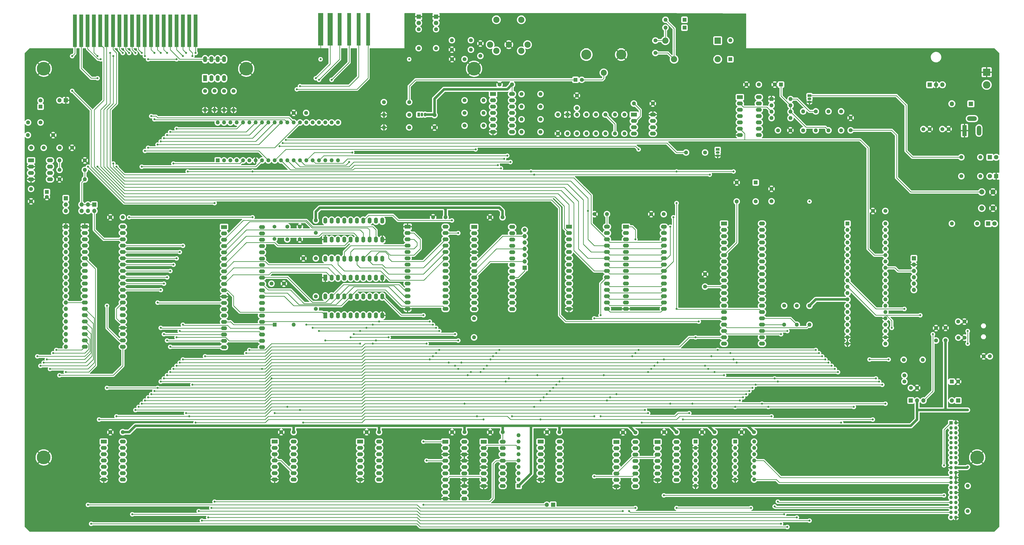
<source format=gbr>
%TF.GenerationSoftware,KiCad,Pcbnew,(6.0.6)*%
%TF.CreationDate,2022-08-04T01:48:05+02:00*%
%TF.ProjectId,Z80AllInOne,5a383041-6c6c-4496-9e4f-6e652e6b6963,rev?*%
%TF.SameCoordinates,Original*%
%TF.FileFunction,Copper,L4,Bot*%
%TF.FilePolarity,Positive*%
%FSLAX46Y46*%
G04 Gerber Fmt 4.6, Leading zero omitted, Abs format (unit mm)*
G04 Created by KiCad (PCBNEW (6.0.6)) date 2022-08-04 01:48:05*
%MOMM*%
%LPD*%
G01*
G04 APERTURE LIST*
%TA.AperFunction,ComponentPad*%
%ADD10C,5.500000*%
%TD*%
%TA.AperFunction,ComponentPad*%
%ADD11C,1.600000*%
%TD*%
%TA.AperFunction,ComponentPad*%
%ADD12O,1.600000X1.600000*%
%TD*%
%TA.AperFunction,ComponentPad*%
%ADD13R,2.500000X2.500000*%
%TD*%
%TA.AperFunction,ComponentPad*%
%ADD14O,2.500000X2.500000*%
%TD*%
%TA.AperFunction,ConnectorPad*%
%ADD15R,1.650000X13.000000*%
%TD*%
%TA.AperFunction,ComponentPad*%
%ADD16C,2.400000*%
%TD*%
%TA.AperFunction,ComponentPad*%
%ADD17C,4.000000*%
%TD*%
%TA.AperFunction,ComponentPad*%
%ADD18R,1.800000X1.800000*%
%TD*%
%TA.AperFunction,ComponentPad*%
%ADD19C,1.800000*%
%TD*%
%TA.AperFunction,ComponentPad*%
%ADD20R,2.400000X1.600000*%
%TD*%
%TA.AperFunction,ComponentPad*%
%ADD21O,2.400000X1.600000*%
%TD*%
%TA.AperFunction,ComponentPad*%
%ADD22O,1.800000X1.800000*%
%TD*%
%TA.AperFunction,ComponentPad*%
%ADD23R,1.600000X1.600000*%
%TD*%
%TA.AperFunction,ComponentPad*%
%ADD24R,1.700000X1.700000*%
%TD*%
%TA.AperFunction,ComponentPad*%
%ADD25O,1.700000X1.700000*%
%TD*%
%TA.AperFunction,ComponentPad*%
%ADD26R,3.000000X3.000000*%
%TD*%
%TA.AperFunction,ComponentPad*%
%ADD27C,3.000000*%
%TD*%
%TA.AperFunction,ComponentPad*%
%ADD28C,1.500000*%
%TD*%
%TA.AperFunction,ComponentPad*%
%ADD29R,1.600000X2.400000*%
%TD*%
%TA.AperFunction,ComponentPad*%
%ADD30O,1.600000X2.400000*%
%TD*%
%TA.AperFunction,ComponentPad*%
%ADD31R,1.500000X1.050000*%
%TD*%
%TA.AperFunction,ComponentPad*%
%ADD32O,1.500000X1.050000*%
%TD*%
%TA.AperFunction,ComponentPad*%
%ADD33C,2.500000*%
%TD*%
%TA.AperFunction,ComponentPad*%
%ADD34R,1.800000X4.400000*%
%TD*%
%TA.AperFunction,ComponentPad*%
%ADD35O,1.800000X4.000000*%
%TD*%
%TA.AperFunction,ComponentPad*%
%ADD36O,4.000000X1.800000*%
%TD*%
%TA.AperFunction,ConnectorPad*%
%ADD37R,2.000000X13.000000*%
%TD*%
%TA.AperFunction,ComponentPad*%
%ADD38R,1.350000X1.350000*%
%TD*%
%TA.AperFunction,ComponentPad*%
%ADD39O,1.350000X1.350000*%
%TD*%
%TA.AperFunction,ComponentPad*%
%ADD40C,2.000000*%
%TD*%
%TA.AperFunction,ComponentPad*%
%ADD41R,1.050000X1.500000*%
%TD*%
%TA.AperFunction,ComponentPad*%
%ADD42O,1.050000X1.500000*%
%TD*%
%TA.AperFunction,ViaPad*%
%ADD43C,0.800000*%
%TD*%
%TA.AperFunction,Conductor*%
%ADD44C,1.000000*%
%TD*%
%TA.AperFunction,Conductor*%
%ADD45C,0.250000*%
%TD*%
G04 APERTURE END LIST*
D10*
%TO.P,,3*%
%TO.N,GND*%
X397510000Y-210820000D03*
%TD*%
D11*
%TO.P,C4,1*%
%TO.N,GND*%
X314960000Y-102870000D03*
%TO.P,C4,2*%
%TO.N,VCC*%
X314960000Y-107870000D03*
%TD*%
%TO.P,R21,1*%
%TO.N,/{slash}RESET*%
X327660000Y-79355564D03*
D12*
%TO.P,R21,2*%
%TO.N,Net-(Q3-Pad2)*%
X327660000Y-71735564D03*
%TD*%
D11*
%TO.P,C49,1*%
%TO.N,Net-(C49-Pad1)*%
X198120000Y-49450000D03*
%TO.P,C49,2*%
%TO.N,GND*%
X198120000Y-44450000D03*
%TD*%
D13*
%TO.P,K1,1*%
%TO.N,VCC*%
X293370000Y-43300000D03*
D14*
%TO.P,K1,3*%
%TO.N,/IO/Casette Interface/M1*%
X272370000Y-43300000D03*
%TO.P,K1,5*%
%TO.N,/IO/Casette Interface/M2*%
X275870000Y-50800000D03*
%TO.P,K1,6*%
%TO.N,Net-(D7-Pad1)*%
X293370000Y-50800000D03*
%TD*%
D15*
%TO.P,JE1,1,Pin_1*%
%TO.N,/MREQ*%
X83820000Y-39370000D03*
%TO.P,JE1,3,Pin_3*%
%TO.N,/HALT*%
X81270000Y-39370000D03*
%TO.P,JE1,5,Pin_5*%
%TO.N,/{slash}RESET*%
X78720000Y-39370000D03*
%TO.P,JE1,7,Pin_7*%
%TO.N,/M1*%
X76170000Y-39370000D03*
%TO.P,JE1,9,Pin_9*%
%TO.N,VCC*%
X73620000Y-39370000D03*
%TO.P,JE1,11,Pin_11*%
%TO.N,/BUS Expansion/D1*%
X71070000Y-39370000D03*
%TO.P,JE1,13,Pin_13*%
%TO.N,/BUS Expansion/D3*%
X68520000Y-39370000D03*
%TO.P,JE1,15,Pin_15*%
%TO.N,/BUS Expansion/D5*%
X65970000Y-39370000D03*
%TO.P,JE1,17,Pin_17*%
%TO.N,/BUS Expansion/D7*%
X63420000Y-39370000D03*
%TO.P,JE1,19,Pin_19*%
%TO.N,/IO/A0*%
X60870000Y-39370000D03*
%TO.P,JE1,21,Pin_21*%
%TO.N,/IO/A2*%
X58320000Y-39370000D03*
%TO.P,JE1,23,Pin_23*%
%TO.N,/IO/A4*%
X55770000Y-39370000D03*
%TO.P,JE1,25,Pin_25*%
%TO.N,/IO/A6*%
X53220000Y-39370000D03*
%TO.P,JE1,27,Pin_27*%
%TO.N,/IO/A8*%
X50670000Y-39370000D03*
%TO.P,JE1,29,Pin_29*%
%TO.N,/IO/A10*%
X48120000Y-39370000D03*
%TO.P,JE1,31,Pin_31*%
%TO.N,/IO/A12*%
X45570000Y-39370000D03*
%TO.P,JE1,33,Pin_33*%
%TO.N,/XTAL*%
X43020000Y-39370000D03*
%TO.P,JE1,35,Pin_35*%
%TO.N,/BUSRQ*%
X40470000Y-39370000D03*
%TO.P,JE1,37,Pin_37*%
%TO.N,/IO/A13*%
X37920000Y-39370000D03*
%TO.P,JE1,39,Pin_39*%
%TO.N,/IO/A15*%
X35370000Y-39370000D03*
%TD*%
D11*
%TO.P,R5,1*%
%TO.N,Net-(R5-Pad1)*%
X91440000Y-63500000D03*
D12*
%TO.P,R5,2*%
%TO.N,GND*%
X91440000Y-71120000D03*
%TD*%
D11*
%TO.P,C32,1*%
%TO.N,VCC*%
X17780000Y-102910000D03*
%TO.P,C32,2*%
%TO.N,GND*%
X17780000Y-107910000D03*
%TD*%
%TO.P,R19,1*%
%TO.N,Net-(C19-Pad1)*%
X169545000Y-68025000D03*
D12*
%TO.P,R19,2*%
%TO.N,Net-(Q2-Pad1)*%
X159385000Y-68025000D03*
%TD*%
D16*
%TO.P,J3,1,In*%
%TO.N,Net-(C19-Pad2)*%
X247650000Y-56210000D03*
D17*
%TO.P,J3,2,Ext*%
%TO.N,GND*%
X254650000Y-48940000D03*
%TO.P,J3,3*%
%TO.N,N/C*%
X240650000Y-48940000D03*
%TD*%
D18*
%TO.P,D4,1,K*%
%TO.N,Net-(D4-Pad1)*%
X402590000Y-90170000D03*
D19*
%TO.P,D4,2,A*%
%TO.N,VCC*%
X405130000Y-90170000D03*
%TD*%
D11*
%TO.P,C38,1*%
%TO.N,VCC*%
X207065000Y-200665000D03*
%TO.P,C38,2*%
%TO.N,GND*%
X202065000Y-200665000D03*
%TD*%
D20*
%TO.P,U28,1,OE*%
%TO.N,Net-(JP3-Pad2)*%
X184100000Y-204480000D03*
D21*
%TO.P,U28,2,O0*%
%TO.N,/BUS Expansion/D0*%
X184100000Y-207020000D03*
%TO.P,U28,3,D0*%
%TO.N,GND*%
X184100000Y-209560000D03*
%TO.P,U28,4,D1*%
%TO.N,Net-(U26-Pad9)*%
X184100000Y-212100000D03*
%TO.P,U28,5,O1*%
%TO.N,/BUS Expansion/D1*%
X184100000Y-214640000D03*
%TO.P,U28,6,O2*%
%TO.N,/BUS Expansion/D2*%
X184100000Y-217180000D03*
%TO.P,U28,7,D2*%
%TO.N,Net-(U26-Pad7)*%
X184100000Y-219720000D03*
%TO.P,U28,8,D3*%
%TO.N,Net-(U26-Pad6)*%
X184100000Y-222260000D03*
%TO.P,U28,9,O3*%
%TO.N,/BUS Expansion/D3*%
X184100000Y-224800000D03*
%TO.P,U28,10,GND*%
%TO.N,GND*%
X184100000Y-227340000D03*
%TO.P,U28,11,LE*%
%TO.N,/M1*%
X191720000Y-227340000D03*
%TO.P,U28,12,O4*%
%TO.N,/BUS Expansion/D4*%
X191720000Y-224800000D03*
%TO.P,U28,13,D4*%
%TO.N,GND*%
X191720000Y-222260000D03*
%TO.P,U28,14,D5*%
X191720000Y-219720000D03*
%TO.P,U28,15,O5*%
%TO.N,/BUS Expansion/D5*%
X191720000Y-217180000D03*
%TO.P,U28,16,O6*%
%TO.N,/BUS Expansion/D6*%
X191720000Y-214640000D03*
%TO.P,U28,17,D6*%
%TO.N,GND*%
X191720000Y-212100000D03*
%TO.P,U28,18,D7*%
X191720000Y-209560000D03*
%TO.P,U28,19,O7*%
%TO.N,/BUS Expansion/D7*%
X191720000Y-207020000D03*
%TO.P,U28,20,VCC*%
%TO.N,VCC*%
X191720000Y-204480000D03*
%TD*%
D11*
%TO.P,R38,1*%
%TO.N,Net-(R38-Pad1)*%
X244475000Y-73025000D03*
D12*
%TO.P,R38,2*%
%TO.N,VCC*%
X244475000Y-80645000D03*
%TD*%
D18*
%TO.P,U29,1,IN*%
%TO.N,Net-(C44-Pad1)*%
X378460000Y-61025000D03*
D22*
%TO.P,U29,2,GND*%
%TO.N,GND*%
X381000000Y-61025000D03*
%TO.P,U29,3,OUT*%
%TO.N,VCC*%
X383540000Y-61025000D03*
%TD*%
D23*
%TO.P,D10,1,A*%
%TO.N,GND*%
X233045000Y-73025000D03*
D12*
%TO.P,D10,2,K*%
%TO.N,Net-(D10-Pad2)*%
X233045000Y-80645000D03*
%TD*%
D23*
%TO.P,D8,1,A*%
%TO.N,Net-(D8-Pad1)*%
X280035000Y-38100000D03*
D12*
%TO.P,D8,2,K*%
%TO.N,/IO/Casette Interface/M1*%
X272415000Y-38100000D03*
%TD*%
D23*
%TO.P,C19,1*%
%TO.N,Net-(C19-Pad1)*%
X236302375Y-59055000D03*
D11*
%TO.P,C19,2*%
%TO.N,Net-(C19-Pad2)*%
X238802375Y-59055000D03*
%TD*%
D23*
%TO.P,U23,1,GND*%
%TO.N,GND*%
X314970000Y-66795564D03*
D12*
%TO.P,U23,2,TR*%
%TO.N,Net-(C34-Pad1)*%
X314970000Y-69335564D03*
%TO.P,U23,3,Q*%
%TO.N,Net-(U12-Pad1)*%
X314970000Y-71875564D03*
%TO.P,U23,4,R*%
%TO.N,VCC*%
X314970000Y-74415564D03*
%TO.P,U23,5,CV*%
%TO.N,unconnected-(U23-Pad5)*%
X322590000Y-74415564D03*
%TO.P,U23,6,THR*%
%TO.N,Net-(C36-Pad1)*%
X322590000Y-71875564D03*
%TO.P,U23,7,DIS*%
X322590000Y-69335564D03*
%TO.P,U23,8,VCC*%
%TO.N,VCC*%
X322590000Y-66795564D03*
%TD*%
D11*
%TO.P,C37,1*%
%TO.N,GND*%
X224830000Y-200660000D03*
%TO.P,C37,2*%
%TO.N,VCC*%
X229830000Y-200660000D03*
%TD*%
%TO.P,R14,1*%
%TO.N,GND*%
X39370000Y-91440000D03*
D12*
%TO.P,R14,2*%
%TO.N,Net-(C30-Pad1)*%
X29210000Y-91440000D03*
%TD*%
D11*
%TO.P,C6,1*%
%TO.N,GND*%
X355645000Y-111755000D03*
%TO.P,C6,2*%
%TO.N,VCC*%
X360645000Y-111755000D03*
%TD*%
D23*
%TO.P,D5,1,K*%
%TO.N,Net-(D5-Pad1)*%
X115570000Y-157480000D03*
D12*
%TO.P,D5,2,A*%
%TO.N,/VDP_INT*%
X123190000Y-157480000D03*
%TD*%
D11*
%TO.P,R4,1*%
%TO.N,Net-(R4-Pad1)*%
X87630000Y-63589062D03*
D12*
%TO.P,R4,2*%
%TO.N,GND*%
X87630000Y-71209062D03*
%TD*%
D20*
%TO.P,U26,1,I4*%
%TO.N,/INT_DEV2*%
X199470000Y-204490000D03*
D21*
%TO.P,U26,2,I5*%
%TO.N,/INT_DEV3*%
X199470000Y-207030000D03*
%TO.P,U26,3,I6*%
%TO.N,/INT_DEV4*%
X199470000Y-209570000D03*
%TO.P,U26,4,I7*%
%TO.N,/INT_DEV5*%
X199470000Y-212110000D03*
%TO.P,U26,5,EI*%
%TO.N,GND*%
X199470000Y-214650000D03*
%TO.P,U26,6,S2*%
%TO.N,Net-(U26-Pad6)*%
X199470000Y-217190000D03*
%TO.P,U26,7,S1*%
%TO.N,Net-(U26-Pad7)*%
X199470000Y-219730000D03*
%TO.P,U26,8,GND*%
%TO.N,GND*%
X199470000Y-222270000D03*
%TO.P,U26,9,S0*%
%TO.N,Net-(U26-Pad9)*%
X207090000Y-222270000D03*
%TO.P,U26,10,IO*%
%TO.N,/CTC_INT*%
X207090000Y-219730000D03*
%TO.P,U26,11,I1*%
%TO.N,/UART_INT*%
X207090000Y-217190000D03*
%TO.P,U26,12,I2*%
%TO.N,/VDP_INT*%
X207090000Y-214650000D03*
%TO.P,U26,13,I3*%
%TO.N,/INT_DEV1*%
X207090000Y-212110000D03*
%TO.P,U26,14,GS*%
%TO.N,Net-(U25-Pad10)*%
X207090000Y-209570000D03*
%TO.P,U26,15,EO*%
%TO.N,unconnected-(U26-Pad15)*%
X207090000Y-207030000D03*
%TO.P,U26,16,VCC*%
%TO.N,VCC*%
X207090000Y-204490000D03*
%TD*%
D11*
%TO.P,R3,1*%
%TO.N,VCC*%
X325120000Y-149860000D03*
D12*
%TO.P,R3,2*%
%TO.N,/BUSRQ*%
X325120000Y-157480000D03*
%TD*%
D20*
%TO.P,U2,1,A14*%
%TO.N,/IO/A14*%
X233680000Y-118110000D03*
D21*
%TO.P,U2,2,A12*%
%TO.N,/IO/A12*%
X233680000Y-120650000D03*
%TO.P,U2,3,A7*%
%TO.N,/IO/A7*%
X233680000Y-123190000D03*
%TO.P,U2,4,A6*%
%TO.N,/IO/A6*%
X233680000Y-125730000D03*
%TO.P,U2,5,A5*%
%TO.N,/IO/A5*%
X233680000Y-128270000D03*
%TO.P,U2,6,A4*%
%TO.N,/IO/A4*%
X233680000Y-130810000D03*
%TO.P,U2,7,A3*%
%TO.N,/IO/A3*%
X233680000Y-133350000D03*
%TO.P,U2,8,A2*%
%TO.N,/IO/A2*%
X233680000Y-135890000D03*
%TO.P,U2,9,A1*%
%TO.N,/IO/A1*%
X233680000Y-138430000D03*
%TO.P,U2,10,A0*%
%TO.N,/IO/A0*%
X233680000Y-140970000D03*
%TO.P,U2,11,I/O1*%
%TO.N,/BUS Expansion/D0*%
X233680000Y-143510000D03*
%TO.P,U2,12,I/O2*%
%TO.N,/BUS Expansion/D1*%
X233680000Y-146050000D03*
%TO.P,U2,13,I/O3*%
%TO.N,/BUS Expansion/D2*%
X233680000Y-148590000D03*
%TO.P,U2,14,GND*%
%TO.N,GND*%
X233680000Y-151130000D03*
%TO.P,U2,15,I/O4*%
%TO.N,/BUS Expansion/D3*%
X248920000Y-151130000D03*
%TO.P,U2,16,I/O5*%
%TO.N,/BUS Expansion/D4*%
X248920000Y-148590000D03*
%TO.P,U2,17,I/O6*%
%TO.N,/BUS Expansion/D5*%
X248920000Y-146050000D03*
%TO.P,U2,18,I/O7*%
%TO.N,/BUS Expansion/D6*%
X248920000Y-143510000D03*
%TO.P,U2,19,I/O8*%
%TO.N,/BUS Expansion/D7*%
X248920000Y-140970000D03*
%TO.P,U2,20,/CE*%
%TO.N,/ROM_CE*%
X248920000Y-138430000D03*
%TO.P,U2,21,A10*%
%TO.N,/IO/A10*%
X248920000Y-135890000D03*
%TO.P,U2,22,/OE*%
%TO.N,/RD*%
X248920000Y-133350000D03*
%TO.P,U2,23,A11*%
%TO.N,/IO/A11*%
X248920000Y-130810000D03*
%TO.P,U2,24,A9*%
%TO.N,/IO/A9*%
X248920000Y-128270000D03*
%TO.P,U2,25,A8*%
%TO.N,/IO/A8*%
X248920000Y-125730000D03*
%TO.P,U2,26,A13*%
%TO.N,/IO/A13*%
X248920000Y-123190000D03*
%TO.P,U2,27,R/W*%
%TO.N,/WR*%
X248920000Y-120650000D03*
%TO.P,U2,28,VDD*%
%TO.N,VCC*%
X248920000Y-118110000D03*
%TD*%
D11*
%TO.P,C30,1*%
%TO.N,Net-(C30-Pad1)*%
X29250000Y-86360000D03*
%TO.P,C30,2*%
%TO.N,GND*%
X34250000Y-86360000D03*
%TD*%
%TO.P,C31,1*%
%TO.N,Net-(C31-Pad1)*%
X17860000Y-86360000D03*
%TO.P,C31,2*%
%TO.N,Net-(C30-Pad1)*%
X22860000Y-86360000D03*
%TD*%
D18*
%TO.P,D6,1,K*%
%TO.N,GND*%
X405130000Y-97790000D03*
D19*
%TO.P,D6,2,A*%
%TO.N,Net-(D6-Pad2)*%
X402590000Y-97790000D03*
%TD*%
D11*
%TO.P,C34,1*%
%TO.N,Net-(C34-Pad1)*%
X346710000Y-79315564D03*
%TO.P,C34,2*%
%TO.N,GND*%
X346710000Y-74315564D03*
%TD*%
D20*
%TO.P,U20,1*%
%TO.N,Net-(U20-Pad1)*%
X47000000Y-204465000D03*
D21*
%TO.P,U20,2*%
%TO.N,/IO/A0*%
X47000000Y-207005000D03*
%TO.P,U20,3*%
%TO.N,/PSG_CE*%
X47000000Y-209545000D03*
%TO.P,U20,4*%
%TO.N,Net-(U20-Pad4)*%
X47000000Y-212085000D03*
%TO.P,U20,5*%
%TO.N,/PSG_CE*%
X47000000Y-214625000D03*
%TO.P,U20,6*%
%TO.N,/WR*%
X47000000Y-217165000D03*
%TO.P,U20,7,GND*%
%TO.N,GND*%
X47000000Y-219705000D03*
%TO.P,U20,8*%
%TO.N,N/C*%
X54620000Y-219705000D03*
%TO.P,U20,9*%
X54620000Y-217165000D03*
%TO.P,U20,10*%
X54620000Y-214625000D03*
%TO.P,U20,11*%
X54620000Y-212085000D03*
%TO.P,U20,12*%
X54620000Y-209545000D03*
%TO.P,U20,13*%
X54620000Y-207005000D03*
%TO.P,U20,14,VCC*%
%TO.N,VCC*%
X54620000Y-204465000D03*
%TD*%
D11*
%TO.P,R29,1*%
%TO.N,Net-(C48-Pad1)*%
X222250000Y-74930000D03*
D12*
%TO.P,R29,2*%
%TO.N,Net-(R29-Pad2)*%
X214630000Y-74930000D03*
%TD*%
D11*
%TO.P,C3,1*%
%TO.N,GND*%
X266700000Y-113025000D03*
%TO.P,C3,2*%
%TO.N,VCC*%
X271700000Y-113025000D03*
%TD*%
D20*
%TO.P,U3,1,A14*%
%TO.N,/IO/A14*%
X256540000Y-118110000D03*
D21*
%TO.P,U3,2,A12*%
%TO.N,/IO/A12*%
X256540000Y-120650000D03*
%TO.P,U3,3,A7*%
%TO.N,/IO/A7*%
X256540000Y-123190000D03*
%TO.P,U3,4,A6*%
%TO.N,/IO/A6*%
X256540000Y-125730000D03*
%TO.P,U3,5,A5*%
%TO.N,/IO/A5*%
X256540000Y-128270000D03*
%TO.P,U3,6,A4*%
%TO.N,/IO/A4*%
X256540000Y-130810000D03*
%TO.P,U3,7,A3*%
%TO.N,/IO/A3*%
X256540000Y-133350000D03*
%TO.P,U3,8,A2*%
%TO.N,/IO/A2*%
X256540000Y-135890000D03*
%TO.P,U3,9,A1*%
%TO.N,/IO/A1*%
X256540000Y-138430000D03*
%TO.P,U3,10,A0*%
%TO.N,/IO/A0*%
X256540000Y-140970000D03*
%TO.P,U3,11,D0*%
%TO.N,/BUS Expansion/D0*%
X256540000Y-143510000D03*
%TO.P,U3,12,D1*%
%TO.N,/BUS Expansion/D1*%
X256540000Y-146050000D03*
%TO.P,U3,13,D2*%
%TO.N,/BUS Expansion/D2*%
X256540000Y-148590000D03*
%TO.P,U3,14,GND*%
%TO.N,GND*%
X256540000Y-151130000D03*
%TO.P,U3,15,D3*%
%TO.N,/BUS Expansion/D3*%
X271780000Y-151130000D03*
%TO.P,U3,16,D4*%
%TO.N,/BUS Expansion/D4*%
X271780000Y-148590000D03*
%TO.P,U3,17,D5*%
%TO.N,/BUS Expansion/D5*%
X271780000Y-146050000D03*
%TO.P,U3,18,D6*%
%TO.N,/BUS Expansion/D6*%
X271780000Y-143510000D03*
%TO.P,U3,19,D7*%
%TO.N,/BUS Expansion/D7*%
X271780000Y-140970000D03*
%TO.P,U3,20,~{CS}*%
%TO.N,/RAM_CE*%
X271780000Y-138430000D03*
%TO.P,U3,21,A10*%
%TO.N,/IO/A10*%
X271780000Y-135890000D03*
%TO.P,U3,22,~{OE}*%
%TO.N,/RD*%
X271780000Y-133350000D03*
%TO.P,U3,23,A11*%
%TO.N,/IO/A11*%
X271780000Y-130810000D03*
%TO.P,U3,24,A9*%
%TO.N,/IO/A9*%
X271780000Y-128270000D03*
%TO.P,U3,25,A8*%
%TO.N,/IO/A8*%
X271780000Y-125730000D03*
%TO.P,U3,26,A13*%
%TO.N,/IO/A13*%
X271780000Y-123190000D03*
%TO.P,U3,27,~{WE}*%
%TO.N,VCC*%
X271780000Y-120650000D03*
%TO.P,U3,28,VCC*%
X271780000Y-118110000D03*
%TD*%
D23*
%TO.P,U4,1,PA3*%
%TO.N,Net-(R7-Pad1)*%
X92715000Y-91445000D03*
D12*
%TO.P,U4,2,PA2*%
%TO.N,Net-(R6-Pad1)*%
X95255000Y-91445000D03*
%TO.P,U4,3,PA1*%
%TO.N,Net-(R5-Pad1)*%
X97795000Y-91445000D03*
%TO.P,U4,4,PA0*%
%TO.N,Net-(R4-Pad1)*%
X100335000Y-91445000D03*
%TO.P,U4,5,~{RD}*%
%TO.N,/RD*%
X102875000Y-91445000D03*
%TO.P,U4,6,~{CS}*%
%TO.N,/PPI_CE*%
X105415000Y-91445000D03*
%TO.P,U4,7,GND*%
%TO.N,GND*%
X107955000Y-91445000D03*
%TO.P,U4,8,A1*%
%TO.N,/IO/A1*%
X110495000Y-91445000D03*
%TO.P,U4,9,A0*%
%TO.N,/IO/A0*%
X113035000Y-91445000D03*
%TO.P,U4,10,PC7*%
%TO.N,/IO/Casette Interface/PC7*%
X115575000Y-91445000D03*
%TO.P,U4,11,PC6*%
%TO.N,/IO/Casette Interface/PC6*%
X118115000Y-91445000D03*
%TO.P,U4,12,PC5*%
%TO.N,/IO/Casette Interface/PC5*%
X120655000Y-91445000D03*
%TO.P,U4,13,PC4*%
%TO.N,/IO/Casette Interface/PC4*%
X123195000Y-91445000D03*
%TO.P,U4,14,PC0*%
%TO.N,/IO/PC0*%
X125735000Y-91445000D03*
%TO.P,U4,15,PC1*%
%TO.N,/IO/PC1*%
X128275000Y-91445000D03*
%TO.P,U4,16,PC2*%
%TO.N,/IO/Casette Interface/PC2*%
X130815000Y-91445000D03*
%TO.P,U4,17,PC3*%
%TO.N,/IO/Casette Interface/PC3*%
X133355000Y-91445000D03*
%TO.P,U4,18,PB0*%
%TO.N,/IO/PB0*%
X135895000Y-91445000D03*
%TO.P,U4,19,PB1*%
%TO.N,/IO/PB1*%
X138435000Y-91445000D03*
%TO.P,U4,20,PB2*%
%TO.N,/IO/PB2*%
X140975000Y-91445000D03*
%TO.P,U4,21,PB3*%
%TO.N,/IO/PB3*%
X140975000Y-76205000D03*
%TO.P,U4,22,PB4*%
%TO.N,/IO/PB4*%
X138435000Y-76205000D03*
%TO.P,U4,23,PB5*%
%TO.N,/IO/PB5*%
X135895000Y-76205000D03*
%TO.P,U4,24,PB6*%
%TO.N,/IO/PB6*%
X133355000Y-76205000D03*
%TO.P,U4,25,PB7*%
%TO.N,/IO/PB7*%
X130815000Y-76205000D03*
%TO.P,U4,26,VCC*%
%TO.N,VCC*%
X128275000Y-76205000D03*
%TO.P,U4,27,D7*%
%TO.N,/BUS Expansion/D7*%
X125735000Y-76205000D03*
%TO.P,U4,28,D6*%
%TO.N,/BUS Expansion/D6*%
X123195000Y-76205000D03*
%TO.P,U4,29,D5*%
%TO.N,/BUS Expansion/D5*%
X120655000Y-76205000D03*
%TO.P,U4,30,D4*%
%TO.N,/BUS Expansion/D4*%
X118115000Y-76205000D03*
%TO.P,U4,31,D3*%
%TO.N,/BUS Expansion/D3*%
X115575000Y-76205000D03*
%TO.P,U4,32,D2*%
%TO.N,/BUS Expansion/D2*%
X113035000Y-76205000D03*
%TO.P,U4,33,D1*%
%TO.N,/BUS Expansion/D1*%
X110495000Y-76205000D03*
%TO.P,U4,34,D0*%
%TO.N,/BUS Expansion/D0*%
X107955000Y-76205000D03*
%TO.P,U4,35,RESET*%
%TO.N,/RESET_IO*%
X105415000Y-76205000D03*
%TO.P,U4,36,~{WR}*%
%TO.N,/WR*%
X102875000Y-76205000D03*
%TO.P,U4,37,PA7*%
%TO.N,/IO/PA7*%
X100335000Y-76205000D03*
%TO.P,U4,38,PA6*%
%TO.N,/IO/PA6*%
X97795000Y-76205000D03*
%TO.P,U4,39,PA5*%
%TO.N,/IO/PA5*%
X95255000Y-76205000D03*
%TO.P,U4,40,PA4*%
%TO.N,/IO/PA4*%
X92715000Y-76205000D03*
%TD*%
D18*
%TO.P,D3,1,K*%
%TO.N,Net-(D3-Pad1)*%
X394970000Y-68680000D03*
D22*
%TO.P,D3,2,A*%
%TO.N,Net-(C44-Pad1)*%
X387350000Y-68680000D03*
%TD*%
D20*
%TO.P,U13,1*%
%TO.N,/IO/A8*%
X269215000Y-204570000D03*
D21*
%TO.P,U13,2*%
X269215000Y-207110000D03*
%TO.P,U13,3*%
%TO.N,Net-(U13-Pad3)*%
X269215000Y-209650000D03*
%TO.P,U13,4*%
%TO.N,/{slash}RESET*%
X269215000Y-212190000D03*
%TO.P,U13,5*%
X269215000Y-214730000D03*
%TO.P,U13,6*%
%TO.N,/MR*%
X269215000Y-217270000D03*
%TO.P,U13,7,GND*%
%TO.N,GND*%
X269215000Y-219810000D03*
%TO.P,U13,8*%
%TO.N,Net-(U13-Pad8)*%
X276835000Y-219810000D03*
%TO.P,U13,9*%
%TO.N,/RD*%
X276835000Y-217270000D03*
%TO.P,U13,10*%
X276835000Y-214730000D03*
%TO.P,U13,11*%
%TO.N,/UART_INT*%
X276835000Y-212190000D03*
%TO.P,U13,12*%
%TO.N,Net-(U13-Pad12)*%
X276835000Y-209650000D03*
%TO.P,U13,13*%
X276835000Y-207110000D03*
%TO.P,U13,14,VCC*%
%TO.N,VCC*%
X276835000Y-204570000D03*
%TD*%
D11*
%TO.P,R24,1*%
%TO.N,Net-(Q4-Pad2)*%
X288290000Y-88265000D03*
D12*
%TO.P,R24,2*%
%TO.N,/IO/PA7*%
X280670000Y-88265000D03*
%TD*%
D11*
%TO.P,C23,1*%
%TO.N,GND*%
X127080000Y-130810000D03*
%TO.P,C23,2*%
%TO.N,VCC*%
X132080000Y-130810000D03*
%TD*%
D10*
%TO.P,,4*%
%TO.N,GND*%
X104140000Y-54610000D03*
%TD*%
D20*
%TO.P,U19,1*%
%TO.N,/IO/PA6*%
X259715000Y-73035000D03*
D21*
%TO.P,U19,2,-*%
%TO.N,Net-(R35-Pad1)*%
X259715000Y-75575000D03*
%TO.P,U19,3,+*%
%TO.N,Net-(R38-Pad1)*%
X259715000Y-78115000D03*
%TO.P,U19,4,V-*%
%TO.N,VCC*%
X259715000Y-80655000D03*
%TO.P,U19,5*%
%TO.N,N/C*%
X267335000Y-80655000D03*
%TO.P,U19,6*%
X267335000Y-78115000D03*
%TO.P,U19,7*%
X267335000Y-75575000D03*
%TO.P,U19,8,V+*%
%TO.N,GND*%
X267335000Y-73035000D03*
%TD*%
D24*
%TO.P,JP2,1,A*%
%TO.N,Net-(C7-Pad2)*%
X370855000Y-187960000D03*
D25*
%TO.P,JP2,2,C*%
%TO.N,VCC*%
X373395000Y-187960000D03*
%TO.P,JP2,3,B*%
%TO.N,Net-(FB1-Pad2)*%
X375935000Y-187960000D03*
%TD*%
D26*
%TO.P,J9,1,Pin_1*%
%TO.N,GND*%
X401320000Y-55980000D03*
D27*
%TO.P,J9,2,Pin_2*%
%TO.N,Net-(J9-Pad2)*%
X401320000Y-61060000D03*
%TD*%
D11*
%TO.P,R36,1*%
%TO.N,Net-(R35-Pad1)*%
X248285000Y-73025000D03*
D12*
%TO.P,R36,2*%
%TO.N,VCC*%
X248285000Y-80645000D03*
%TD*%
D11*
%TO.P,R8,1*%
%TO.N,Net-(D1-Pad2)*%
X180340000Y-38735000D03*
D12*
%TO.P,R8,2*%
%TO.N,/IO/PC1*%
X180340000Y-46355000D03*
%TD*%
D11*
%TO.P,C29,1*%
%TO.N,VCC*%
X54610000Y-114300000D03*
%TO.P,C29,2*%
%TO.N,GND*%
X49610000Y-114300000D03*
%TD*%
D28*
%TO.P,Y2,1,1*%
%TO.N,Net-(C16-Pad2)*%
X115510000Y-123010000D03*
%TO.P,Y2,2,2*%
%TO.N,Net-(C17-Pad2)*%
X115510000Y-118110000D03*
%TD*%
D10*
%TO.P,,1*%
%TO.N,GND*%
X22860000Y-54610000D03*
%TD*%
D11*
%TO.P,C27,1*%
%TO.N,VCC*%
X292100000Y-200660000D03*
%TO.P,C27,2*%
%TO.N,GND*%
X287100000Y-200660000D03*
%TD*%
%TO.P,R32,1*%
%TO.N,Net-(C49-Pad1)*%
X194310000Y-43140000D03*
D12*
%TO.P,R32,2*%
%TO.N,Net-(C48-Pad1)*%
X186690000Y-43140000D03*
%TD*%
D29*
%TO.P,U9,1,OE*%
%TO.N,GND*%
X135890000Y-138530000D03*
D30*
%TO.P,U9,2,D0*%
%TO.N,/VIDEO/AD0*%
X138430000Y-138530000D03*
%TO.P,U9,3,D1*%
%TO.N,/VIDEO/AD1*%
X140970000Y-138530000D03*
%TO.P,U9,4,D2*%
%TO.N,/VIDEO/AD2*%
X143510000Y-138530000D03*
%TO.P,U9,5,D3*%
%TO.N,/VIDEO/AD3*%
X146050000Y-138530000D03*
%TO.P,U9,6,D4*%
%TO.N,/VIDEO/AD4*%
X148590000Y-138530000D03*
%TO.P,U9,7,D5*%
%TO.N,/VIDEO/AD5*%
X151130000Y-138530000D03*
%TO.P,U9,8,D6*%
%TO.N,/VIDEO/AD6*%
X153670000Y-138530000D03*
%TO.P,U9,9,D7*%
%TO.N,/VIDEO/AD7*%
X156210000Y-138530000D03*
%TO.P,U9,10,GND*%
%TO.N,GND*%
X158750000Y-138530000D03*
%TO.P,U9,11,Cp*%
%TO.N,Net-(U17-Pad6)*%
X158750000Y-130910000D03*
%TO.P,U9,12,Q7*%
%TO.N,/VIDEO/VA13*%
X156210000Y-130910000D03*
%TO.P,U9,13,Q6*%
%TO.N,/VIDEO/VA12*%
X153670000Y-130910000D03*
%TO.P,U9,14,Q5*%
%TO.N,/VIDEO/VA11*%
X151130000Y-130910000D03*
%TO.P,U9,15,Q4*%
%TO.N,/VIDEO/VA10*%
X148590000Y-130910000D03*
%TO.P,U9,16,Q3*%
%TO.N,/VIDEO/VA9*%
X146050000Y-130910000D03*
%TO.P,U9,17,Q2*%
%TO.N,/VIDEO/VA8*%
X143510000Y-130910000D03*
%TO.P,U9,18,Q1*%
%TO.N,/VIDEO/VA7*%
X140970000Y-130910000D03*
%TO.P,U9,19,Q0*%
%TO.N,unconnected-(U9-Pad19)*%
X138430000Y-130910000D03*
%TO.P,U9,20,VCC*%
%TO.N,VCC*%
X135890000Y-130910000D03*
%TD*%
D29*
%TO.P,U8,1,OE*%
%TO.N,GND*%
X135895000Y-123280000D03*
D30*
%TO.P,U8,2,D0*%
%TO.N,/VIDEO/AD0*%
X138435000Y-123280000D03*
%TO.P,U8,3,D1*%
%TO.N,/VIDEO/AD1*%
X140975000Y-123280000D03*
%TO.P,U8,4,D2*%
%TO.N,/VIDEO/AD2*%
X143515000Y-123280000D03*
%TO.P,U8,5,D3*%
%TO.N,/VIDEO/AD3*%
X146055000Y-123280000D03*
%TO.P,U8,6,D4*%
%TO.N,/VIDEO/AD4*%
X148595000Y-123280000D03*
%TO.P,U8,7,D5*%
%TO.N,/VIDEO/AD5*%
X151135000Y-123280000D03*
%TO.P,U8,8,D6*%
%TO.N,/VIDEO/AD6*%
X153675000Y-123280000D03*
%TO.P,U8,9,D7*%
%TO.N,/VIDEO/AD7*%
X156215000Y-123280000D03*
%TO.P,U8,10,GND*%
%TO.N,GND*%
X158755000Y-123280000D03*
%TO.P,U8,11,Cp*%
%TO.N,Net-(U17-Pad2)*%
X158755000Y-115660000D03*
%TO.P,U8,12,Q7*%
%TO.N,/VIDEO/VA6*%
X156215000Y-115660000D03*
%TO.P,U8,13,Q6*%
%TO.N,/VIDEO/VA5*%
X153675000Y-115660000D03*
%TO.P,U8,14,Q5*%
%TO.N,/VIDEO/VA4*%
X151135000Y-115660000D03*
%TO.P,U8,15,Q4*%
%TO.N,/VIDEO/VA3*%
X148595000Y-115660000D03*
%TO.P,U8,16,Q3*%
%TO.N,/VIDEO/VA2*%
X146055000Y-115660000D03*
%TO.P,U8,17,Q2*%
%TO.N,/VIDEO/VA1*%
X143515000Y-115660000D03*
%TO.P,U8,18,Q1*%
%TO.N,/VIDEO/VA0*%
X140975000Y-115660000D03*
%TO.P,U8,19,Q0*%
%TO.N,unconnected-(U8-Pad19)*%
X138435000Y-115660000D03*
%TO.P,U8,20,VCC*%
%TO.N,VCC*%
X135895000Y-115660000D03*
%TD*%
D11*
%TO.P,R28,1*%
%TO.N,Net-(C48-Pad1)*%
X222250000Y-80010000D03*
D12*
%TO.P,R28,2*%
%TO.N,Net-(R28-Pad2)*%
X214630000Y-80010000D03*
%TD*%
D11*
%TO.P,R35,1*%
%TO.N,Net-(R35-Pad1)*%
X252095000Y-80645000D03*
D12*
%TO.P,R35,2*%
%TO.N,/IO/PA6*%
X252095000Y-73025000D03*
%TD*%
D23*
%TO.P,U27,1*%
%TO.N,/WR*%
X300355000Y-204470000D03*
D12*
%TO.P,U27,2*%
X300355000Y-207010000D03*
%TO.P,U27,3*%
%TO.N,Net-(U27-Pad13)*%
X300355000Y-209550000D03*
%TO.P,U27,4*%
%TO.N,/IORQ*%
X300355000Y-212090000D03*
%TO.P,U27,5*%
X300355000Y-214630000D03*
%TO.P,U27,6*%
%TO.N,Net-(U27-Pad10)*%
X300355000Y-217170000D03*
%TO.P,U27,7,GND*%
%TO.N,GND*%
X300355000Y-219710000D03*
%TO.P,U27,8*%
%TO.N,/IORD*%
X307975000Y-219710000D03*
%TO.P,U27,9*%
%TO.N,Net-(U13-Pad8)*%
X307975000Y-217170000D03*
%TO.P,U27,10*%
%TO.N,Net-(U27-Pad10)*%
X307975000Y-214630000D03*
%TO.P,U27,11*%
%TO.N,/IOWR*%
X307975000Y-212090000D03*
%TO.P,U27,12*%
%TO.N,Net-(U27-Pad10)*%
X307975000Y-209550000D03*
%TO.P,U27,13*%
%TO.N,Net-(U27-Pad13)*%
X307975000Y-207010000D03*
%TO.P,U27,14,VCC*%
%TO.N,VCC*%
X307975000Y-204470000D03*
%TD*%
D24*
%TO.P,SPEAKER1,1,Pin_1*%
%TO.N,GND*%
X31750000Y-67310000D03*
D25*
%TO.P,SPEAKER1,2,Pin_2*%
%TO.N,Net-(C43-Pad2)*%
X29210000Y-67310000D03*
%TD*%
D23*
%TO.P,C42,1*%
%TO.N,VCC*%
X24130000Y-104140000D03*
D11*
%TO.P,C42,2*%
%TO.N,GND*%
X24130000Y-106140000D03*
%TD*%
%TO.P,R33,1*%
%TO.N,GND*%
X186690000Y-46950000D03*
D12*
%TO.P,R33,2*%
%TO.N,Net-(C49-Pad1)*%
X194310000Y-46950000D03*
%TD*%
D11*
%TO.P,R10,1*%
%TO.N,Net-(R10-Pad1)*%
X368012500Y-171550000D03*
D12*
%TO.P,R10,2*%
%TO.N,Net-(C8-Pad1)*%
X375632500Y-171550000D03*
%TD*%
D11*
%TO.P,C44,1*%
%TO.N,Net-(C44-Pad1)*%
X375920000Y-78840000D03*
%TO.P,C44,2*%
%TO.N,GND*%
X378420000Y-78840000D03*
%TD*%
%TO.P,R37,1*%
%TO.N,GND*%
X267335000Y-68580000D03*
D12*
%TO.P,R37,2*%
%TO.N,Net-(R35-Pad1)*%
X259715000Y-68580000D03*
%TD*%
D11*
%TO.P,R12,1*%
%TO.N,GND*%
X29210000Y-99060000D03*
D12*
%TO.P,R12,2*%
%TO.N,Net-(JP4-Pad1)*%
X39370000Y-99060000D03*
%TD*%
D20*
%TO.P,U12,1*%
%TO.N,Net-(U12-Pad1)*%
X302270000Y-66035000D03*
D21*
%TO.P,U12,2*%
X302270000Y-68575000D03*
%TO.P,U12,3*%
%TO.N,/{slash}RESET*%
X302270000Y-71115000D03*
%TO.P,U12,4*%
X302270000Y-73655000D03*
%TO.P,U12,5*%
X302270000Y-76195000D03*
%TO.P,U12,6*%
%TO.N,/RESET_IO*%
X302270000Y-78735000D03*
%TO.P,U12,7,GND*%
%TO.N,GND*%
X302270000Y-81275000D03*
%TO.P,U12,8*%
%TO.N,N/C*%
X309890000Y-81275000D03*
%TO.P,U12,9*%
X309890000Y-78735000D03*
%TO.P,U12,10*%
X309890000Y-76195000D03*
%TO.P,U12,11*%
X309890000Y-73655000D03*
%TO.P,U12,12*%
X309890000Y-71115000D03*
%TO.P,U12,13*%
X309890000Y-68575000D03*
%TO.P,U12,14,VCC*%
%TO.N,VCC*%
X309890000Y-66035000D03*
%TD*%
D20*
%TO.P,U22,1,GAIN*%
%TO.N,unconnected-(U22-Pad1)*%
X17780000Y-91440000D03*
D21*
%TO.P,U22,2,-*%
%TO.N,GND*%
X17780000Y-93980000D03*
%TO.P,U22,3,+*%
%TO.N,Net-(C31-Pad1)*%
X17780000Y-96520000D03*
%TO.P,U22,4,GND*%
%TO.N,GND*%
X17780000Y-99060000D03*
%TO.P,U22,5*%
%TO.N,Net-(C33-Pad1)*%
X25400000Y-99060000D03*
%TO.P,U22,6,V+*%
%TO.N,VCC*%
X25400000Y-96520000D03*
%TO.P,U22,7,BYPASS*%
%TO.N,unconnected-(U22-Pad7)*%
X25400000Y-93980000D03*
%TO.P,U22,8,GAIN*%
%TO.N,unconnected-(U22-Pad8)*%
X25400000Y-91440000D03*
%TD*%
D11*
%TO.P,C26,1*%
%TO.N,GND*%
X118190000Y-200660000D03*
%TO.P,C26,2*%
%TO.N,VCC*%
X123190000Y-200660000D03*
%TD*%
%TO.P,R11,1*%
%TO.N,VCC*%
X391160000Y-97790000D03*
D12*
%TO.P,R11,2*%
%TO.N,Net-(D6-Pad2)*%
X398780000Y-97790000D03*
%TD*%
D11*
%TO.P,C35,1*%
%TO.N,VCC*%
X317540000Y-79355564D03*
%TO.P,C35,2*%
%TO.N,GND*%
X322540000Y-79355564D03*
%TD*%
%TO.P,C51,1*%
%TO.N,GND*%
X236855000Y-65405000D03*
%TO.P,C51,2*%
%TO.N,Net-(C51-Pad2)*%
X236855000Y-70405000D03*
%TD*%
%TO.P,R7,1*%
%TO.N,Net-(R7-Pad1)*%
X99060000Y-63589062D03*
D12*
%TO.P,R7,2*%
%TO.N,GND*%
X99060000Y-71209062D03*
%TD*%
D11*
%TO.P,R43,1*%
%TO.N,Net-(D11-Pad1)*%
X397510000Y-116840000D03*
D12*
%TO.P,R43,2*%
%TO.N,Net-(J10-Pad39)*%
X387350000Y-116840000D03*
%TD*%
D24*
%TO.P,J4,1,Pin_1*%
%TO.N,VCC*%
X372110000Y-130810000D03*
D25*
%TO.P,J4,2,Pin_2*%
%TO.N,GND*%
X372110000Y-133350000D03*
%TO.P,J4,3,Pin_3*%
%TO.N,/DTR*%
X372110000Y-135890000D03*
%TO.P,J4,4,Pin_4*%
%TO.N,/TX*%
X372110000Y-138430000D03*
%TO.P,J4,5,Pin_5*%
%TO.N,/DSR*%
X372110000Y-140970000D03*
%TO.P,J4,6,Pin_6*%
%TO.N,/RX*%
X372110000Y-143510000D03*
%TD*%
D11*
%TO.P,R2,1*%
%TO.N,VCC*%
X320040000Y-149860000D03*
D12*
%TO.P,R2,2*%
%TO.N,/WAIT*%
X320040000Y-157480000D03*
%TD*%
D11*
%TO.P,R30,1*%
%TO.N,Net-(C48-Pad1)*%
X222250000Y-69850000D03*
D12*
%TO.P,R30,2*%
%TO.N,Net-(R30-Pad2)*%
X214630000Y-69850000D03*
%TD*%
D29*
%TO.P,U10,1,OE*%
%TO.N,Net-(U10-Pad1)*%
X135895000Y-153760000D03*
D30*
%TO.P,U10,2,D0*%
%TO.N,/VIDEO/AD0*%
X138435000Y-153760000D03*
%TO.P,U10,3,D1*%
%TO.N,/VIDEO/AD1*%
X140975000Y-153760000D03*
%TO.P,U10,4,D2*%
%TO.N,/VIDEO/AD2*%
X143515000Y-153760000D03*
%TO.P,U10,5,D3*%
%TO.N,/VIDEO/AD3*%
X146055000Y-153760000D03*
%TO.P,U10,6,D4*%
%TO.N,/VIDEO/AD4*%
X148595000Y-153760000D03*
%TO.P,U10,7,D5*%
%TO.N,/VIDEO/AD5*%
X151135000Y-153760000D03*
%TO.P,U10,8,D6*%
%TO.N,/VIDEO/AD6*%
X153675000Y-153760000D03*
%TO.P,U10,9,D7*%
%TO.N,/VIDEO/AD7*%
X156215000Y-153760000D03*
%TO.P,U10,10,GND*%
%TO.N,GND*%
X158755000Y-153760000D03*
%TO.P,U10,11,Cp*%
%TO.N,Net-(U10-Pad11)*%
X158755000Y-146140000D03*
%TO.P,U10,12,Q7*%
%TO.N,/VIDEO/VD7*%
X156215000Y-146140000D03*
%TO.P,U10,13,Q6*%
%TO.N,/VIDEO/VD6*%
X153675000Y-146140000D03*
%TO.P,U10,14,Q5*%
%TO.N,/VIDEO/VD5*%
X151135000Y-146140000D03*
%TO.P,U10,15,Q4*%
%TO.N,/VIDEO/VD4*%
X148595000Y-146140000D03*
%TO.P,U10,16,Q3*%
%TO.N,/VIDEO/VD3*%
X146055000Y-146140000D03*
%TO.P,U10,17,Q2*%
%TO.N,/VIDEO/VD2*%
X143515000Y-146140000D03*
%TO.P,U10,18,Q1*%
%TO.N,/VIDEO/VD1*%
X140975000Y-146140000D03*
%TO.P,U10,19,Q0*%
%TO.N,/VIDEO/VD0*%
X138435000Y-146140000D03*
%TO.P,U10,20,VCC*%
%TO.N,VCC*%
X135895000Y-146140000D03*
%TD*%
D10*
%TO.P,,4*%
%TO.N,GND*%
X195580000Y-54610000D03*
%TD*%
D11*
%TO.P,C17,1*%
%TO.N,GND*%
X125670000Y-118110000D03*
%TO.P,C17,2*%
%TO.N,Net-(C17-Pad2)*%
X120670000Y-118110000D03*
%TD*%
D24*
%TO.P,JP1,1,A*%
%TO.N,Net-(J1-Pad1)*%
X389890000Y-187960000D03*
D25*
%TO.P,JP1,2,B*%
%TO.N,Net-(C41-Pad1)*%
X387350000Y-187960000D03*
%TD*%
D20*
%TO.P,U18,1*%
%TO.N,/IO/Casette Interface/PC7*%
X203200000Y-64770000D03*
D21*
%TO.P,U18,2*%
%TO.N,Net-(R25-Pad2)*%
X203200000Y-67310000D03*
%TO.P,U18,3*%
%TO.N,/IO/Casette Interface/PC6*%
X203200000Y-69850000D03*
%TO.P,U18,4*%
%TO.N,Net-(R26-Pad2)*%
X203200000Y-72390000D03*
%TO.P,U18,5*%
%TO.N,/IO/Casette Interface/PC5*%
X203200000Y-74930000D03*
%TO.P,U18,6*%
%TO.N,Net-(R27-Pad2)*%
X203200000Y-77470000D03*
%TO.P,U18,7,GND*%
%TO.N,GND*%
X203200000Y-80010000D03*
%TO.P,U18,8*%
%TO.N,Net-(R28-Pad2)*%
X210820000Y-80010000D03*
%TO.P,U18,9*%
%TO.N,/IO/Casette Interface/PC4*%
X210820000Y-77470000D03*
%TO.P,U18,10*%
%TO.N,Net-(R29-Pad2)*%
X210820000Y-74930000D03*
%TO.P,U18,11*%
%TO.N,/IO/Casette Interface/PC3*%
X210820000Y-72390000D03*
%TO.P,U18,12*%
%TO.N,Net-(R30-Pad2)*%
X210820000Y-69850000D03*
%TO.P,U18,13*%
%TO.N,/IO/Casette Interface/PC2*%
X210820000Y-67310000D03*
%TO.P,U18,14,VCC*%
%TO.N,VCC*%
X210820000Y-64770000D03*
%TD*%
D31*
%TO.P,Q3,1,C*%
%TO.N,Net-(Q3-Pad1)*%
X330200000Y-65385564D03*
D32*
%TO.P,Q3,2,B*%
%TO.N,Net-(Q3-Pad2)*%
X330200000Y-66655564D03*
%TO.P,Q3,3,E*%
%TO.N,GND*%
X330200000Y-67925564D03*
%TD*%
D20*
%TO.P,U17,1*%
%TO.N,/VIDEO/{slash}RAS*%
X149860000Y-204465000D03*
D21*
%TO.P,U17,2*%
%TO.N,Net-(U17-Pad2)*%
X149860000Y-207005000D03*
%TO.P,U17,3*%
%TO.N,Net-(U17-Pad3)*%
X149860000Y-209545000D03*
%TO.P,U17,4*%
%TO.N,Net-(U17-Pad4)*%
X149860000Y-212085000D03*
%TO.P,U17,5*%
X149860000Y-214625000D03*
%TO.P,U17,6*%
%TO.N,Net-(U17-Pad6)*%
X149860000Y-217165000D03*
%TO.P,U17,7,GND*%
%TO.N,GND*%
X149860000Y-219705000D03*
%TO.P,U17,8*%
%TO.N,Net-(U17-Pad3)*%
X157480000Y-219705000D03*
%TO.P,U17,9*%
%TO.N,/VIDEO/{slash}CAS*%
X157480000Y-217165000D03*
%TO.P,U17,10*%
%TO.N,Net-(U10-Pad11)*%
X157480000Y-214625000D03*
%TO.P,U17,11*%
%TO.N,Net-(U10-Pad1)*%
X157480000Y-212085000D03*
%TO.P,U17,12*%
%TO.N,N/C*%
X157480000Y-209545000D03*
%TO.P,U17,13*%
X157480000Y-207005000D03*
%TO.P,U17,14,VCC*%
%TO.N,VCC*%
X157480000Y-204465000D03*
%TD*%
D23*
%TO.P,U5,1,D0*%
%TO.N,/BUS Expansion/D0*%
X345440000Y-116840000D03*
D12*
%TO.P,U5,2,D1*%
%TO.N,/BUS Expansion/D1*%
X345440000Y-119380000D03*
%TO.P,U5,3,D2*%
%TO.N,/BUS Expansion/D2*%
X345440000Y-121920000D03*
%TO.P,U5,4,D3*%
%TO.N,/BUS Expansion/D3*%
X345440000Y-124460000D03*
%TO.P,U5,5,D4*%
%TO.N,/BUS Expansion/D4*%
X345440000Y-127000000D03*
%TO.P,U5,6,D5*%
%TO.N,/BUS Expansion/D5*%
X345440000Y-129540000D03*
%TO.P,U5,7,D6*%
%TO.N,/BUS Expansion/D6*%
X345440000Y-132080000D03*
%TO.P,U5,8,D7*%
%TO.N,/BUS Expansion/D7*%
X345440000Y-134620000D03*
%TO.P,U5,9,RCLK*%
%TO.N,Net-(U5-Pad15)*%
X345440000Y-137160000D03*
%TO.P,U5,10,SIN*%
%TO.N,/RX*%
X345440000Y-139700000D03*
%TO.P,U5,11,SOUT*%
%TO.N,/TX*%
X345440000Y-142240000D03*
%TO.P,U5,12,CS0*%
%TO.N,VCC*%
X345440000Y-144780000D03*
%TO.P,U5,13,CS1*%
X345440000Y-147320000D03*
%TO.P,U5,14,~{CS2}*%
%TO.N,/UART_CE*%
X345440000Y-149860000D03*
%TO.P,U5,15,~{BAUDOUT}*%
%TO.N,Net-(U5-Pad15)*%
X345440000Y-152400000D03*
%TO.P,U5,16,XIN*%
%TO.N,/XTAL*%
X345440000Y-154940000D03*
%TO.P,U5,17,XOUT*%
%TO.N,unconnected-(U5-Pad17)*%
X345440000Y-157480000D03*
%TO.P,U5,18,~{WR}*%
%TO.N,/WR*%
X345440000Y-160020000D03*
%TO.P,U5,19,WR*%
%TO.N,GND*%
X345440000Y-162560000D03*
%TO.P,U5,20,GND*%
X345440000Y-165100000D03*
%TO.P,U5,21,~{RD}*%
%TO.N,/RD*%
X360680000Y-165100000D03*
%TO.P,U5,22,RD*%
%TO.N,GND*%
X360680000Y-162560000D03*
%TO.P,U5,23,DDIS*%
%TO.N,unconnected-(U5-Pad23)*%
X360680000Y-160020000D03*
%TO.P,U5,24,~{TXRDY}*%
%TO.N,unconnected-(U5-Pad24)*%
X360680000Y-157480000D03*
%TO.P,U5,25,~{ADS}*%
%TO.N,GND*%
X360680000Y-154940000D03*
%TO.P,U5,26,A2*%
%TO.N,/IO/A2*%
X360680000Y-152400000D03*
%TO.P,U5,27,A1*%
%TO.N,/IO/A1*%
X360680000Y-149860000D03*
%TO.P,U5,28,A0*%
%TO.N,/IO/A0*%
X360680000Y-147320000D03*
%TO.P,U5,29,~{RXRDY}*%
%TO.N,unconnected-(U5-Pad29)*%
X360680000Y-144780000D03*
%TO.P,U5,30,INTR*%
%TO.N,Net-(U13-Pad12)*%
X360680000Y-142240000D03*
%TO.P,U5,31,~{OUT2}*%
%TO.N,unconnected-(U5-Pad31)*%
X360680000Y-139700000D03*
%TO.P,U5,32,~{RTS}*%
%TO.N,Net-(U5-Pad32)*%
X360680000Y-137160000D03*
%TO.P,U5,33,~{DTR}*%
%TO.N,/DTR*%
X360680000Y-134620000D03*
%TO.P,U5,34,~{OUT1}*%
%TO.N,unconnected-(U5-Pad34)*%
X360680000Y-132080000D03*
%TO.P,U5,35,MR*%
%TO.N,/RESET_IO*%
X360680000Y-129540000D03*
%TO.P,U5,36,~{CTS}*%
%TO.N,Net-(U5-Pad36)*%
X360680000Y-127000000D03*
%TO.P,U5,37,~{DSR}*%
%TO.N,/DSR*%
X360680000Y-124460000D03*
%TO.P,U5,38,~{DCD}*%
X360680000Y-121920000D03*
%TO.P,U5,39,~{RI}*%
%TO.N,VCC*%
X360680000Y-119380000D03*
%TO.P,U5,40,VCC*%
X360680000Y-116840000D03*
%TD*%
D11*
%TO.P,R13,1*%
%TO.N,Net-(C30-Pad1)*%
X29210000Y-95250000D03*
D12*
%TO.P,R13,2*%
%TO.N,Net-(JP4-Pad1)*%
X39370000Y-95250000D03*
%TD*%
D20*
%TO.P,U24,1,D4*%
%TO.N,/BUS Expansion/D4*%
X195630000Y-118160000D03*
D21*
%TO.P,U24,2,D5*%
%TO.N,/BUS Expansion/D5*%
X195630000Y-120700000D03*
%TO.P,U24,3,D6*%
%TO.N,/BUS Expansion/D6*%
X195630000Y-123240000D03*
%TO.P,U24,4,D7*%
%TO.N,/BUS Expansion/D7*%
X195630000Y-125780000D03*
%TO.P,U24,5,GND*%
%TO.N,GND*%
X195630000Y-128320000D03*
%TO.P,U24,6,~{RD}*%
%TO.N,/RD*%
X195630000Y-130860000D03*
%TO.P,U24,7,ZC/TO0*%
%TO.N,Net-(J8-Pad6)*%
X195630000Y-133400000D03*
%TO.P,U24,8,ZC/TO1*%
%TO.N,Net-(J8-Pad4)*%
X195630000Y-135940000D03*
%TO.P,U24,9,ZC/TO2*%
%TO.N,Net-(J8-Pad2)*%
X195630000Y-138480000D03*
%TO.P,U24,10,~{IORQ}*%
%TO.N,/IORQ*%
X195630000Y-141020000D03*
%TO.P,U24,11,IEO*%
%TO.N,unconnected-(U24-Pad11)*%
X195630000Y-143560000D03*
%TO.P,U24,12,~{INT}*%
%TO.N,/CTC_INT*%
X195630000Y-146100000D03*
%TO.P,U24,13,IEI*%
%TO.N,Net-(R42-Pad1)*%
X195630000Y-148640000D03*
%TO.P,U24,14,~{M1}*%
%TO.N,/M1*%
X195630000Y-151180000D03*
%TO.P,U24,15,CLK*%
%TO.N,/XTAL*%
X210870000Y-151180000D03*
%TO.P,U24,16,~{CE}*%
%TO.N,/CTC_CE*%
X210870000Y-148640000D03*
%TO.P,U24,17,~{RES}*%
%TO.N,/{slash}RESET*%
X210870000Y-146100000D03*
%TO.P,U24,18,CS0*%
%TO.N,/IO/A0*%
X210870000Y-143560000D03*
%TO.P,U24,19,CS1*%
%TO.N,/IO/A1*%
X210870000Y-141020000D03*
%TO.P,U24,20,CK/TRG3*%
%TO.N,Net-(J8-Pad1)*%
X210870000Y-138480000D03*
%TO.P,U24,21,CK/TRG2*%
%TO.N,Net-(J8-Pad3)*%
X210870000Y-135940000D03*
%TO.P,U24,22,CK/TRG1*%
%TO.N,Net-(J8-Pad5)*%
X210870000Y-133400000D03*
%TO.P,U24,23,CK/TRG0*%
%TO.N,Net-(J8-Pad7)*%
X210870000Y-130860000D03*
%TO.P,U24,24,VDD*%
%TO.N,VCC*%
X210870000Y-128320000D03*
%TO.P,U24,25,D0*%
%TO.N,/BUS Expansion/D0*%
X210870000Y-125780000D03*
%TO.P,U24,26,D1*%
%TO.N,/BUS Expansion/D1*%
X210870000Y-123240000D03*
%TO.P,U24,27,D2*%
%TO.N,/BUS Expansion/D2*%
X210870000Y-120700000D03*
%TO.P,U24,28,D3*%
%TO.N,/BUS Expansion/D3*%
X210870000Y-118160000D03*
%TD*%
D23*
%TO.P,C41,1*%
%TO.N,Net-(C41-Pad1)*%
X387350000Y-180340000D03*
D11*
%TO.P,C41,2*%
%TO.N,GND*%
X389850000Y-180340000D03*
%TD*%
%TO.P,C46,1*%
%TO.N,VCC*%
X309880000Y-60960000D03*
%TO.P,C46,2*%
%TO.N,GND*%
X304880000Y-60960000D03*
%TD*%
D20*
%TO.P,U7,1,~{RAS}*%
%TO.N,/VIDEO/{slash}RAS*%
X95250000Y-118215000D03*
D21*
%TO.P,U7,2,~{CAS}*%
%TO.N,/VIDEO/{slash}CAS*%
X95250000Y-120755000D03*
%TO.P,U7,3,AD7*%
%TO.N,/VIDEO/AD7*%
X95250000Y-123295000D03*
%TO.P,U7,4,AD6*%
%TO.N,/VIDEO/AD6*%
X95250000Y-125835000D03*
%TO.P,U7,5,AD5*%
%TO.N,/VIDEO/AD5*%
X95250000Y-128375000D03*
%TO.P,U7,6,AD4*%
%TO.N,/VIDEO/AD4*%
X95250000Y-130915000D03*
%TO.P,U7,7,AD3*%
%TO.N,/VIDEO/AD3*%
X95250000Y-133455000D03*
%TO.P,U7,8,AD2*%
%TO.N,/VIDEO/AD2*%
X95250000Y-135995000D03*
%TO.P,U7,9,AD1*%
%TO.N,/VIDEO/AD1*%
X95250000Y-138535000D03*
%TO.P,U7,10,AD0*%
%TO.N,/VIDEO/AD0*%
X95250000Y-141075000D03*
%TO.P,U7,11,R/~{W}*%
%TO.N,Net-(U10-Pad1)*%
X95250000Y-143615000D03*
%TO.P,U7,12,VSS*%
%TO.N,GND*%
X95250000Y-146155000D03*
%TO.P,U7,13,MODE*%
%TO.N,/IO/A0*%
X95250000Y-148695000D03*
%TO.P,U7,14,~{CSW}*%
%TO.N,/VIDEO/{slash}CSW*%
X95250000Y-151235000D03*
%TO.P,U7,15,~{CSR}*%
%TO.N,/VIDEO/{slash}CSR*%
X95250000Y-153775000D03*
%TO.P,U7,16,~{INT}*%
%TO.N,Net-(D5-Pad1)*%
X95250000Y-156315000D03*
%TO.P,U7,17,CD7*%
%TO.N,/BUS Expansion/D7*%
X95250000Y-158855000D03*
%TO.P,U7,18,CD6*%
%TO.N,/BUS Expansion/D6*%
X95250000Y-161395000D03*
%TO.P,U7,19,CD5*%
%TO.N,/BUS Expansion/D5*%
X95250000Y-163935000D03*
%TO.P,U7,20,CD4*%
%TO.N,/BUS Expansion/D4*%
X95250000Y-166475000D03*
%TO.P,U7,21,CD3*%
%TO.N,/BUS Expansion/D3*%
X110490000Y-166475000D03*
%TO.P,U7,22,CD2*%
%TO.N,/BUS Expansion/D2*%
X110490000Y-163935000D03*
%TO.P,U7,23,CD1*%
%TO.N,/BUS Expansion/D1*%
X110490000Y-161395000D03*
%TO.P,U7,24,CD0*%
%TO.N,/BUS Expansion/D0*%
X110490000Y-158855000D03*
%TO.P,U7,25,RD7*%
%TO.N,/VIDEO/VD7*%
X110490000Y-156315000D03*
%TO.P,U7,26,RD6*%
%TO.N,/VIDEO/VD6*%
X110490000Y-153775000D03*
%TO.P,U7,27,RD5*%
%TO.N,/VIDEO/VD5*%
X110490000Y-151235000D03*
%TO.P,U7,28,RD4*%
%TO.N,/VIDEO/VD4*%
X110490000Y-148695000D03*
%TO.P,U7,29,RD3*%
%TO.N,/VIDEO/VD3*%
X110490000Y-146155000D03*
%TO.P,U7,30,RD2*%
%TO.N,/VIDEO/VD2*%
X110490000Y-143615000D03*
%TO.P,U7,31,RD1*%
%TO.N,/VIDEO/VD1*%
X110490000Y-141075000D03*
%TO.P,U7,32,RD0*%
%TO.N,/VIDEO/VD0*%
X110490000Y-138535000D03*
%TO.P,U7,33,VCC*%
%TO.N,VCC*%
X110490000Y-135995000D03*
%TO.P,U7,34,~{RESET}/SYNC*%
%TO.N,/{slash}RESET*%
X110490000Y-133455000D03*
%TO.P,U7,35,EXTVDP*%
%TO.N,unconnected-(U7-Pad35)*%
X110490000Y-130915000D03*
%TO.P,U7,36,COMVID*%
%TO.N,Net-(Q2-Pad2)*%
X110490000Y-128375000D03*
%TO.P,U7,37,GROMCLK*%
%TO.N,unconnected-(U7-Pad37)*%
X110490000Y-125835000D03*
%TO.P,U7,38,CPUCLK*%
%TO.N,unconnected-(U7-Pad38)*%
X110490000Y-123295000D03*
%TO.P,U7,39,XTAL1*%
%TO.N,Net-(C16-Pad2)*%
X110490000Y-120755000D03*
%TO.P,U7,40,XTAL2*%
%TO.N,Net-(C17-Pad2)*%
X110490000Y-118215000D03*
%TD*%
D11*
%TO.P,C24,1*%
%TO.N,GND*%
X179150000Y-114300000D03*
%TO.P,C24,2*%
%TO.N,VCC*%
X184150000Y-114300000D03*
%TD*%
D18*
%TO.P,D11,1,K*%
%TO.N,Net-(D11-Pad1)*%
X401950000Y-116840000D03*
D19*
%TO.P,D11,2,A*%
%TO.N,VCC*%
X404490000Y-116840000D03*
%TD*%
D11*
%TO.P,C20,1*%
%TO.N,VCC*%
X114280000Y-140970000D03*
%TO.P,C20,2*%
%TO.N,GND*%
X119280000Y-140970000D03*
%TD*%
%TO.P,C45,1*%
%TO.N,VCC*%
X383540000Y-78840000D03*
%TO.P,C45,2*%
%TO.N,GND*%
X386040000Y-78840000D03*
%TD*%
%TO.P,R40,1*%
%TO.N,Net-(D10-Pad2)*%
X236855000Y-80645000D03*
D12*
%TO.P,R40,2*%
%TO.N,Net-(C51-Pad2)*%
X236855000Y-73025000D03*
%TD*%
D31*
%TO.P,Q4,1,C*%
%TO.N,Net-(D7-Pad1)*%
X293370000Y-86995000D03*
D32*
%TO.P,Q4,2,B*%
%TO.N,Net-(Q4-Pad2)*%
X293370000Y-88265000D03*
%TO.P,Q4,3,E*%
%TO.N,GND*%
X293370000Y-89535000D03*
%TD*%
D11*
%TO.P,C5,1*%
%TO.N,GND*%
X123190000Y-72350000D03*
%TO.P,C5,2*%
%TO.N,VCC*%
X128190000Y-72350000D03*
%TD*%
D33*
%TO.P,J6,1*%
%TO.N,/IO/Casette Interface/M1*%
X202050000Y-44910000D03*
%TO.P,J6,2*%
%TO.N,GND*%
X209550000Y-44910000D03*
%TO.P,J6,3*%
%TO.N,/IO/Casette Interface/M2*%
X217050000Y-44910000D03*
%TO.P,J6,4*%
%TO.N,Net-(C51-Pad2)*%
X204550000Y-47410000D03*
%TO.P,J6,5*%
%TO.N,Net-(C49-Pad1)*%
X214550000Y-47410000D03*
%TO.P,J6,6*%
%TO.N,N/C*%
X214550000Y-34910000D03*
X204550000Y-34910000D03*
%TD*%
D11*
%TO.P,R42,1*%
%TO.N,Net-(R42-Pad1)*%
X195580000Y-154940000D03*
D12*
%TO.P,R42,2*%
%TO.N,VCC*%
X195580000Y-162560000D03*
%TD*%
D11*
%TO.P,C2,1*%
%TO.N,GND*%
X243920000Y-113025000D03*
%TO.P,C2,2*%
%TO.N,VCC*%
X248920000Y-113025000D03*
%TD*%
%TO.P,C1,1*%
%TO.N,VCC*%
X288290000Y-142160000D03*
%TO.P,C1,2*%
%TO.N,GND*%
X288290000Y-137160000D03*
%TD*%
%TO.P,C39,1*%
%TO.N,VCC*%
X207010000Y-114300000D03*
%TO.P,C39,2*%
%TO.N,GND*%
X202010000Y-114300000D03*
%TD*%
D34*
%TO.P,JP5,1*%
%TO.N,GND*%
X392430000Y-79440000D03*
D35*
%TO.P,JP5,2*%
%TO.N,Net-(J9-Pad2)*%
X398230000Y-79440000D03*
D36*
%TO.P,JP5,3*%
%TO.N,Net-(D3-Pad1)*%
X395430000Y-74640000D03*
%TD*%
D11*
%TO.P,C52,1*%
%TO.N,GND*%
X302935000Y-200660000D03*
%TO.P,C52,2*%
%TO.N,VCC*%
X307935000Y-200660000D03*
%TD*%
%TO.P,C47,1*%
%TO.N,/IO/Casette Interface/M2*%
X268357500Y-48265000D03*
%TO.P,C47,2*%
%TO.N,/IO/Casette Interface/M1*%
X268357500Y-43265000D03*
%TD*%
%TO.P,R39,1*%
%TO.N,Net-(R38-Pad1)*%
X240665000Y-73025000D03*
D12*
%TO.P,R39,2*%
%TO.N,Net-(D10-Pad2)*%
X240665000Y-80645000D03*
%TD*%
D11*
%TO.P,C48,1*%
%TO.N,Net-(C48-Pad1)*%
X191770000Y-50760000D03*
%TO.P,C48,2*%
%TO.N,GND*%
X186770000Y-50760000D03*
%TD*%
%TO.P,C22,1*%
%TO.N,GND*%
X132080000Y-151090000D03*
%TO.P,C22,2*%
%TO.N,VCC*%
X132080000Y-146090000D03*
%TD*%
D23*
%TO.P,C36,1*%
%TO.N,Net-(C36-Pad1)*%
X318770000Y-60960000D03*
D11*
%TO.P,C36,2*%
%TO.N,GND*%
X316270000Y-60960000D03*
%TD*%
D24*
%TO.P,J5,1,Pin_1*%
%TO.N,Net-(J5-Pad1)*%
X31750000Y-106680000D03*
D25*
%TO.P,J5,2,Pin_2*%
%TO.N,Net-(J5-Pad2)*%
X31750000Y-109220000D03*
%TO.P,J5,3,Pin_3*%
%TO.N,Net-(J5-Pad3)*%
X31750000Y-111760000D03*
%TD*%
D11*
%TO.P,C21,1*%
%TO.N,VCC*%
X132080000Y-115570000D03*
%TO.P,C21,2*%
%TO.N,GND*%
X132080000Y-120570000D03*
%TD*%
D20*
%TO.P,U21,1,VSS*%
%TO.N,GND*%
X39390000Y-118035000D03*
D21*
%TO.P,U21,2*%
%TO.N,N/C*%
X39390000Y-120575000D03*
%TO.P,U21,3,ACH_B*%
%TO.N,Net-(J5-Pad2)*%
X39390000Y-123115000D03*
%TO.P,U21,4,ACH_A*%
%TO.N,Net-(J5-Pad3)*%
X39390000Y-125655000D03*
%TO.P,U21,5*%
%TO.N,N/C*%
X39390000Y-128195000D03*
%TO.P,U21,6,IOB7*%
%TO.N,/SOUND/ROW7*%
X39390000Y-130735000D03*
%TO.P,U21,7,IOB6*%
%TO.N,/SOUND/ROW6*%
X39390000Y-133275000D03*
%TO.P,U21,8,IOB5*%
%TO.N,/SOUND/ROW5*%
X39390000Y-135815000D03*
%TO.P,U21,9,IOB4*%
%TO.N,/SOUND/ROW4*%
X39390000Y-138355000D03*
%TO.P,U21,10,IOB3*%
%TO.N,/SOUND/ROW3*%
X39390000Y-140895000D03*
%TO.P,U21,11,IOB2*%
%TO.N,/SOUND/ROW2*%
X39390000Y-143435000D03*
%TO.P,U21,12,IOB1*%
%TO.N,/SOUND/ROW1*%
X39390000Y-145975000D03*
%TO.P,U21,13,IOB0*%
%TO.N,/SOUND/ROW0*%
X39390000Y-148515000D03*
%TO.P,U21,14,IOA7*%
%TO.N,/SOUND/COL7*%
X39390000Y-151055000D03*
%TO.P,U21,15,IOA6*%
%TO.N,/SOUND/COL6*%
X39390000Y-153595000D03*
%TO.P,U21,16,IOA5*%
%TO.N,/SOUND/COL5*%
X39390000Y-156135000D03*
%TO.P,U21,17,IOA4*%
%TO.N,/SOUND/COL4*%
X39390000Y-158675000D03*
%TO.P,U21,18,IOA3*%
%TO.N,/SOUND/COL3*%
X39390000Y-161215000D03*
%TO.P,U21,19,IOA2*%
%TO.N,/SOUND/COL2*%
X39390000Y-163755000D03*
%TO.P,U21,20,IOA1*%
%TO.N,/SOUND/COL1*%
X39390000Y-166295000D03*
%TO.P,U21,21,IOA0*%
%TO.N,/SOUND/COL0*%
X54630000Y-166295000D03*
%TO.P,U21,22,CLK*%
%TO.N,/XTAL*%
X54630000Y-163755000D03*
%TO.P,U21,23,/RESET*%
%TO.N,/{slash}RESET*%
X54630000Y-161215000D03*
%TO.P,U21,24,A9*%
%TO.N,GND*%
X54630000Y-158675000D03*
%TO.P,U21,25,A8*%
%TO.N,VCC*%
X54630000Y-156135000D03*
%TO.P,U21,26,TEST_2*%
%TO.N,unconnected-(U21-Pad26)*%
X54630000Y-153595000D03*
%TO.P,U21,27,BDIR*%
%TO.N,Net-(U20-Pad4)*%
X54630000Y-151055000D03*
%TO.P,U21,28,BC2*%
%TO.N,VCC*%
X54630000Y-148515000D03*
%TO.P,U21,29,BC1*%
%TO.N,Net-(U20-Pad1)*%
X54630000Y-145975000D03*
%TO.P,U21,30,DA7*%
%TO.N,/BUS Expansion/D7*%
X54630000Y-143435000D03*
%TO.P,U21,31,DA6*%
%TO.N,/BUS Expansion/D6*%
X54630000Y-140895000D03*
%TO.P,U21,32,DA5*%
%TO.N,/BUS Expansion/D5*%
X54630000Y-138355000D03*
%TO.P,U21,33,DA4*%
%TO.N,/BUS Expansion/D4*%
X54630000Y-135815000D03*
%TO.P,U21,34,DA3*%
%TO.N,/BUS Expansion/D3*%
X54630000Y-133275000D03*
%TO.P,U21,35,DA2*%
%TO.N,/BUS Expansion/D2*%
X54630000Y-130735000D03*
%TO.P,U21,36,DA1*%
%TO.N,/BUS Expansion/D1*%
X54630000Y-128195000D03*
%TO.P,U21,37,DA0*%
%TO.N,/BUS Expansion/D0*%
X54630000Y-125655000D03*
%TO.P,U21,38,ACH_C*%
%TO.N,Net-(J5-Pad1)*%
X54630000Y-123115000D03*
%TO.P,U21,39,TEST_1*%
%TO.N,unconnected-(U21-Pad39)*%
X54630000Y-120575000D03*
%TO.P,U21,40,VCC*%
%TO.N,VCC*%
X54630000Y-118035000D03*
%TD*%
D11*
%TO.P,R25,1*%
%TO.N,Net-(C48-Pad1)*%
X191770000Y-67310000D03*
D12*
%TO.P,R25,2*%
%TO.N,Net-(R25-Pad2)*%
X199390000Y-67310000D03*
%TD*%
D11*
%TO.P,R18,1*%
%TO.N,Net-(Q2-Pad1)*%
X169545000Y-73105000D03*
D12*
%TO.P,R18,2*%
%TO.N,GND*%
X159385000Y-73105000D03*
%TD*%
D11*
%TO.P,C28,1*%
%TO.N,GND*%
X49610000Y-200660000D03*
%TO.P,C28,2*%
%TO.N,VCC*%
X54610000Y-200660000D03*
%TD*%
%TO.P,C12,1*%
%TO.N,GND*%
X392430000Y-162660000D03*
%TO.P,C12,2*%
%TO.N,Net-(C12-Pad2)*%
X389930000Y-162660000D03*
%TD*%
%TO.P,C9,1*%
%TO.N,Net-(C9-Pad1)*%
X381000000Y-163830000D03*
%TO.P,C9,2*%
%TO.N,GND*%
X381000000Y-158830000D03*
%TD*%
%TO.P,R27,1*%
%TO.N,Net-(C48-Pad1)*%
X191770000Y-77470000D03*
D12*
%TO.P,R27,2*%
%TO.N,Net-(R27-Pad2)*%
X199390000Y-77470000D03*
%TD*%
D11*
%TO.P,C15,1*%
%TO.N,VCC*%
X260350000Y-200765000D03*
%TO.P,C15,2*%
%TO.N,GND*%
X255350000Y-200765000D03*
%TD*%
%TO.P,R41,1*%
%TO.N,GND*%
X229235000Y-80645000D03*
D12*
%TO.P,R41,2*%
%TO.N,Net-(C51-Pad2)*%
X229235000Y-73025000D03*
%TD*%
D24*
%TO.P,JP3,1,A*%
%TO.N,Net-(JP3-Pad1)*%
X227330000Y-229870000D03*
D25*
%TO.P,JP3,2,B*%
%TO.N,Net-(JP3-Pad2)*%
X224790000Y-229870000D03*
%TD*%
D11*
%TO.P,R6,1*%
%TO.N,Net-(R6-Pad1)*%
X95250000Y-63589062D03*
D12*
%TO.P,R6,2*%
%TO.N,GND*%
X95250000Y-71209062D03*
%TD*%
D18*
%TO.P,D1,1,K*%
%TO.N,GND*%
X180340000Y-33655000D03*
D19*
%TO.P,D1,2,A*%
%TO.N,Net-(D1-Pad2)*%
X180340000Y-36195000D03*
%TD*%
D11*
%TO.P,C40,1*%
%TO.N,VCC*%
X191770000Y-200660000D03*
%TO.P,C40,2*%
%TO.N,GND*%
X186770000Y-200660000D03*
%TD*%
%TO.P,C11,1*%
%TO.N,GND*%
X392390000Y-156210000D03*
%TO.P,C11,2*%
%TO.N,Net-(C11-Pad2)*%
X389890000Y-156210000D03*
%TD*%
D15*
%TO.P,J2,1,Pin_1*%
%TO.N,/IO/PA4*%
X153035000Y-38735000D03*
%TO.P,J2,3,Pin_3*%
%TO.N,/IO/PA5*%
X149225000Y-38735000D03*
%TO.P,J2,5,Pin_5*%
%TO.N,/IO/PB4*%
X145415000Y-38735000D03*
%TO.P,J2,7,Pin_7*%
%TO.N,/IO/PB6*%
X141605000Y-38735000D03*
D37*
%TO.P,J2,9,Pin_9*%
%TO.N,/IO/PB0*%
X137795000Y-38735000D03*
%TO.P,J2,11,Pin_11*%
%TO.N,GND*%
X133985000Y-38735000D03*
%TD*%
D11*
%TO.P,R34,1*%
%TO.N,/IO/PA6*%
X255905000Y-73025000D03*
D12*
%TO.P,R34,2*%
%TO.N,VCC*%
X255905000Y-80645000D03*
%TD*%
D11*
%TO.P,R1,1*%
%TO.N,VCC*%
X330200000Y-149860000D03*
D12*
%TO.P,R1,2*%
%TO.N,/NMI*%
X330200000Y-157480000D03*
%TD*%
D11*
%TO.P,R22,1*%
%TO.N,VCC*%
X332740000Y-71735564D03*
D12*
%TO.P,R22,2*%
%TO.N,/{slash}RESET*%
X332740000Y-79355564D03*
%TD*%
D24*
%TO.P,JP4,1,Pin_1*%
%TO.N,Net-(JP4-Pad1)*%
X43165000Y-109215000D03*
D25*
%TO.P,JP4,2,Pin_2*%
%TO.N,Net-(J5-Pad1)*%
X43165000Y-111755000D03*
%TO.P,JP4,3,Pin_3*%
%TO.N,Net-(JP4-Pad1)*%
X40625000Y-109215000D03*
%TO.P,JP4,4,Pin_4*%
%TO.N,Net-(J5-Pad2)*%
X40625000Y-111755000D03*
%TO.P,JP4,5,Pin_5*%
%TO.N,Net-(JP4-Pad1)*%
X38085000Y-109215000D03*
%TO.P,JP4,6,Pin_6*%
%TO.N,Net-(J5-Pad3)*%
X38085000Y-111755000D03*
%TD*%
D23*
%TO.P,U15,1,~{EN}*%
%TO.N,/MREQ*%
X284470000Y-204460000D03*
D12*
%TO.P,U15,2,A*%
%TO.N,GND*%
X284470000Y-207000000D03*
%TO.P,U15,3,B*%
%TO.N,/IO/A15*%
X284470000Y-209540000D03*
%TO.P,U15,4,~{Q0}*%
%TO.N,/ROM_CE*%
X284470000Y-212080000D03*
%TO.P,U15,5,~{Q1}*%
%TO.N,/RAM_CE*%
X284470000Y-214620000D03*
%TO.P,U15,6,~{Q2}*%
%TO.N,unconnected-(U15-Pad6)*%
X284470000Y-217160000D03*
%TO.P,U15,7,~{Q3}*%
%TO.N,unconnected-(U15-Pad7)*%
X284470000Y-219700000D03*
%TO.P,U15,8,GND*%
%TO.N,GND*%
X284470000Y-222240000D03*
%TO.P,U15,9*%
%TO.N,N/C*%
X292090000Y-222240000D03*
%TO.P,U15,10*%
X292090000Y-219700000D03*
%TO.P,U15,11*%
X292090000Y-217160000D03*
%TO.P,U15,12*%
X292090000Y-214620000D03*
%TO.P,U15,13*%
X292090000Y-212080000D03*
%TO.P,U15,14*%
X292090000Y-209540000D03*
%TO.P,U15,15*%
X292090000Y-207000000D03*
%TO.P,U15,16,VCC*%
%TO.N,VCC*%
X292090000Y-204460000D03*
%TD*%
D10*
%TO.P,REF\u002A\u002A,2*%
%TO.N,GND*%
X22860000Y-210820000D03*
%TD*%
D11*
%TO.P,C33,1*%
%TO.N,Net-(C33-Pad1)*%
X21590000Y-76200000D03*
%TO.P,C33,2*%
%TO.N,Net-(C33-Pad2)*%
X16590000Y-76200000D03*
%TD*%
%TO.P,R20,1*%
%TO.N,VCC*%
X337820000Y-71735564D03*
D12*
%TO.P,R20,2*%
%TO.N,Net-(C36-Pad1)*%
X337820000Y-79355564D03*
%TD*%
D11*
%TO.P,R23,1*%
%TO.N,Net-(Q3-Pad1)*%
X391160000Y-90170000D03*
D12*
%TO.P,R23,2*%
%TO.N,Net-(D4-Pad1)*%
X398780000Y-90170000D03*
%TD*%
D23*
%TO.P,D7,1,A*%
%TO.N,Net-(D7-Pad1)*%
X298450000Y-50800000D03*
D12*
%TO.P,D7,2,K*%
%TO.N,VCC*%
X298450000Y-43180000D03*
%TD*%
D20*
%TO.P,U1,1,A11*%
%TO.N,/IO/A11*%
X295910000Y-116840000D03*
D21*
%TO.P,U1,2,A12*%
%TO.N,/IO/A12*%
X295910000Y-119380000D03*
%TO.P,U1,3,A13*%
%TO.N,/IO/A13*%
X295910000Y-121920000D03*
%TO.P,U1,4,A14*%
%TO.N,/IO/A14*%
X295910000Y-124460000D03*
%TO.P,U1,5,A15*%
%TO.N,/IO/A15*%
X295910000Y-127000000D03*
%TO.P,U1,6,~{CLK}*%
%TO.N,/XTAL*%
X295910000Y-129540000D03*
%TO.P,U1,7,D4*%
%TO.N,/BUS Expansion/D4*%
X295910000Y-132080000D03*
%TO.P,U1,8,D3*%
%TO.N,/BUS Expansion/D3*%
X295910000Y-134620000D03*
%TO.P,U1,9,D5*%
%TO.N,/BUS Expansion/D5*%
X295910000Y-137160000D03*
%TO.P,U1,10,D6*%
%TO.N,/BUS Expansion/D6*%
X295910000Y-139700000D03*
%TO.P,U1,11,VCC*%
%TO.N,VCC*%
X295910000Y-142240000D03*
%TO.P,U1,12,D2*%
%TO.N,/BUS Expansion/D2*%
X295910000Y-144780000D03*
%TO.P,U1,13,D7*%
%TO.N,/BUS Expansion/D7*%
X295910000Y-147320000D03*
%TO.P,U1,14,D0*%
%TO.N,/BUS Expansion/D0*%
X295910000Y-149860000D03*
%TO.P,U1,15,D1*%
%TO.N,/BUS Expansion/D1*%
X295910000Y-152400000D03*
%TO.P,U1,16,~{INT}*%
%TO.N,/{slash}INT*%
X295910000Y-154940000D03*
%TO.P,U1,17,~{NMI}*%
%TO.N,/NMI*%
X295910000Y-157480000D03*
%TO.P,U1,18,~{HALT}*%
%TO.N,/HALT*%
X295910000Y-160020000D03*
%TO.P,U1,19,~{MREQ}*%
%TO.N,/MREQ*%
X295910000Y-162560000D03*
%TO.P,U1,20,~{IORQ}*%
%TO.N,/IORQ*%
X295910000Y-165100000D03*
%TO.P,U1,21,~{RD}*%
%TO.N,/RD*%
X311150000Y-165100000D03*
%TO.P,U1,22,~{WR}*%
%TO.N,/WR*%
X311150000Y-162560000D03*
%TO.P,U1,23,~{BUSACK}*%
%TO.N,/BUSACK*%
X311150000Y-160020000D03*
%TO.P,U1,24,~{WAIT}*%
%TO.N,/WAIT*%
X311150000Y-157480000D03*
%TO.P,U1,25,~{BUSRQ}*%
%TO.N,/BUSRQ*%
X311150000Y-154940000D03*
%TO.P,U1,26,~{RESET}*%
%TO.N,/{slash}RESET*%
X311150000Y-152400000D03*
%TO.P,U1,27,~{M1}*%
%TO.N,/M1*%
X311150000Y-149860000D03*
%TO.P,U1,28,~{RFSH}*%
%TO.N,/CPU_MEM/RFSH*%
X311150000Y-147320000D03*
%TO.P,U1,29,GND*%
%TO.N,GND*%
X311150000Y-144780000D03*
%TO.P,U1,30,A0*%
%TO.N,/IO/A0*%
X311150000Y-142240000D03*
%TO.P,U1,31,A1*%
%TO.N,/IO/A1*%
X311150000Y-139700000D03*
%TO.P,U1,32,A2*%
%TO.N,/IO/A2*%
X311150000Y-137160000D03*
%TO.P,U1,33,A3*%
%TO.N,/IO/A3*%
X311150000Y-134620000D03*
%TO.P,U1,34,A4*%
%TO.N,/IO/A4*%
X311150000Y-132080000D03*
%TO.P,U1,35,A5*%
%TO.N,/IO/A5*%
X311150000Y-129540000D03*
%TO.P,U1,36,A6*%
%TO.N,/IO/A6*%
X311150000Y-127000000D03*
%TO.P,U1,37,A7*%
%TO.N,/IO/A7*%
X311150000Y-124460000D03*
%TO.P,U1,38,A8*%
%TO.N,/IO/A8*%
X311150000Y-121920000D03*
%TO.P,U1,39,A9*%
%TO.N,/IO/A9*%
X311150000Y-119380000D03*
%TO.P,U1,40,A10*%
%TO.N,/IO/A10*%
X311150000Y-116840000D03*
%TD*%
D24*
%TO.P,J7,1,Pin_1*%
%TO.N,GND*%
X31750000Y-118110000D03*
D25*
%TO.P,J7,2,Pin_2*%
%TO.N,unconnected-(J7-Pad2)*%
X31750000Y-120650000D03*
%TO.P,J7,3,Pin_3*%
%TO.N,unconnected-(J7-Pad3)*%
X31750000Y-123190000D03*
%TO.P,J7,4,Pin_4*%
%TO.N,unconnected-(J7-Pad4)*%
X31750000Y-125730000D03*
%TO.P,J7,5,Pin_5*%
%TO.N,/SOUND/COL3*%
X31750000Y-128270000D03*
%TO.P,J7,6,Pin_6*%
%TO.N,/SOUND/COL6*%
X31750000Y-130810000D03*
%TO.P,J7,7,Pin_7*%
%TO.N,/SOUND/COL5*%
X31750000Y-133350000D03*
%TO.P,J7,8,Pin_8*%
%TO.N,/SOUND/COL4*%
X31750000Y-135890000D03*
%TO.P,J7,9,Pin_9*%
%TO.N,/SOUND/COL7*%
X31750000Y-138430000D03*
%TO.P,J7,10,Pin_10*%
%TO.N,/SOUND/COL2*%
X31750000Y-140970000D03*
%TO.P,J7,11,Pin_11*%
%TO.N,/SOUND/COL1*%
X31750000Y-143510000D03*
%TO.P,J7,12,Pin_12*%
%TO.N,/SOUND/COL0*%
X31750000Y-146050000D03*
%TO.P,J7,13,Pin_13*%
%TO.N,/SOUND/ROW0*%
X31750000Y-148590000D03*
%TO.P,J7,14,Pin_14*%
%TO.N,/SOUND/ROW6*%
X31750000Y-151130000D03*
%TO.P,J7,15,Pin_15*%
%TO.N,/SOUND/ROW5*%
X31750000Y-153670000D03*
%TO.P,J7,16,Pin_16*%
%TO.N,/SOUND/ROW4*%
X31750000Y-156210000D03*
%TO.P,J7,17,Pin_17*%
%TO.N,/SOUND/ROW3*%
X31750000Y-158750000D03*
%TO.P,J7,18,Pin_18*%
%TO.N,/SOUND/ROW2*%
X31750000Y-161290000D03*
%TO.P,J7,19,Pin_19*%
%TO.N,/SOUND/ROW1*%
X31750000Y-163830000D03*
%TO.P,J7,20,Pin_20*%
%TO.N,/SOUND/ROW7*%
X31750000Y-166370000D03*
%TD*%
D38*
%TO.P,J10,1,Pin_1*%
%TO.N,/MR*%
X386985000Y-196900000D03*
D39*
%TO.P,J10,2,Pin_2*%
%TO.N,GND*%
X388985000Y-196900000D03*
%TO.P,J10,3,Pin_3*%
%TO.N,/BUS Expansion/D7*%
X386985000Y-198900000D03*
%TO.P,J10,4,Pin_4*%
%TO.N,unconnected-(J10-Pad4)*%
X388985000Y-198900000D03*
%TO.P,J10,5,Pin_5*%
%TO.N,/BUS Expansion/D6*%
X386985000Y-200900000D03*
%TO.P,J10,6,Pin_6*%
%TO.N,unconnected-(J10-Pad6)*%
X388985000Y-200900000D03*
%TO.P,J10,7,Pin_7*%
%TO.N,/BUS Expansion/D5*%
X386985000Y-202900000D03*
%TO.P,J10,8,Pin_8*%
%TO.N,unconnected-(J10-Pad8)*%
X388985000Y-202900000D03*
%TO.P,J10,9,Pin_9*%
%TO.N,/BUS Expansion/D4*%
X386985000Y-204900000D03*
%TO.P,J10,10,Pin_10*%
%TO.N,unconnected-(J10-Pad10)*%
X388985000Y-204900000D03*
%TO.P,J10,11,Pin_11*%
%TO.N,/BUS Expansion/D3*%
X386985000Y-206900000D03*
%TO.P,J10,12,Pin_12*%
%TO.N,unconnected-(J10-Pad12)*%
X388985000Y-206900000D03*
%TO.P,J10,13,Pin_13*%
%TO.N,/BUS Expansion/D2*%
X386985000Y-208900000D03*
%TO.P,J10,14,Pin_14*%
%TO.N,unconnected-(J10-Pad14)*%
X388985000Y-208900000D03*
%TO.P,J10,15,Pin_15*%
%TO.N,/BUS Expansion/D1*%
X386985000Y-210900000D03*
%TO.P,J10,16,Pin_16*%
%TO.N,unconnected-(J10-Pad16)*%
X388985000Y-210900000D03*
%TO.P,J10,17,Pin_17*%
%TO.N,/BUS Expansion/D0*%
X386985000Y-212900000D03*
%TO.P,J10,18,Pin_18*%
%TO.N,unconnected-(J10-Pad18)*%
X388985000Y-212900000D03*
%TO.P,J10,19,Pin_19*%
%TO.N,GND*%
X386985000Y-214900000D03*
%TO.P,J10,20,Pin_20*%
%TO.N,VCC*%
X388985000Y-214900000D03*
%TO.P,J10,21,Pin_21*%
%TO.N,unconnected-(J10-Pad21)*%
X386985000Y-216900000D03*
%TO.P,J10,22,Pin_22*%
%TO.N,GND*%
X388985000Y-216900000D03*
%TO.P,J10,23,Pin_23*%
%TO.N,/IOWR*%
X386985000Y-218900000D03*
%TO.P,J10,24,Pin_24*%
%TO.N,GND*%
X388985000Y-218900000D03*
%TO.P,J10,25,Pin_25*%
%TO.N,/IORD*%
X386985000Y-220900000D03*
%TO.P,J10,26,Pin_26*%
%TO.N,GND*%
X388985000Y-220900000D03*
%TO.P,J10,27,Pin_27*%
%TO.N,unconnected-(J10-Pad27)*%
X386985000Y-222900000D03*
%TO.P,J10,28,Pin_28*%
%TO.N,unconnected-(J10-Pad28)*%
X388985000Y-222900000D03*
%TO.P,J10,29,Pin_29*%
%TO.N,unconnected-(J10-Pad29)*%
X386985000Y-224900000D03*
%TO.P,J10,30,Pin_30*%
%TO.N,GND*%
X388985000Y-224900000D03*
%TO.P,J10,31,Pin_31*%
%TO.N,unconnected-(J10-Pad31)*%
X386985000Y-226900000D03*
%TO.P,J10,32,Pin_32*%
%TO.N,unconnected-(J10-Pad32)*%
X388985000Y-226900000D03*
%TO.P,J10,33,Pin_33*%
%TO.N,/IO/A1*%
X386985000Y-228900000D03*
%TO.P,J10,34,Pin_34*%
%TO.N,unconnected-(J10-Pad34)*%
X388985000Y-228900000D03*
%TO.P,J10,35,Pin_35*%
%TO.N,/IO/A0*%
X386985000Y-230900000D03*
%TO.P,J10,36,Pin_36*%
%TO.N,/IO/A2*%
X388985000Y-230900000D03*
%TO.P,J10,37,Pin_37*%
%TO.N,/CF_CE*%
X386985000Y-232900000D03*
%TO.P,J10,38,Pin_38*%
%TO.N,Net-(J10-Pad38)*%
X388985000Y-232900000D03*
%TO.P,J10,39,Pin_39*%
%TO.N,Net-(J10-Pad39)*%
X386985000Y-234900000D03*
%TO.P,J10,40,Pin_40*%
%TO.N,GND*%
X388985000Y-234900000D03*
%TD*%
D23*
%TO.P,RN1,1,common*%
%TO.N,VCC*%
X213455000Y-222255000D03*
D12*
%TO.P,RN1,2,R1*%
%TO.N,/CTC_INT*%
X213455000Y-219715000D03*
%TO.P,RN1,3,R2*%
%TO.N,/UART_INT*%
X213455000Y-217175000D03*
%TO.P,RN1,4,R3*%
%TO.N,/VDP_INT*%
X213455000Y-214635000D03*
%TO.P,RN1,5,R4*%
%TO.N,/INT_DEV1*%
X213455000Y-212095000D03*
%TO.P,RN1,6,R5*%
%TO.N,/INT_DEV2*%
X213455000Y-209555000D03*
%TO.P,RN1,7,R6*%
%TO.N,/INT_DEV3*%
X213455000Y-207015000D03*
%TO.P,RN1,8,R7*%
%TO.N,/INT_DEV4*%
X213455000Y-204475000D03*
%TO.P,RN1,9,R8*%
%TO.N,/INT_DEV5*%
X213455000Y-201935000D03*
%TD*%
D11*
%TO.P,R15,1*%
%TO.N,GND*%
X26670000Y-81280000D03*
D12*
%TO.P,R15,2*%
%TO.N,Net-(C33-Pad2)*%
X16510000Y-81280000D03*
%TD*%
D11*
%TO.P,C7,1*%
%TO.N,GND*%
X373380000Y-182880000D03*
%TO.P,C7,2*%
%TO.N,Net-(C7-Pad2)*%
X370880000Y-182880000D03*
%TD*%
%TO.P,R26,1*%
%TO.N,Net-(C48-Pad1)*%
X191770000Y-72390000D03*
D12*
%TO.P,R26,2*%
%TO.N,Net-(R26-Pad2)*%
X199390000Y-72390000D03*
%TD*%
D20*
%TO.P,U16,1*%
%TO.N,/VDP_CE*%
X115555000Y-204465000D03*
D21*
%TO.P,U16,2*%
%TO.N,/IORQ*%
X115555000Y-207005000D03*
%TO.P,U16,3*%
%TO.N,Net-(U16-Pad3)*%
X115555000Y-209545000D03*
%TO.P,U16,4*%
X115555000Y-212085000D03*
%TO.P,U16,5*%
%TO.N,/RD*%
X115555000Y-214625000D03*
%TO.P,U16,6*%
%TO.N,/VIDEO/{slash}CSR*%
X115555000Y-217165000D03*
%TO.P,U16,7,GND*%
%TO.N,GND*%
X115555000Y-219705000D03*
%TO.P,U16,8*%
%TO.N,/VIDEO/{slash}CSW*%
X123175000Y-219705000D03*
%TO.P,U16,9*%
%TO.N,Net-(U16-Pad3)*%
X123175000Y-217165000D03*
%TO.P,U16,10*%
%TO.N,/WR*%
X123175000Y-214625000D03*
%TO.P,U16,11*%
%TO.N,N/C*%
X123175000Y-212085000D03*
%TO.P,U16,12*%
X123175000Y-209545000D03*
%TO.P,U16,13*%
X123175000Y-207005000D03*
%TO.P,U16,14,VCC*%
%TO.N,VCC*%
X123175000Y-204465000D03*
%TD*%
D11*
%TO.P,R16,1*%
%TO.N,VCC*%
X342900000Y-71735564D03*
D12*
%TO.P,R16,2*%
%TO.N,Net-(C34-Pad1)*%
X342900000Y-79355564D03*
%TD*%
D20*
%TO.P,U14,1,A0*%
%TO.N,/IO/A5*%
X252730000Y-204565000D03*
D21*
%TO.P,U14,2,A1*%
%TO.N,/IO/A6*%
X252730000Y-207105000D03*
%TO.P,U14,3,A2*%
%TO.N,/IO/A7*%
X252730000Y-209645000D03*
%TO.P,U14,4,E1*%
%TO.N,/IORQ*%
X252730000Y-212185000D03*
%TO.P,U14,5,E2*%
X252730000Y-214725000D03*
%TO.P,U14,6,E3*%
%TO.N,Net-(U13-Pad3)*%
X252730000Y-217265000D03*
%TO.P,U14,7,O7*%
%TO.N,unconnected-(U14-Pad7)*%
X252730000Y-219805000D03*
%TO.P,U14,8,GND*%
%TO.N,GND*%
X252730000Y-222345000D03*
%TO.P,U14,9,O6*%
%TO.N,/DEV_CS1*%
X260350000Y-222345000D03*
%TO.P,U14,10,O5*%
%TO.N,/CF_CE*%
X260350000Y-219805000D03*
%TO.P,U14,11,O4*%
%TO.N,/CTC_CE*%
X260350000Y-217265000D03*
%TO.P,U14,12,O3*%
%TO.N,/PSG_CE*%
X260350000Y-214725000D03*
%TO.P,U14,13,O2*%
%TO.N,/VDP_CE*%
X260350000Y-212185000D03*
%TO.P,U14,14,O1*%
%TO.N,/UART_CE*%
X260350000Y-209645000D03*
%TO.P,U14,15,O0*%
%TO.N,/PPI_CE*%
X260350000Y-207105000D03*
%TO.P,U14,16,VCC*%
%TO.N,VCC*%
X260350000Y-204565000D03*
%TD*%
D23*
%TO.P,D9,1,A*%
%TO.N,Net-(D8-Pad1)*%
X280035000Y-34925000D03*
D12*
%TO.P,D9,2,K*%
%TO.N,/IO/Casette Interface/M2*%
X272415000Y-34925000D03*
%TD*%
D40*
%TO.P,SW2,1,1*%
%TO.N,GND*%
X403860000Y-110640000D03*
X403860000Y-104140000D03*
%TO.P,SW2,2,2*%
%TO.N,Net-(C34-Pad1)*%
X399360000Y-110640000D03*
X399360000Y-104140000D03*
%TD*%
D11*
%TO.P,C14,1*%
%TO.N,VCC*%
X276850000Y-200660000D03*
%TO.P,C14,2*%
%TO.N,GND*%
X271850000Y-200660000D03*
%TD*%
%TO.P,C16,1*%
%TO.N,GND*%
X125630000Y-123190000D03*
%TO.P,C16,2*%
%TO.N,Net-(C16-Pad2)*%
X120630000Y-123190000D03*
%TD*%
D23*
%TO.P,C43,1*%
%TO.N,Net-(C33-Pad1)*%
X21590000Y-69850000D03*
D11*
%TO.P,C43,2*%
%TO.N,Net-(C43-Pad2)*%
X21590000Y-67350000D03*
%TD*%
D24*
%TO.P,J8,1,Pin_1*%
%TO.N,Net-(J8-Pad1)*%
X215900000Y-134625000D03*
D25*
%TO.P,J8,2,Pin_2*%
%TO.N,Net-(J8-Pad2)*%
X215900000Y-132085000D03*
%TO.P,J8,3,Pin_3*%
%TO.N,Net-(J8-Pad3)*%
X215900000Y-129545000D03*
%TO.P,J8,4,Pin_4*%
%TO.N,Net-(J8-Pad4)*%
X215900000Y-127005000D03*
%TO.P,J8,5,Pin_5*%
%TO.N,Net-(J8-Pad5)*%
X215900000Y-124465000D03*
%TO.P,J8,6,Pin_6*%
%TO.N,Net-(J8-Pad6)*%
X215900000Y-121925000D03*
%TO.P,J8,7,Pin_7*%
%TO.N,Net-(J8-Pad7)*%
X215900000Y-119385000D03*
%TD*%
D11*
%TO.P,C18,1*%
%TO.N,GND*%
X179705000Y-78225000D03*
%TO.P,C18,2*%
%TO.N,VCC*%
X179705000Y-73225000D03*
%TD*%
%TO.P,C13,1*%
%TO.N,Net-(C13-Pad1)*%
X402590000Y-170180000D03*
%TO.P,C13,2*%
%TO.N,GND*%
X400090000Y-170180000D03*
%TD*%
D23*
%TO.P,X1,1,EN*%
%TO.N,unconnected-(X1-Pad1)*%
X308610000Y-100330000D03*
D11*
%TO.P,X1,4,GND*%
%TO.N,GND*%
X300990000Y-100330000D03*
%TO.P,X1,5,OUT*%
%TO.N,/XTAL*%
X300990000Y-107950000D03*
%TO.P,X1,8,Vcc*%
%TO.N,VCC*%
X308610000Y-107950000D03*
%TD*%
%TO.P,R17,1*%
%TO.N,Net-(Q2-Pad2)*%
X169545000Y-78185000D03*
D12*
%TO.P,R17,2*%
%TO.N,GND*%
X159385000Y-78185000D03*
%TD*%
D20*
%TO.P,U25,1*%
%TO.N,/M1*%
X222290000Y-204470000D03*
D21*
%TO.P,U25,2*%
%TO.N,/IORQ*%
X222290000Y-207010000D03*
%TO.P,U25,3*%
%TO.N,Net-(U25-Pad3)*%
X222290000Y-209550000D03*
%TO.P,U25,4*%
X222290000Y-212090000D03*
%TO.P,U25,5*%
%TO.N,Net-(U25-Pad10)*%
X222290000Y-214630000D03*
%TO.P,U25,6*%
%TO.N,Net-(JP3-Pad1)*%
X222290000Y-217170000D03*
%TO.P,U25,7,GND*%
%TO.N,GND*%
X222290000Y-219710000D03*
%TO.P,U25,8*%
%TO.N,Net-(U25-Pad12)*%
X229910000Y-219710000D03*
%TO.P,U25,9*%
%TO.N,Net-(U25-Pad10)*%
X229910000Y-217170000D03*
%TO.P,U25,10*%
X229910000Y-214630000D03*
%TO.P,U25,11*%
%TO.N,/{slash}INT*%
X229910000Y-212090000D03*
%TO.P,U25,12*%
%TO.N,Net-(U25-Pad12)*%
X229910000Y-209550000D03*
%TO.P,U25,13*%
X229910000Y-207010000D03*
%TO.P,U25,14,VCC*%
%TO.N,VCC*%
X229910000Y-204470000D03*
%TD*%
D11*
%TO.P,C50,1*%
%TO.N,VCC*%
X210820000Y-60960000D03*
%TO.P,C50,2*%
%TO.N,GND*%
X205820000Y-60960000D03*
%TD*%
%TO.P,C25,1*%
%TO.N,GND*%
X152470000Y-200660000D03*
%TO.P,C25,2*%
%TO.N,VCC*%
X157470000Y-200660000D03*
%TD*%
%TO.P,C8,1*%
%TO.N,Net-(C8-Pad1)*%
X368300000Y-180340000D03*
%TO.P,C8,2*%
%TO.N,Net-(C7-Pad2)*%
X368300000Y-177840000D03*
%TD*%
%TO.P,R31,1*%
%TO.N,VCC*%
X214630000Y-64770000D03*
D12*
%TO.P,R31,2*%
%TO.N,Net-(C48-Pad1)*%
X222250000Y-64770000D03*
%TD*%
D20*
%TO.P,U11,1,A14*%
%TO.N,GND*%
X168910000Y-118110000D03*
D21*
%TO.P,U11,2,A12*%
%TO.N,/VIDEO/VA11*%
X168910000Y-120650000D03*
%TO.P,U11,3,A7*%
%TO.N,/VIDEO/VA9*%
X168910000Y-123190000D03*
%TO.P,U11,4,A6*%
%TO.N,/VIDEO/VA8*%
X168910000Y-125730000D03*
%TO.P,U11,5,A5*%
%TO.N,/VIDEO/VA6*%
X168910000Y-128270000D03*
%TO.P,U11,6,A4*%
%TO.N,/VIDEO/VA5*%
X168910000Y-130810000D03*
%TO.P,U11,7,A3*%
%TO.N,/VIDEO/VA3*%
X168910000Y-133350000D03*
%TO.P,U11,8,A2*%
%TO.N,/VIDEO/VA2*%
X168910000Y-135890000D03*
%TO.P,U11,9,A1*%
%TO.N,/VIDEO/VA1*%
X168910000Y-138430000D03*
%TO.P,U11,10,A0*%
%TO.N,/VIDEO/VA0*%
X168910000Y-140970000D03*
%TO.P,U11,11,DQ0*%
%TO.N,/VIDEO/VD0*%
X168910000Y-143510000D03*
%TO.P,U11,12,DQ1*%
%TO.N,/VIDEO/VD1*%
X168910000Y-146050000D03*
%TO.P,U11,13,DQ2*%
%TO.N,/VIDEO/VD2*%
X168910000Y-148590000D03*
%TO.P,U11,14,VSS*%
%TO.N,GND*%
X168910000Y-151130000D03*
%TO.P,U11,15,DQ3*%
%TO.N,/VIDEO/VD3*%
X184150000Y-151130000D03*
%TO.P,U11,16,DQ4*%
%TO.N,/VIDEO/VD4*%
X184150000Y-148590000D03*
%TO.P,U11,17,DQ5*%
%TO.N,/VIDEO/VD5*%
X184150000Y-146050000D03*
%TO.P,U11,18,DQ6*%
%TO.N,/VIDEO/VD6*%
X184150000Y-143510000D03*
%TO.P,U11,19,DQ7*%
%TO.N,/VIDEO/VD7*%
X184150000Y-140970000D03*
%TO.P,U11,20,CE#*%
%TO.N,/VIDEO/{slash}CAS*%
X184150000Y-138430000D03*
%TO.P,U11,21,A10*%
%TO.N,/VIDEO/VA4*%
X184150000Y-135890000D03*
%TO.P,U11,22,OE#*%
%TO.N,Net-(U10-Pad11)*%
X184150000Y-133350000D03*
%TO.P,U11,23,A11*%
%TO.N,/VIDEO/VA7*%
X184150000Y-130810000D03*
%TO.P,U11,24,A9*%
%TO.N,/VIDEO/VA10*%
X184150000Y-128270000D03*
%TO.P,U11,25,A8*%
%TO.N,/VIDEO/VA12*%
X184150000Y-125730000D03*
%TO.P,U11,26,A13*%
%TO.N,/VIDEO/VA13*%
X184150000Y-123190000D03*
%TO.P,U11,27,WE#*%
%TO.N,Net-(U10-Pad1)*%
X184150000Y-120650000D03*
%TO.P,U11,28,VCC*%
%TO.N,VCC*%
X184150000Y-118110000D03*
%TD*%
D11*
%TO.P,R44,1*%
%TO.N,Net-(J10-Pad38)*%
X393700000Y-232410000D03*
D12*
%TO.P,R44,2*%
%TO.N,VCC*%
X393700000Y-222250000D03*
%TD*%
D41*
%TO.P,Q2,1,E*%
%TO.N,Net-(Q2-Pad1)*%
X173355000Y-73025000D03*
D42*
%TO.P,Q2,2,B*%
%TO.N,Net-(Q2-Pad2)*%
X174625000Y-73025000D03*
%TO.P,Q2,3,C*%
%TO.N,VCC*%
X175895000Y-73025000D03*
%TD*%
D18*
%TO.P,D2,1,K*%
%TO.N,GND*%
X173355000Y-33655000D03*
D19*
%TO.P,D2,2,A*%
%TO.N,Net-(D2-Pad2)*%
X173355000Y-36195000D03*
%TD*%
D11*
%TO.P,C10,1*%
%TO.N,GND*%
X384810000Y-158750000D03*
%TO.P,C10,2*%
%TO.N,VCC*%
X384810000Y-163750000D03*
%TD*%
D29*
%TO.P,SW1,1*%
%TO.N,Net-(R4-Pad1)*%
X87640000Y-58420000D03*
D30*
%TO.P,SW1,2*%
%TO.N,Net-(R5-Pad1)*%
X90180000Y-58420000D03*
%TO.P,SW1,3*%
%TO.N,Net-(R6-Pad1)*%
X92720000Y-58420000D03*
%TO.P,SW1,4*%
%TO.N,Net-(R7-Pad1)*%
X95260000Y-58420000D03*
%TO.P,SW1,5*%
%TO.N,VCC*%
X95260000Y-50800000D03*
%TO.P,SW1,6*%
X92720000Y-50800000D03*
%TO.P,SW1,7*%
X90180000Y-50800000D03*
%TO.P,SW1,8*%
X87640000Y-50800000D03*
%TD*%
D11*
%TO.P,R9,1*%
%TO.N,Net-(D2-Pad2)*%
X173355000Y-38735000D03*
D12*
%TO.P,R9,2*%
%TO.N,/IO/PC0*%
X173355000Y-46355000D03*
%TD*%
D43*
%TO.N,/CTC_CE*%
X243840000Y-218440000D03*
%TO.N,GND*%
X233680000Y-157480000D03*
X224790000Y-109220000D03*
X256540000Y-157480000D03*
X372110000Y-160020000D03*
X41910000Y-55880000D03*
%TO.N,Net-(C11-Pad2)*%
X393700000Y-160020000D03*
X393700000Y-165100000D03*
%TO.N,/VDP_INT*%
X127000000Y-196850000D03*
X199390000Y-195580000D03*
%TO.N,Net-(FB1-Pad2)*%
X379730000Y-161290000D03*
%TO.N,/IO/PC0*%
X145415000Y-92075000D03*
%TO.N,/IO/PC1*%
X146685000Y-88265000D03*
%TO.N,/IO/PA7*%
X118745000Y-84455000D03*
%TO.N,/IO/PA6*%
X261620000Y-86995000D03*
X117475000Y-85725000D03*
%TO.N,/IO/PA5*%
X125730000Y-61595000D03*
%TO.N,/IO/PA4*%
X124460000Y-62865000D03*
%TO.N,/IO/PB6*%
X133350000Y-59055000D03*
%TO.N,/IO/PB4*%
X138430000Y-59055000D03*
%TO.N,/IO/PB0*%
X132080000Y-58420000D03*
%TO.N,/NMI*%
X88900000Y-234950000D03*
X330200000Y-236220000D03*
%TO.N,/WAIT*%
X85090000Y-232410000D03*
X320040000Y-233680000D03*
%TO.N,/BUSRQ*%
X325120000Y-234950000D03*
X58420000Y-233680000D03*
X45720000Y-50800000D03*
%TO.N,/{slash}RESET*%
X106680000Y-95885000D03*
X218440000Y-95885000D03*
X106680000Y-114300000D03*
X80010000Y-48260000D03*
X57150000Y-114300000D03*
X276860000Y-95885000D03*
X80645000Y-95885000D03*
X299720000Y-95885000D03*
X276860000Y-151130000D03*
X276860000Y-108585000D03*
%TO.N,/INT_DEV1*%
X40640000Y-93980000D03*
X91440000Y-108585000D03*
X91440000Y-228600000D03*
%TO.N,/XTAL*%
X219710000Y-97155000D03*
X290195000Y-97155000D03*
X48260000Y-149860000D03*
X44450000Y-49530000D03*
X52070000Y-93980000D03*
%TO.N,/IO/A11*%
X274320000Y-118110000D03*
X49530000Y-48260000D03*
%TO.N,/IO/A13*%
X50800000Y-92710000D03*
X44450000Y-58420000D03*
%TO.N,/IO/A14*%
X44450000Y-93980000D03*
X260350000Y-123190000D03*
%TO.N,/IO/A15*%
X34290000Y-63500000D03*
X34290000Y-49530000D03*
X285750000Y-156210000D03*
%TO.N,/BUS Expansion/D4*%
X73660000Y-166370000D03*
X337820000Y-172720000D03*
X73660000Y-135890000D03*
X185420000Y-172720000D03*
X190500000Y-172720000D03*
X300990000Y-172720000D03*
X269240000Y-172720000D03*
X68580000Y-85090000D03*
X73660000Y-176530000D03*
%TO.N,/BUS Expansion/D3*%
X69850000Y-83820000D03*
X299720000Y-171450000D03*
X74930000Y-175260000D03*
X336550000Y-171450000D03*
X69850000Y-48260000D03*
X202204500Y-171450000D03*
X271780000Y-171450000D03*
X110490000Y-175260000D03*
X74930000Y-133350000D03*
X177800000Y-171450000D03*
%TO.N,/BUS Expansion/D5*%
X67310000Y-74930000D03*
X72390000Y-138430000D03*
X288290000Y-173990000D03*
X187960000Y-173990000D03*
X267970000Y-173990000D03*
X72390000Y-177800000D03*
X67310000Y-48260000D03*
X200749500Y-173990000D03*
X72390000Y-163830000D03*
X339090000Y-173990000D03*
%TO.N,/BUS Expansion/D6*%
X266700000Y-175260000D03*
X66040000Y-73660000D03*
X71120000Y-179070000D03*
X289560000Y-175260000D03*
X71120000Y-161290000D03*
X340360000Y-175260000D03*
X199479500Y-175260000D03*
X71120000Y-140970000D03*
X189230000Y-175260000D03*
%TO.N,/BUS Expansion/D2*%
X290830000Y-170180000D03*
X179070000Y-170180000D03*
X76200000Y-162560000D03*
X76200000Y-130810000D03*
X203200000Y-170180000D03*
X76200000Y-173990000D03*
X335280000Y-170180000D03*
X71120000Y-82550000D03*
X259080000Y-170180000D03*
%TO.N,/BUS Expansion/D7*%
X341630000Y-176530000D03*
X265430000Y-176530000D03*
X194310000Y-176530000D03*
X69850000Y-143510000D03*
X63500000Y-49530000D03*
X292100000Y-176530000D03*
X64770000Y-86360000D03*
X69850000Y-158750000D03*
X198209500Y-176530000D03*
X69850000Y-180340000D03*
%TO.N,/BUS Expansion/D0*%
X78740000Y-171450000D03*
X332740000Y-167640000D03*
X78740000Y-157480000D03*
X73660000Y-80010000D03*
X293370000Y-167640000D03*
X261620000Y-167640000D03*
X78740000Y-125730000D03*
X181610000Y-167640000D03*
X205740000Y-167640000D03*
%TO.N,/BUS Expansion/D1*%
X72390000Y-48260000D03*
X260350000Y-168910000D03*
X180340000Y-168910000D03*
X334010000Y-168910000D03*
X77470000Y-172720000D03*
X77470000Y-128270000D03*
X204470000Y-168910000D03*
X72390000Y-81280000D03*
X77470000Y-160020000D03*
X298450000Y-168910000D03*
%TO.N,/{slash}INT*%
X243840000Y-154940000D03*
%TO.N,/HALT*%
X318770000Y-161290000D03*
X82550000Y-49530000D03*
X86360000Y-236220000D03*
X318770000Y-237490000D03*
%TO.N,/MREQ*%
X83820000Y-48260000D03*
X87630000Y-170180000D03*
X284480000Y-162560000D03*
%TO.N,/IORQ*%
X247650000Y-177800000D03*
X114300000Y-179070000D03*
X295910000Y-177800000D03*
X82550000Y-181610000D03*
X193040000Y-177800000D03*
X220980000Y-177800000D03*
%TO.N,/BUSACK*%
X321310000Y-238760000D03*
X321310000Y-160020000D03*
X41910000Y-237490000D03*
%TO.N,/M1*%
X314960000Y-194310000D03*
X222250000Y-195580000D03*
X78740000Y-49530000D03*
X196760500Y-194310000D03*
X83820000Y-196850000D03*
%TO.N,/IO/A0*%
X316230000Y-179070000D03*
X63500000Y-87630000D03*
X68580000Y-182880000D03*
X48260000Y-182880000D03*
X68580000Y-148590000D03*
X231140000Y-179070000D03*
X316230000Y-230505000D03*
X356870000Y-179070000D03*
X62230000Y-48260000D03*
X209550000Y-179070000D03*
%TO.N,/IO/A1*%
X358140000Y-180340000D03*
X62230000Y-93980000D03*
X208280000Y-180340000D03*
X67310000Y-184150000D03*
X317500000Y-228600000D03*
X229870000Y-180340000D03*
X317500000Y-180340000D03*
%TO.N,/IO/A2*%
X308610000Y-181610000D03*
X66040000Y-185420000D03*
X59690000Y-48260000D03*
X359410000Y-181610000D03*
X228600000Y-181610000D03*
%TO.N,/IO/A3*%
X307340000Y-182880000D03*
X227330000Y-182880000D03*
X64770000Y-186690000D03*
%TO.N,/IO/A4*%
X57150000Y-48260000D03*
X63500000Y-187960000D03*
X306070000Y-184150000D03*
X226060000Y-184150000D03*
%TO.N,/IO/A5*%
X252730000Y-185420000D03*
X62230000Y-189230000D03*
X224790000Y-185420000D03*
X304800000Y-185420000D03*
%TO.N,/IO/A6*%
X303530000Y-186690000D03*
X223520000Y-186690000D03*
X60960000Y-190500000D03*
X250190000Y-186690000D03*
X54610000Y-48260000D03*
%TO.N,/IO/A7*%
X59690000Y-191770000D03*
X248920000Y-187960000D03*
X222250000Y-187960000D03*
X302260000Y-187960000D03*
%TO.N,/IO/A8*%
X241300000Y-111760000D03*
%TO.N,/IO/A9*%
X50800000Y-49530000D03*
%TO.N,/IO/A10*%
X275590000Y-114300000D03*
%TO.N,/ROM_CE*%
X246380000Y-153670000D03*
X281940000Y-193040000D03*
X246380000Y-194310000D03*
%TO.N,/PPI_CE*%
X255270000Y-232410000D03*
X90170000Y-231140000D03*
%TO.N,/RESET_IO*%
X120015000Y-83185000D03*
%TO.N,/RX*%
X368300000Y-151130000D03*
%TO.N,/TX*%
X363220000Y-158750000D03*
X374650000Y-153670000D03*
%TO.N,/UART_CE*%
X262890000Y-196850000D03*
X342900000Y-196850000D03*
%TO.N,Net-(U5-Pad32)*%
X354330000Y-171450000D03*
X361950000Y-171450000D03*
%TO.N,Net-(U17-Pad2)*%
X187960000Y-161290000D03*
X147320000Y-161290000D03*
%TO.N,/VIDEO/VA4*%
X186690000Y-115570000D03*
%TO.N,Net-(U17-Pad6)*%
X161290000Y-162560000D03*
X146050000Y-162560000D03*
%TO.N,Net-(U10-Pad1)*%
X156210000Y-163830000D03*
X189230000Y-163830000D03*
X189230000Y-120650000D03*
X135895000Y-163825000D03*
%TO.N,Net-(U10-Pad11)*%
X175260000Y-153670000D03*
%TO.N,/VIDEO/VD7*%
X177800000Y-156210000D03*
X157480000Y-156210000D03*
%TO.N,/VIDEO/VD6*%
X154940000Y-157480000D03*
X179070000Y-157480000D03*
X128270000Y-157480000D03*
%TO.N,/VIDEO/VD5*%
X180340000Y-158750000D03*
X130810000Y-158750000D03*
X152400000Y-158750000D03*
%TO.N,/VIDEO/VD4*%
X133350000Y-160020000D03*
X149860000Y-160020000D03*
X181610000Y-160020000D03*
%TO.N,/VIDEO/{slash}CAS*%
X176530000Y-165100000D03*
X154940000Y-165100000D03*
X104140000Y-168910000D03*
%TO.N,Net-(U13-Pad12)*%
X279400000Y-195580000D03*
X355600000Y-195580000D03*
%TO.N,/CF_CE*%
X257810000Y-232410000D03*
%TO.N,/CTC_CE*%
X243840000Y-194310000D03*
X210820000Y-194310000D03*
%TO.N,/PSG_CE*%
X265430000Y-193040000D03*
X45085000Y-195580000D03*
%TO.N,/VDP_CE*%
X115570000Y-193040000D03*
X264160000Y-191770000D03*
%TO.N,/VIDEO/{slash}RAS*%
X149860000Y-165100000D03*
X105410000Y-167640000D03*
%TO.N,/SOUND/ROW7*%
X31750000Y-176530000D03*
%TO.N,/SOUND/COL7*%
X25400000Y-175260000D03*
%TO.N,/SOUND/COL6*%
X21590000Y-173990000D03*
%TO.N,/SOUND/COL5*%
X22860000Y-172720000D03*
%TO.N,/SOUND/COL4*%
X24130000Y-171450000D03*
%TO.N,/SOUND/COL3*%
X20320000Y-170180000D03*
%TO.N,/SOUND/COL2*%
X26670000Y-168910000D03*
%TO.N,/SOUND/COL1*%
X27940000Y-167640000D03*
%TO.N,/SOUND/COL0*%
X29210000Y-177800000D03*
%TO.N,VCC*%
X133985000Y-50800000D03*
X169545000Y-50800000D03*
X393700000Y-191770000D03*
X330200000Y-107950000D03*
X393700000Y-214630000D03*
%TO.N,/DEV_CS1*%
X260350000Y-231140000D03*
X40640000Y-229870000D03*
%TO.N,Net-(U26-Pad9)*%
X176530000Y-212090000D03*
%TO.N,Net-(JP3-Pad2)*%
X175260000Y-229870000D03*
X175260000Y-204470000D03*
%TO.N,/IO/Casette Interface/PC7*%
X196215000Y-86995000D03*
%TO.N,/IO/Casette Interface/PC6*%
X206375000Y-94615000D03*
%TO.N,/IO/Casette Interface/PC5*%
X205105000Y-93345000D03*
%TO.N,/IO/Casette Interface/PC4*%
X210185000Y-92075000D03*
%TO.N,/IO/Casette Interface/PC2*%
X207645000Y-90805000D03*
%TO.N,/IO/Casette Interface/PC3*%
X208915000Y-89535000D03*
%TO.N,/RD*%
X80010000Y-193040000D03*
X283210000Y-189230000D03*
X191770000Y-189230000D03*
X74930000Y-92710000D03*
X274320000Y-189230000D03*
X311150000Y-189230000D03*
X120650000Y-190500000D03*
X360680000Y-189230000D03*
%TO.N,/MR*%
X384175000Y-226060000D03*
X384175000Y-213995000D03*
X271780000Y-226060000D03*
%TO.N,/WR*%
X125730000Y-191770000D03*
X81280000Y-194310000D03*
X313690000Y-190500000D03*
X76200000Y-50800000D03*
X76200000Y-78740000D03*
X300355000Y-190500000D03*
X347980000Y-190500000D03*
X52070000Y-194310000D03*
X219710000Y-190500000D03*
X64770000Y-50800000D03*
%TO.N,Net-(U13-Pad8)*%
X276860000Y-231140000D03*
X306705000Y-231140000D03*
%TD*%
D44*
%TO.N,VCC*%
X133667500Y-110490000D02*
X183515000Y-110490000D01*
X132080000Y-112077500D02*
X133667500Y-110490000D01*
X132080000Y-115570000D02*
X132080000Y-112077500D01*
D45*
%TO.N,/IORD*%
X318055000Y-220900000D02*
X386985000Y-220900000D01*
X316865000Y-219710000D02*
X318055000Y-220900000D01*
X307975000Y-219710000D02*
X316865000Y-219710000D01*
%TO.N,/IOWR*%
X318595000Y-218900000D02*
X386985000Y-218900000D01*
X311785000Y-212090000D02*
X318595000Y-218900000D01*
X307975000Y-212090000D02*
X311785000Y-212090000D01*
%TO.N,VCC*%
X248920000Y-113025000D02*
X248920000Y-118110000D01*
%TO.N,/IO/A13*%
X242570000Y-116840000D02*
X248920000Y-123190000D01*
X242570000Y-105410000D02*
X242570000Y-116840000D01*
X50800000Y-93980000D02*
X55245000Y-98425000D01*
X50800000Y-92710000D02*
X50800000Y-93980000D01*
X55245000Y-98425000D02*
X235585000Y-98425000D01*
X235585000Y-98425000D02*
X242570000Y-105410000D01*
%TO.N,/IO/A9*%
X242570000Y-128270000D02*
X248920000Y-128270000D01*
X233045000Y-100965000D02*
X239395000Y-107315000D01*
X55245000Y-100965000D02*
X233045000Y-100965000D01*
X48260000Y-93980000D02*
X55245000Y-100965000D01*
X239395000Y-107315000D02*
X239395000Y-125095000D01*
X48260000Y-71120000D02*
X48260000Y-93980000D01*
X239395000Y-125095000D02*
X242570000Y-128270000D01*
X50800000Y-68580000D02*
X48260000Y-71120000D01*
X50800000Y-49530000D02*
X50800000Y-68580000D01*
%TO.N,/IO/A11*%
X49530000Y-68580000D02*
X49530000Y-48260000D01*
X46990000Y-71120000D02*
X49530000Y-68580000D01*
X46990000Y-93980000D02*
X46990000Y-71120000D01*
X231775000Y-102235000D02*
X55245000Y-102235000D01*
X237490000Y-107950000D02*
X231775000Y-102235000D01*
X55245000Y-102235000D02*
X46990000Y-93980000D01*
X237490000Y-127000000D02*
X237490000Y-107950000D01*
X241300000Y-130810000D02*
X237490000Y-127000000D01*
X248920000Y-130810000D02*
X241300000Y-130810000D01*
%TO.N,/IO/A10*%
X48120000Y-68720000D02*
X48120000Y-39370000D01*
X45720000Y-71120000D02*
X48120000Y-68720000D01*
X55245000Y-103505000D02*
X45720000Y-93980000D01*
X230505000Y-103505000D02*
X55245000Y-103505000D01*
X45720000Y-93980000D02*
X45720000Y-71120000D01*
X243840000Y-135890000D02*
X235585000Y-127635000D01*
X235585000Y-108585000D02*
X230505000Y-103505000D01*
X248920000Y-135890000D02*
X243840000Y-135890000D01*
X235585000Y-127635000D02*
X235585000Y-108585000D01*
%TO.N,/IO/A14*%
X233680000Y-109220000D02*
X233680000Y-118110000D01*
X44450000Y-93980000D02*
X55245000Y-104775000D01*
X55245000Y-104775000D02*
X229235000Y-104775000D01*
X229235000Y-104775000D02*
X233680000Y-109220000D01*
%TO.N,/IO/A8*%
X50670000Y-46860000D02*
X50670000Y-39370000D01*
X52070000Y-48260000D02*
X50670000Y-46860000D01*
X52070000Y-68580000D02*
X52070000Y-48260000D01*
X49530000Y-71120000D02*
X52070000Y-68580000D01*
X49530000Y-93980000D02*
X49530000Y-71120000D01*
X241300000Y-106680000D02*
X234315000Y-99695000D01*
X55245000Y-99695000D02*
X49530000Y-93980000D01*
X241300000Y-111760000D02*
X241300000Y-106680000D01*
X234315000Y-99695000D02*
X55245000Y-99695000D01*
D44*
%TO.N,VCC*%
X207010000Y-111760000D02*
X207010000Y-114300000D01*
X205740000Y-110490000D02*
X207010000Y-111760000D01*
X183515000Y-110490000D02*
X205740000Y-110490000D01*
X184150000Y-114300000D02*
X184150000Y-111125000D01*
X184150000Y-111125000D02*
X183515000Y-110490000D01*
D45*
%TO.N,/INT_DEV1*%
X55245000Y-108585000D02*
X40640000Y-93980000D01*
X91440000Y-108585000D02*
X55245000Y-108585000D01*
%TO.N,/IO/A15*%
X41910000Y-71120000D02*
X34290000Y-63500000D01*
X55245000Y-107315000D02*
X41910000Y-93980000D01*
X229870000Y-110490000D02*
X226695000Y-107315000D01*
X229870000Y-153670000D02*
X229870000Y-110490000D01*
X41910000Y-93980000D02*
X41910000Y-71120000D01*
X232410000Y-156210000D02*
X229870000Y-153670000D01*
X226695000Y-107315000D02*
X55245000Y-107315000D01*
X285750000Y-156210000D02*
X232410000Y-156210000D01*
%TO.N,/IO/A12*%
X45570000Y-44775000D02*
X45570000Y-39370000D01*
X46990000Y-46195000D02*
X45570000Y-44775000D01*
X55245000Y-106045000D02*
X43180000Y-93980000D01*
X43180000Y-71120000D02*
X46990000Y-67310000D01*
X227965000Y-106045000D02*
X55245000Y-106045000D01*
X43180000Y-93980000D02*
X43180000Y-71120000D01*
X231775000Y-109855000D02*
X227965000Y-106045000D01*
X231775000Y-118745000D02*
X231775000Y-109855000D01*
X46990000Y-67310000D02*
X46990000Y-46195000D01*
X233680000Y-120650000D02*
X231775000Y-118745000D01*
%TO.N,/XTAL*%
X55245000Y-97155000D02*
X52070000Y-93980000D01*
X290195000Y-97155000D02*
X55245000Y-97155000D01*
%TO.N,/IO/Casette Interface/PC6*%
X147002500Y-95250000D02*
X121920000Y-95250000D01*
X121920000Y-95250000D02*
X118115000Y-91445000D01*
X206375000Y-94615000D02*
X147637500Y-94615000D01*
X147637500Y-94615000D02*
X147002500Y-95250000D01*
%TO.N,/IO/Casette Interface/PC5*%
X146327813Y-94615000D02*
X123825000Y-94615000D01*
X123825000Y-94615000D02*
X120655000Y-91445000D01*
X147597813Y-93345000D02*
X146327813Y-94615000D01*
X205105000Y-93345000D02*
X147597813Y-93345000D01*
%TO.N,/IO/Casette Interface/PC4*%
X210185000Y-92075000D02*
X147320000Y-92075000D01*
X147320000Y-92075000D02*
X145415000Y-93980000D01*
X145415000Y-93980000D02*
X125730000Y-93980000D01*
X125730000Y-93980000D02*
X123195000Y-91445000D01*
%TO.N,/{slash}RESET*%
X80645000Y-95885000D02*
X106680000Y-95885000D01*
X106680000Y-95885000D02*
X218440000Y-95885000D01*
%TO.N,/IO/PC0*%
X144145000Y-93345000D02*
X127635000Y-93345000D01*
X145415000Y-92075000D02*
X144145000Y-93345000D01*
X127635000Y-93345000D02*
X125735000Y-91445000D01*
%TO.N,/IO/PC1*%
X131455000Y-88265000D02*
X146685000Y-88265000D01*
X128275000Y-91445000D02*
X131455000Y-88265000D01*
%TO.N,/IO/Casette Interface/PC7*%
X120025000Y-86995000D02*
X115575000Y-91445000D01*
X196215000Y-86995000D02*
X120025000Y-86995000D01*
%TO.N,/IO/PA6*%
X260350000Y-85725000D02*
X117475000Y-85725000D01*
X261620000Y-86995000D02*
X260350000Y-85725000D01*
%TO.N,/IO/PA7*%
X276860000Y-88265000D02*
X280670000Y-88265000D01*
X273050000Y-84455000D02*
X276860000Y-88265000D01*
X118745000Y-84455000D02*
X273050000Y-84455000D01*
%TO.N,/RESET_IO*%
X304165000Y-80630000D02*
X304165000Y-83185000D01*
X302270000Y-78735000D02*
X304165000Y-80630000D01*
X356235000Y-129540000D02*
X360680000Y-129540000D01*
X353695000Y-127000000D02*
X356235000Y-129540000D01*
X353695000Y-86360000D02*
X353695000Y-127000000D01*
X350520000Y-83185000D02*
X353695000Y-86360000D01*
X120015000Y-83185000D02*
X350520000Y-83185000D01*
%TO.N,/IO/A1*%
X107960000Y-93980000D02*
X110495000Y-91445000D01*
X62230000Y-93980000D02*
X107960000Y-93980000D01*
%TO.N,/RD*%
X101610000Y-92710000D02*
X102875000Y-91445000D01*
X74930000Y-92710000D02*
X101610000Y-92710000D01*
%TO.N,/CTC_CE*%
X243840000Y-218440000D02*
X259175000Y-218440000D01*
X259175000Y-218440000D02*
X260350000Y-217265000D01*
%TO.N,/IO/PA4*%
X148590000Y-62865000D02*
X153035000Y-58420000D01*
X124460000Y-62865000D02*
X148590000Y-62865000D01*
X153035000Y-58420000D02*
X153035000Y-38735000D01*
%TO.N,/IO/PA5*%
X125730000Y-61595000D02*
X145415000Y-61595000D01*
X145415000Y-61595000D02*
X149225000Y-57785000D01*
X149225000Y-57785000D02*
X149225000Y-38735000D01*
%TO.N,GND*%
X133985000Y-47625000D02*
X135255000Y-48895000D01*
X133985000Y-38735000D02*
X133985000Y-47625000D01*
%TO.N,Net-(C11-Pad2)*%
X393700000Y-165100000D02*
X393700000Y-160020000D01*
%TO.N,Net-(C19-Pad1)*%
X169545000Y-61595000D02*
X169545000Y-68025000D01*
X172085000Y-59055000D02*
X169545000Y-61595000D01*
X236302375Y-59055000D02*
X172085000Y-59055000D01*
%TO.N,Net-(C19-Pad2)*%
X247015000Y-59055000D02*
X247650000Y-58420000D01*
X238802375Y-59055000D02*
X247015000Y-59055000D01*
X247650000Y-58420000D02*
X247650000Y-56210000D01*
%TO.N,Net-(C30-Pad1)*%
X29210000Y-95250000D02*
X29210000Y-91440000D01*
%TO.N,Net-(C36-Pad1)*%
X336550000Y-78085564D02*
X337820000Y-79355564D01*
X322590000Y-71875564D02*
X328800000Y-78085564D01*
X322590000Y-71875564D02*
X322590000Y-69335564D01*
X328800000Y-78085564D02*
X336550000Y-78085564D01*
X318770000Y-65515564D02*
X318770000Y-60960000D01*
X322590000Y-69335564D02*
X318770000Y-65515564D01*
%TO.N,Net-(D5-Pad1)*%
X97685000Y-156315000D02*
X95250000Y-156315000D01*
X115570000Y-157480000D02*
X99060000Y-157480000D01*
X99060000Y-157480000D02*
X97790000Y-156210000D01*
X97790000Y-156210000D02*
X97685000Y-156315000D01*
%TO.N,/VDP_INT*%
X199390000Y-195580000D02*
X151765000Y-195580000D01*
X151765000Y-195580000D02*
X150495000Y-196850000D01*
X150495000Y-196850000D02*
X127000000Y-196850000D01*
%TO.N,Net-(FB1-Pad2)*%
X379730000Y-184165000D02*
X375935000Y-187960000D01*
X379730000Y-161290000D02*
X379730000Y-184165000D01*
%TO.N,/IO/PB6*%
X133355000Y-59050000D02*
X141605000Y-50800000D01*
X141605000Y-50800000D02*
X141605000Y-38735000D01*
%TO.N,/IO/PB4*%
X138435000Y-59050000D02*
X145415000Y-52070000D01*
X145415000Y-52070000D02*
X145415000Y-38735000D01*
%TO.N,/IO/PB0*%
X137795000Y-52705000D02*
X137795000Y-38735000D01*
X132080000Y-58420000D02*
X137795000Y-52705000D01*
%TO.N,Net-(J5-Pad1)*%
X46990000Y-123190000D02*
X47065000Y-123115000D01*
X43165000Y-119365000D02*
X46990000Y-123190000D01*
X43165000Y-111755000D02*
X43165000Y-119365000D01*
X47065000Y-123115000D02*
X54630000Y-123115000D01*
%TO.N,Net-(JP4-Pad1)*%
X43165000Y-109215000D02*
X38085000Y-109215000D01*
X38085000Y-100345000D02*
X39370000Y-99060000D01*
X38085000Y-109215000D02*
X38085000Y-100345000D01*
X39370000Y-99060000D02*
X39370000Y-95250000D01*
%TO.N,Net-(Q3-Pad1)*%
X365105564Y-65385564D02*
X368935000Y-69215000D01*
X371475000Y-90170000D02*
X368935000Y-87630000D01*
X387350000Y-90170000D02*
X371475000Y-90170000D01*
X330200000Y-65385564D02*
X365105564Y-65385564D01*
X368935000Y-87630000D02*
X368935000Y-80645000D01*
X387350000Y-90170000D02*
X391160000Y-90170000D01*
X368935000Y-69215000D02*
X368935000Y-81280000D01*
%TO.N,/NMI*%
X330200000Y-236220000D02*
X173990000Y-236220000D01*
X295910000Y-157480000D02*
X297035000Y-158605000D01*
X172720000Y-234950000D02*
X88900000Y-234950000D01*
X173990000Y-236220000D02*
X172720000Y-234950000D01*
X329075000Y-158605000D02*
X330200000Y-157480000D01*
X297035000Y-158605000D02*
X329075000Y-158605000D01*
%TO.N,/WAIT*%
X311150000Y-157480000D02*
X320040000Y-157480000D01*
X172720000Y-232410000D02*
X85090000Y-232410000D01*
X173990000Y-233680000D02*
X172720000Y-232410000D01*
X320040000Y-233680000D02*
X173990000Y-233680000D01*
%TO.N,/BUSRQ*%
X311150000Y-154940000D02*
X322580000Y-154940000D01*
X173990000Y-234950000D02*
X172720000Y-233680000D01*
X40470000Y-46575305D02*
X40470000Y-39370000D01*
X45720000Y-50800000D02*
X44694695Y-50800000D01*
X172720000Y-233680000D02*
X58420000Y-233680000D01*
X325120000Y-234950000D02*
X173990000Y-234950000D01*
X322580000Y-154940000D02*
X325120000Y-157480000D01*
X44694695Y-50800000D02*
X40470000Y-46575305D01*
%TO.N,/{slash}RESET*%
X57150000Y-114300000D02*
X106680000Y-114300000D01*
X299720000Y-95885000D02*
X276860000Y-95885000D01*
X276860000Y-95885000D02*
X218440000Y-95885000D01*
X80010000Y-48260000D02*
X78720000Y-46970000D01*
X277005000Y-151275000D02*
X276860000Y-151130000D01*
X78720000Y-46970000D02*
X78720000Y-39370000D01*
X276860000Y-151130000D02*
X276860000Y-108585000D01*
X310025000Y-151275000D02*
X277005000Y-151275000D01*
X311150000Y-152400000D02*
X310025000Y-151275000D01*
%TO.N,/INT_DEV1*%
X204450000Y-212110000D02*
X207090000Y-212110000D01*
X201930000Y-228600000D02*
X203200000Y-227330000D01*
X203200000Y-227330000D02*
X203200000Y-213360000D01*
X91440000Y-228600000D02*
X201930000Y-228600000D01*
X203200000Y-213360000D02*
X204450000Y-212110000D01*
X213440000Y-212110000D02*
X213455000Y-212095000D01*
X207090000Y-212110000D02*
X213440000Y-212110000D01*
%TO.N,/INT_DEV3*%
X212345000Y-205905000D02*
X200595000Y-205905000D01*
X213455000Y-207015000D02*
X212345000Y-205905000D01*
X200595000Y-205905000D02*
X199470000Y-207030000D01*
%TO.N,/XTAL*%
X300990000Y-110490000D02*
X300990000Y-124460000D01*
X53265000Y-163755000D02*
X54630000Y-163755000D01*
X300990000Y-124460000D02*
X295910000Y-129540000D01*
X44450000Y-49530000D02*
X43020000Y-48100000D01*
X48260000Y-158750000D02*
X53265000Y-163755000D01*
X300990000Y-110490000D02*
X300990000Y-107950000D01*
X48260000Y-149860000D02*
X48260000Y-158750000D01*
X43020000Y-48100000D02*
X43020000Y-39370000D01*
%TO.N,/IO/A11*%
X274320000Y-118110000D02*
X274320000Y-129540000D01*
X270655000Y-131935000D02*
X271780000Y-130810000D01*
X250045000Y-131935000D02*
X270655000Y-131935000D01*
X274320000Y-129540000D02*
X273050000Y-130810000D01*
X248920000Y-130810000D02*
X250045000Y-131935000D01*
X273050000Y-130810000D02*
X271780000Y-130810000D01*
%TO.N,/IO/A13*%
X37920000Y-54430000D02*
X37920000Y-39370000D01*
X248920000Y-123190000D02*
X250045000Y-124315000D01*
X41910000Y-58420000D02*
X37920000Y-54430000D01*
X44450000Y-58420000D02*
X41910000Y-58420000D01*
X270655000Y-124315000D02*
X271780000Y-123190000D01*
X250045000Y-124315000D02*
X270655000Y-124315000D01*
%TO.N,/IO/A14*%
X259080000Y-118110000D02*
X256540000Y-118110000D01*
X260350000Y-119380000D02*
X259080000Y-118110000D01*
X260350000Y-123190000D02*
X260350000Y-119380000D01*
%TO.N,/IO/A15*%
X35370000Y-48450000D02*
X35370000Y-39370000D01*
X34290000Y-49530000D02*
X35370000Y-48450000D01*
%TO.N,/BUS Expansion/D4*%
X185420000Y-172720000D02*
X151806062Y-172720000D01*
X150536062Y-173990000D02*
X114300698Y-173990000D01*
X73660000Y-135890000D02*
X73585000Y-135815000D01*
X270655000Y-149715000D02*
X271780000Y-148590000D01*
X250045000Y-149715000D02*
X270655000Y-149715000D01*
X248920000Y-148590000D02*
X250045000Y-149715000D01*
X73660000Y-166370000D02*
X73765000Y-166475000D01*
X114300698Y-173990000D02*
X111760698Y-176530000D01*
X73585000Y-135815000D02*
X54630000Y-135815000D01*
X185420000Y-172720000D02*
X190500000Y-172720000D01*
X151806062Y-172720000D02*
X150536062Y-173990000D01*
X111760698Y-176530000D02*
X73660000Y-176530000D01*
X68580000Y-85090000D02*
X109230000Y-85090000D01*
X300990000Y-172720000D02*
X337820000Y-172720000D01*
X73765000Y-166475000D02*
X95250000Y-166475000D01*
X109230000Y-85090000D02*
X118115000Y-76205000D01*
X190500000Y-172720000D02*
X300990000Y-172720000D01*
%TO.N,/BUS Expansion/D3*%
X114300000Y-172720000D02*
X150575728Y-172720000D01*
X299720000Y-171450000D02*
X336550000Y-171450000D01*
X74930000Y-175260000D02*
X111760000Y-175260000D01*
X69850000Y-48260000D02*
X68520000Y-46930000D01*
X248920000Y-151130000D02*
X250190000Y-152400000D01*
X69850000Y-83820000D02*
X107960000Y-83820000D01*
X151845728Y-171450000D02*
X177800000Y-171450000D01*
X74855000Y-133275000D02*
X54630000Y-133275000D01*
X270510000Y-152400000D02*
X271780000Y-151130000D01*
X150575728Y-172720000D02*
X151845728Y-171450000D01*
X107960000Y-83820000D02*
X115575000Y-76205000D01*
X74930000Y-133350000D02*
X74855000Y-133275000D01*
X177800000Y-171450000D02*
X202204500Y-171450000D01*
X111760000Y-175260000D02*
X114300000Y-172720000D01*
X201930000Y-171450000D02*
X299720000Y-171450000D01*
X250190000Y-152400000D02*
X270510000Y-152400000D01*
X68520000Y-46930000D02*
X68520000Y-39370000D01*
%TO.N,/BUS Expansion/D5*%
X67460000Y-75080000D02*
X119530000Y-75080000D01*
X151786229Y-173990000D02*
X150516229Y-175260000D01*
X67310000Y-48260000D02*
X65970000Y-46920000D01*
X187960000Y-173990000D02*
X151786229Y-173990000D01*
X288290000Y-173990000D02*
X339090000Y-173990000D01*
X250045000Y-147175000D02*
X270655000Y-147175000D01*
X72495000Y-163935000D02*
X95250000Y-163935000D01*
X111760000Y-177800000D02*
X72390000Y-177800000D01*
X72390000Y-163830000D02*
X72495000Y-163935000D01*
X150516229Y-175260000D02*
X114300000Y-175260000D01*
X67310000Y-74930000D02*
X67460000Y-75080000D01*
X65970000Y-46920000D02*
X65970000Y-39370000D01*
X270655000Y-147175000D02*
X271780000Y-146050000D01*
X72315000Y-138355000D02*
X54630000Y-138355000D01*
X114300000Y-175260000D02*
X111760000Y-177800000D01*
X248920000Y-146050000D02*
X250045000Y-147175000D01*
X119530000Y-75080000D02*
X120655000Y-76205000D01*
X72390000Y-138430000D02*
X72315000Y-138355000D01*
X187960000Y-173990000D02*
X200749500Y-173990000D01*
X200749500Y-173990000D02*
X288290000Y-173990000D01*
%TO.N,/BUS Expansion/D6*%
X71120000Y-140970000D02*
X71045000Y-140895000D01*
X71225000Y-161395000D02*
X95250000Y-161395000D01*
X111760000Y-179070000D02*
X71120000Y-179070000D01*
X121285000Y-74295000D02*
X123195000Y-76205000D01*
X66040000Y-73660000D02*
X67945000Y-73660000D01*
X71120000Y-161290000D02*
X71225000Y-161395000D01*
X289560000Y-175260000D02*
X340360000Y-175260000D01*
X270655000Y-144635000D02*
X271780000Y-143510000D01*
X189230000Y-175260000D02*
X151776313Y-175260000D01*
X151776313Y-175260000D02*
X150506313Y-176530000D01*
X248920000Y-143510000D02*
X250045000Y-144635000D01*
X67945000Y-73660000D02*
X68580000Y-74295000D01*
X189230000Y-175260000D02*
X199479500Y-175260000D01*
X250045000Y-144635000D02*
X270655000Y-144635000D01*
X114300000Y-176530000D02*
X111760000Y-179070000D01*
X199479500Y-175260000D02*
X289560000Y-175260000D01*
X68580000Y-74295000D02*
X121285000Y-74295000D01*
X71045000Y-140895000D02*
X54630000Y-140895000D01*
X150506313Y-176530000D02*
X114300000Y-176530000D01*
%TO.N,/BUS Expansion/D2*%
X114300000Y-171450000D02*
X111760000Y-173990000D01*
X290830000Y-170180000D02*
X335280000Y-170180000D01*
X97240990Y-163935000D02*
X110490000Y-163935000D01*
X76200000Y-130810000D02*
X76125000Y-130735000D01*
X95865990Y-162560000D02*
X97240990Y-163935000D01*
X76125000Y-130735000D02*
X54630000Y-130735000D01*
X179070000Y-170180000D02*
X203200000Y-170180000D01*
X106690000Y-82550000D02*
X113035000Y-76205000D01*
X203200000Y-170180000D02*
X290830000Y-170180000D01*
X179070000Y-170180000D02*
X151765000Y-170180000D01*
X76200000Y-162560000D02*
X95865990Y-162560000D01*
X111760000Y-173990000D02*
X76200000Y-173990000D01*
X71120000Y-82550000D02*
X106690000Y-82550000D01*
X150495000Y-171450000D02*
X114300000Y-171450000D01*
X151765000Y-170180000D02*
X150495000Y-171450000D01*
%TO.N,/BUS Expansion/D7*%
X69850000Y-158750000D02*
X69955000Y-158855000D01*
X194310000Y-176530000D02*
X198209500Y-176530000D01*
X111760000Y-180340000D02*
X114300000Y-177800000D01*
X114300000Y-177800000D02*
X150501355Y-177800000D01*
X292100000Y-176530000D02*
X341630000Y-176530000D01*
X151771355Y-176530000D02*
X194310000Y-176530000D01*
X69850000Y-180340000D02*
X111760000Y-180340000D01*
X250045000Y-142095000D02*
X270655000Y-142095000D01*
X270655000Y-142095000D02*
X271780000Y-140970000D01*
X115580000Y-86360000D02*
X125735000Y-76205000D01*
X69955000Y-158855000D02*
X95250000Y-158855000D01*
X69850000Y-143510000D02*
X69775000Y-143435000D01*
X69775000Y-143435000D02*
X54630000Y-143435000D01*
X64770000Y-86360000D02*
X115580000Y-86360000D01*
X248920000Y-140970000D02*
X250045000Y-142095000D01*
X150501355Y-177800000D02*
X151771355Y-176530000D01*
X63420000Y-49450000D02*
X63420000Y-39370000D01*
X63500000Y-49530000D02*
X63420000Y-49450000D01*
X198209500Y-176530000D02*
X292100000Y-176530000D01*
%TO.N,/BUS Expansion/D0*%
X78740000Y-171450000D02*
X111760000Y-171450000D01*
X78990000Y-157730000D02*
X96665000Y-157730000D01*
X111760000Y-171450000D02*
X114300000Y-168910000D01*
X97790000Y-158855000D02*
X110490000Y-158855000D01*
X104150000Y-80010000D02*
X107955000Y-76205000D01*
X73660000Y-80010000D02*
X104150000Y-80010000D01*
X150495000Y-168910000D02*
X151765000Y-167640000D01*
X78740000Y-125730000D02*
X78665000Y-125655000D01*
X78665000Y-125655000D02*
X54630000Y-125655000D01*
X151765000Y-167640000D02*
X181610000Y-167640000D01*
X96665000Y-157730000D02*
X97790000Y-158855000D01*
X114300000Y-168910000D02*
X150495000Y-168910000D01*
X293370000Y-167640000D02*
X332740000Y-167640000D01*
X181610000Y-167640000D02*
X293370000Y-167640000D01*
X78740000Y-157480000D02*
X78990000Y-157730000D01*
%TO.N,/BUS Expansion/D1*%
X111760000Y-172720000D02*
X77470000Y-172720000D01*
X72390000Y-81280000D02*
X105420000Y-81280000D01*
X180340000Y-168910000D02*
X298450000Y-168910000D01*
X77470000Y-128270000D02*
X77395000Y-128195000D01*
X298450000Y-168910000D02*
X334010000Y-168910000D01*
X114300000Y-170180000D02*
X111760000Y-172720000D01*
X109365000Y-160270000D02*
X110490000Y-161395000D01*
X180340000Y-168910000D02*
X151765000Y-168910000D01*
X105420000Y-81280000D02*
X110495000Y-76205000D01*
X77720000Y-160270000D02*
X109365000Y-160270000D01*
X72390000Y-48260000D02*
X71070000Y-46940000D01*
X151765000Y-168910000D02*
X150495000Y-170180000D01*
X71070000Y-46940000D02*
X71070000Y-39370000D01*
X150495000Y-170180000D02*
X114300000Y-170180000D01*
X77470000Y-160020000D02*
X77720000Y-160270000D01*
X77395000Y-128195000D02*
X54630000Y-128195000D01*
%TO.N,/{slash}INT*%
X295910000Y-154940000D02*
X243840000Y-154940000D01*
%TO.N,/HALT*%
X172720000Y-236220000D02*
X86360000Y-236220000D01*
X318770000Y-237490000D02*
X173990000Y-237490000D01*
X297035000Y-161145000D02*
X295910000Y-160020000D01*
X318770000Y-161290000D02*
X318625000Y-161145000D01*
X82550000Y-48260000D02*
X81270000Y-46980000D01*
X82550000Y-49530000D02*
X82550000Y-48260000D01*
X81270000Y-46980000D02*
X81270000Y-39370000D01*
X318625000Y-161145000D02*
X297035000Y-161145000D01*
X173990000Y-237490000D02*
X172720000Y-236220000D01*
%TO.N,/MREQ*%
X150495000Y-167640000D02*
X151765000Y-166370000D01*
X284480000Y-162560000D02*
X295910000Y-162560000D01*
X87630000Y-170180000D02*
X111760000Y-170180000D01*
X278130000Y-166370000D02*
X281940000Y-162560000D01*
X83820000Y-48260000D02*
X83820000Y-39370000D01*
X281940000Y-162560000D02*
X284480000Y-162560000D01*
X151765000Y-166370000D02*
X278130000Y-166370000D01*
X111760000Y-170180000D02*
X114300000Y-167640000D01*
X114300000Y-167640000D02*
X150495000Y-167640000D01*
%TO.N,/IORQ*%
X151768876Y-177800000D02*
X193040000Y-177800000D01*
X114300000Y-179070000D02*
X111760000Y-181610000D01*
X150498876Y-179070000D02*
X151768876Y-177800000D01*
X193040000Y-177800000D02*
X295910000Y-177800000D01*
X114300000Y-179070000D02*
X150498876Y-179070000D01*
X111760000Y-181610000D02*
X82550000Y-181610000D01*
%TO.N,/BUSACK*%
X173990000Y-238760000D02*
X172720000Y-237490000D01*
X311150000Y-160020000D02*
X321310000Y-160020000D01*
X172720000Y-237490000D02*
X41910000Y-237490000D01*
X321310000Y-238760000D02*
X173990000Y-238760000D01*
%TO.N,/M1*%
X276860000Y-195580000D02*
X278130000Y-194310000D01*
X113030000Y-195580000D02*
X111760000Y-196850000D01*
X151766047Y-194310000D02*
X150496047Y-195580000D01*
X111760000Y-196850000D02*
X83820000Y-196850000D01*
X150496047Y-195580000D02*
X113030000Y-195580000D01*
X78740000Y-49530000D02*
X76170000Y-46960000D01*
X196760500Y-194310000D02*
X208915000Y-194310000D01*
X210185000Y-195580000D02*
X222250000Y-195580000D01*
X208915000Y-194310000D02*
X210185000Y-195580000D01*
X196760500Y-194310000D02*
X151766047Y-194310000D01*
X278130000Y-194310000D02*
X314960000Y-194310000D01*
X222250000Y-195580000D02*
X276860000Y-195580000D01*
X76170000Y-46960000D02*
X76170000Y-39370000D01*
%TO.N,/IO/A0*%
X109220000Y-87630000D02*
X113035000Y-91445000D01*
X68580000Y-182880000D02*
X48260000Y-182880000D01*
X316625000Y-230900000D02*
X386985000Y-230900000D01*
X316230000Y-179070000D02*
X356870000Y-179070000D01*
X68685000Y-148695000D02*
X68580000Y-148590000D01*
X316230000Y-230505000D02*
X316625000Y-230900000D01*
X316230000Y-179070000D02*
X151765000Y-179070000D01*
X150495000Y-180340000D02*
X114300000Y-180340000D01*
X63500000Y-87630000D02*
X109220000Y-87630000D01*
X111760000Y-182880000D02*
X68580000Y-182880000D01*
X60870000Y-46900000D02*
X62230000Y-48260000D01*
X60870000Y-39370000D02*
X60870000Y-46900000D01*
X114300000Y-180340000D02*
X111760000Y-182880000D01*
X151765000Y-179070000D02*
X150495000Y-180340000D01*
X95250000Y-148695000D02*
X68685000Y-148695000D01*
%TO.N,/IO/A1*%
X386985000Y-228900000D02*
X317800000Y-228900000D01*
X150495698Y-181610000D02*
X114300698Y-181610000D01*
X317500000Y-180340000D02*
X358140000Y-180340000D01*
X317500000Y-180340000D02*
X151765698Y-180340000D01*
X151765698Y-180340000D02*
X150495698Y-181610000D01*
X114300698Y-181610000D02*
X111760698Y-184150000D01*
X317800000Y-228900000D02*
X317500000Y-228600000D01*
X111760698Y-184150000D02*
X67310000Y-184150000D01*
%TO.N,/IO/A2*%
X58320000Y-39370000D02*
X58320000Y-46890000D01*
X150496047Y-182880000D02*
X114300000Y-182880000D01*
X308610000Y-181610000D02*
X151766047Y-181610000D01*
X58320000Y-46890000D02*
X59690000Y-48260000D01*
X308610000Y-181610000D02*
X359410000Y-181610000D01*
X111760000Y-185420000D02*
X66040000Y-185420000D01*
X114300000Y-182880000D02*
X111760000Y-185420000D01*
X151766047Y-181610000D02*
X150496047Y-182880000D01*
%TO.N,/IO/A3*%
X307340000Y-182880000D02*
X151765000Y-182880000D01*
X150495000Y-184150000D02*
X114300000Y-184150000D01*
X111760000Y-186690000D02*
X64770000Y-186690000D01*
X151765000Y-182880000D02*
X150495000Y-184150000D01*
X114300000Y-184150000D02*
X111760000Y-186690000D01*
%TO.N,/IO/A4*%
X306070000Y-184150000D02*
X151765000Y-184150000D01*
X150495000Y-185420000D02*
X114300000Y-185420000D01*
X55770000Y-46880000D02*
X57150000Y-48260000D01*
X55770000Y-39370000D02*
X55770000Y-46880000D01*
X111760000Y-187960000D02*
X63500000Y-187960000D01*
X151765000Y-184150000D02*
X150495000Y-185420000D01*
X114300000Y-185420000D02*
X111760000Y-187960000D01*
%TO.N,/IO/A5*%
X62230000Y-189230000D02*
X111601250Y-189230000D01*
X252730000Y-185420000D02*
X294640000Y-185420000D01*
X114141250Y-186690000D02*
X150495000Y-186690000D01*
X111601250Y-189230000D02*
X114141250Y-186690000D01*
X150495000Y-186690000D02*
X151765000Y-185420000D01*
X294640000Y-185420000D02*
X304800000Y-185420000D01*
X151765000Y-185420000D02*
X252730000Y-185420000D01*
%TO.N,/IO/A6*%
X53220000Y-46870000D02*
X53220000Y-39370000D01*
X60960000Y-190500000D02*
X111760000Y-190500000D01*
X250190000Y-186690000D02*
X303530000Y-186690000D01*
X111760000Y-190500000D02*
X114300000Y-187960000D01*
X114300000Y-187960000D02*
X150495000Y-187960000D01*
X54610000Y-48260000D02*
X53220000Y-46870000D01*
X151765000Y-186690000D02*
X250190000Y-186690000D01*
X150495000Y-187960000D02*
X151765000Y-186690000D01*
%TO.N,/IO/A7*%
X248920000Y-187960000D02*
X302260000Y-187960000D01*
X111760000Y-191770000D02*
X59690000Y-191770000D01*
X114300000Y-189230000D02*
X111760000Y-191770000D01*
X151765698Y-187960000D02*
X150495698Y-189230000D01*
X248920000Y-187960000D02*
X151765698Y-187960000D01*
X150495698Y-189230000D02*
X114300000Y-189230000D01*
%TO.N,/IO/A8*%
X243840000Y-125730000D02*
X248920000Y-125730000D01*
X241300000Y-111760000D02*
X241300000Y-123190000D01*
X248920000Y-125730000D02*
X250045000Y-126855000D01*
X270655000Y-126855000D02*
X271780000Y-125730000D01*
X250045000Y-126855000D02*
X270655000Y-126855000D01*
X241300000Y-123190000D02*
X243840000Y-125730000D01*
%TO.N,/IO/A9*%
X270655000Y-129395000D02*
X271780000Y-128270000D01*
X250045000Y-129395000D02*
X270655000Y-129395000D01*
X248920000Y-128270000D02*
X250045000Y-129395000D01*
%TO.N,/IO/A10*%
X275590000Y-132080000D02*
X271780000Y-135890000D01*
X248920000Y-135890000D02*
X250045000Y-137015000D01*
X275590000Y-114300000D02*
X275590000Y-132080000D01*
X250045000Y-137015000D02*
X270655000Y-137015000D01*
X270655000Y-137015000D02*
X271780000Y-135890000D01*
%TO.N,/ROM_CE*%
X246380000Y-153670000D02*
X246380000Y-140970000D01*
X246380000Y-140970000D02*
X248920000Y-138430000D01*
X276225000Y-194310000D02*
X246380000Y-194310000D01*
X281940000Y-193040000D02*
X277495000Y-193040000D01*
X277495000Y-193040000D02*
X276225000Y-194310000D01*
%TO.N,/PPI_CE*%
X172720000Y-231140000D02*
X90170000Y-231140000D01*
X255270000Y-232410000D02*
X173990000Y-232410000D01*
X173990000Y-232410000D02*
X172720000Y-231140000D01*
%TO.N,/RX*%
X356870000Y-151130000D02*
X345440000Y-139700000D01*
X368300000Y-151130000D02*
X356870000Y-151130000D01*
%TO.N,/TX*%
X361000991Y-153670000D02*
X356870000Y-153670000D01*
X363220000Y-155889009D02*
X361000991Y-153670000D01*
X361000991Y-153670000D02*
X374650000Y-153670000D01*
X356870000Y-153670000D02*
X345440000Y-142240000D01*
X363220000Y-158750000D02*
X363220000Y-155889009D01*
%TO.N,/UART_CE*%
X342900000Y-196850000D02*
X262890000Y-196850000D01*
%TO.N,Net-(U5-Pad32)*%
X354330000Y-171450000D02*
X361950000Y-171450000D01*
%TO.N,/DTR*%
X364490000Y-134620000D02*
X365760000Y-135890000D01*
X365760000Y-135890000D02*
X372110000Y-135890000D01*
X360680000Y-134620000D02*
X364490000Y-134620000D01*
%TO.N,/VIDEO/AD0*%
X113230000Y-137410000D02*
X98915000Y-137410000D01*
X136240000Y-136340000D02*
X114300000Y-136340000D01*
X98915000Y-137410000D02*
X95250000Y-141075000D01*
X138430000Y-138530000D02*
X136240000Y-136340000D01*
X114300000Y-136340000D02*
X113230000Y-137410000D01*
%TO.N,/VIDEO/AD1*%
X95250000Y-138535000D02*
X99165000Y-134620000D01*
X137060000Y-134620000D02*
X140970000Y-138530000D01*
X99165000Y-134620000D02*
X137060000Y-134620000D01*
%TO.N,/VIDEO/AD2*%
X138330000Y-133350000D02*
X143510000Y-138530000D01*
X113030698Y-133350000D02*
X138330000Y-133350000D01*
X95250000Y-135995000D02*
X99165000Y-132080000D01*
X99165000Y-132080000D02*
X111760698Y-132080000D01*
X111760698Y-132080000D02*
X113030698Y-133350000D01*
%TO.N,/VIDEO/AD3*%
X95250000Y-133455000D02*
X104245000Y-124460000D01*
X143605000Y-125730000D02*
X146055000Y-123280000D01*
X104245000Y-124460000D02*
X115570000Y-124460000D01*
X116840000Y-125730000D02*
X143605000Y-125730000D01*
X115570000Y-124460000D02*
X116840000Y-125730000D01*
%TO.N,/VIDEO/AD4*%
X134620000Y-120650000D02*
X147320000Y-120650000D01*
X95250000Y-130915000D02*
X95250000Y-130810000D01*
X104140000Y-121920000D02*
X133350000Y-121920000D01*
X147320000Y-120650000D02*
X148595000Y-121925000D01*
X133350000Y-121920000D02*
X134620000Y-120650000D01*
X95250000Y-130810000D02*
X104140000Y-121920000D01*
X148595000Y-121925000D02*
X148595000Y-123280000D01*
%TO.N,/VIDEO/AD5*%
X149860000Y-119380000D02*
X151135000Y-120655000D01*
X151135000Y-120655000D02*
X151135000Y-123280000D01*
X95250000Y-128375000D02*
X104245000Y-119380000D01*
X104245000Y-119380000D02*
X149860000Y-119380000D01*
%TO.N,/VIDEO/AD6*%
X152850000Y-118560000D02*
X153675000Y-119385000D01*
X95650000Y-125835000D02*
X105465000Y-116020000D01*
X130623604Y-118560000D02*
X152850000Y-118560000D01*
X153675000Y-119385000D02*
X153675000Y-123280000D01*
X105465000Y-116020000D02*
X128083604Y-116020000D01*
X128083604Y-116020000D02*
X130623604Y-118560000D01*
X95250000Y-125835000D02*
X95650000Y-125835000D01*
%TO.N,/VIDEO/AD7*%
X95250000Y-123295000D02*
X102975000Y-115570000D01*
X130810000Y-118110000D02*
X154940000Y-118110000D01*
X154940000Y-118110000D02*
X156215000Y-119385000D01*
X156215000Y-119385000D02*
X156215000Y-123280000D01*
X102975000Y-115570000D02*
X128270000Y-115570000D01*
X128270000Y-115570000D02*
X130810000Y-118110000D01*
%TO.N,Net-(U17-Pad2)*%
X147320000Y-161290000D02*
X187960000Y-161290000D01*
%TO.N,/VIDEO/VA4*%
X163010000Y-113480000D02*
X153315000Y-113480000D01*
X165100000Y-115570000D02*
X163010000Y-113480000D01*
X153315000Y-113480000D02*
X151135000Y-115660000D01*
X186690000Y-115570000D02*
X165100000Y-115570000D01*
%TO.N,Net-(U17-Pad6)*%
X146050000Y-162560000D02*
X161290000Y-162560000D01*
%TO.N,/VIDEO/VA13*%
X161290000Y-129540000D02*
X160020000Y-128270000D01*
X156210000Y-129540000D02*
X156210000Y-130910000D01*
X162560000Y-132080000D02*
X161290000Y-130810000D01*
X157480000Y-128270000D02*
X156210000Y-129540000D01*
X184150000Y-123190000D02*
X175260000Y-132080000D01*
X175260000Y-132080000D02*
X162560000Y-132080000D01*
X160020000Y-128270000D02*
X157480000Y-128270000D01*
X161290000Y-130810000D02*
X161290000Y-129540000D01*
%TO.N,/VIDEO/VA12*%
X175260000Y-134620000D02*
X160020000Y-134620000D01*
X160020000Y-134620000D02*
X158750000Y-133350000D01*
X158750000Y-133350000D02*
X154940000Y-133350000D01*
X153670000Y-132080000D02*
X153670000Y-130910000D01*
X184150000Y-125730000D02*
X175260000Y-134620000D01*
X154940000Y-133350000D02*
X153670000Y-132080000D01*
%TO.N,/VIDEO/VA11*%
X161926396Y-129540000D02*
X160206396Y-127820000D01*
X173990000Y-127000000D02*
X171450000Y-129540000D01*
X171450000Y-129540000D02*
X161926396Y-129540000D01*
X171450000Y-120650000D02*
X173990000Y-123190000D01*
X154220000Y-127820000D02*
X151130000Y-130910000D01*
X173990000Y-123190000D02*
X173990000Y-127000000D01*
X160206396Y-127820000D02*
X154220000Y-127820000D01*
X168910000Y-120650000D02*
X171450000Y-120650000D01*
%TO.N,/VIDEO/VA10*%
X148590000Y-133350000D02*
X149860000Y-134620000D01*
X175260000Y-137160000D02*
X161290000Y-137160000D01*
X148590000Y-130910000D02*
X148590000Y-133350000D01*
X158750000Y-134620000D02*
X149860000Y-134620000D01*
X184150000Y-128270000D02*
X175260000Y-137160000D01*
X161290000Y-137160000D02*
X158750000Y-134620000D01*
%TO.N,/VIDEO/VA9*%
X172720000Y-125730000D02*
X171450000Y-127000000D01*
X172720000Y-124460000D02*
X172720000Y-125730000D01*
X147320000Y-127000000D02*
X146050000Y-128270000D01*
X168910000Y-123190000D02*
X171450000Y-123190000D01*
X171450000Y-123190000D02*
X172720000Y-124460000D01*
X171450000Y-127000000D02*
X147320000Y-127000000D01*
X146050000Y-128270000D02*
X146050000Y-130910000D01*
%TO.N,/VIDEO/VA8*%
X146050000Y-125730000D02*
X168910000Y-125730000D01*
X143510000Y-130910000D02*
X143510000Y-128270000D01*
X143510000Y-128270000D02*
X146050000Y-125730000D01*
%TO.N,/VIDEO/VA7*%
X158100990Y-135890000D02*
X161765990Y-139555000D01*
X143510000Y-135890000D02*
X140970000Y-133350000D01*
X140970000Y-133350000D02*
X140970000Y-130910000D01*
X175405000Y-139555000D02*
X184150000Y-130810000D01*
X158100990Y-135890000D02*
X143510000Y-135890000D01*
X161765990Y-139555000D02*
X175405000Y-139555000D01*
%TO.N,Net-(U10-Pad1)*%
X101600000Y-152400000D02*
X99060000Y-149860000D01*
X134577500Y-152442500D02*
X101642500Y-152442500D01*
X189225000Y-163825000D02*
X135895000Y-163825000D01*
X99060000Y-149860000D02*
X99060000Y-146050000D01*
X189230000Y-163830000D02*
X189225000Y-163825000D01*
X95250000Y-143615000D02*
X96625000Y-143615000D01*
X96625000Y-143615000D02*
X99060000Y-146050000D01*
X101642500Y-152442500D02*
X101600000Y-152400000D01*
X189230000Y-120650000D02*
X184150000Y-120650000D01*
X135895000Y-153760000D02*
X134577500Y-152442500D01*
%TO.N,Net-(U10-Pad11)*%
X158755000Y-146140000D02*
X158840000Y-146140000D01*
X166370000Y-153670000D02*
X175260000Y-153670000D01*
X158840000Y-146140000D02*
X166370000Y-153670000D01*
%TO.N,/VIDEO/VD7*%
X110595000Y-156210000D02*
X110490000Y-156315000D01*
X177800000Y-156210000D02*
X110595000Y-156210000D01*
%TO.N,/VIDEO/VD6*%
X179070000Y-157480000D02*
X128270000Y-157480000D01*
%TO.N,/VIDEO/VD5*%
X180340000Y-158750000D02*
X130810000Y-158750000D01*
%TO.N,/VIDEO/VD4*%
X181610000Y-160020000D02*
X133350000Y-160020000D01*
%TO.N,/VIDEO/VD3*%
X146055000Y-146140000D02*
X145960000Y-146140000D01*
X184150000Y-151130000D02*
X183025000Y-150005000D01*
X119380000Y-146050000D02*
X110595000Y-146050000D01*
X183025000Y-150005000D02*
X166515000Y-150005000D01*
X142240000Y-149860000D02*
X123190000Y-149860000D01*
X148685000Y-143510000D02*
X146055000Y-146140000D01*
X145960000Y-146140000D02*
X142240000Y-149860000D01*
X166515000Y-150005000D02*
X160020000Y-143510000D01*
X110595000Y-146050000D02*
X110490000Y-146155000D01*
X123190000Y-149860000D02*
X119380000Y-146050000D01*
X160020000Y-143510000D02*
X148685000Y-143510000D01*
%TO.N,/VIDEO/VD2*%
X120650000Y-144780000D02*
X111655000Y-144780000D01*
X147320000Y-142240000D02*
X143515000Y-146045000D01*
X143515000Y-146140000D02*
X140245000Y-149410000D01*
X168910000Y-148590000D02*
X167640000Y-148590000D01*
X111655000Y-144780000D02*
X110490000Y-143615000D01*
X167640000Y-148590000D02*
X161290000Y-142240000D01*
X125280000Y-149410000D02*
X120650000Y-144780000D01*
X161290000Y-142240000D02*
X147320000Y-142240000D01*
X140245000Y-149410000D02*
X125280000Y-149410000D01*
X143515000Y-146045000D02*
X143515000Y-146140000D01*
%TO.N,/VIDEO/VD1*%
X167640000Y-146050000D02*
X163380000Y-141790000D01*
X127370000Y-148960000D02*
X121920000Y-143510000D01*
X140975000Y-146140000D02*
X138155000Y-148960000D01*
X121920000Y-143510000D02*
X112925000Y-143510000D01*
X168910000Y-146050000D02*
X167640000Y-146050000D01*
X138155000Y-148960000D02*
X127370000Y-148960000D01*
X145325000Y-141790000D02*
X140975000Y-146140000D01*
X163380000Y-141790000D02*
X145325000Y-141790000D01*
X112925000Y-143510000D02*
X110490000Y-141075000D01*
%TO.N,/VIDEO/VD0*%
X120650000Y-138430000D02*
X110595000Y-138430000D01*
X168910000Y-143510000D02*
X167640000Y-143510000D01*
X130730000Y-148510000D02*
X120650000Y-138430000D01*
X138435000Y-146140000D02*
X136065000Y-148510000D01*
X165470000Y-141340000D02*
X143235000Y-141340000D01*
X136065000Y-148510000D02*
X130730000Y-148510000D01*
X143235000Y-141340000D02*
X138435000Y-146140000D01*
X110595000Y-138430000D02*
X110490000Y-138535000D01*
X167640000Y-143510000D02*
X165470000Y-141340000D01*
%TO.N,/VIDEO/{slash}CAS*%
X111760000Y-168910000D02*
X104140000Y-168910000D01*
X151765000Y-165100000D02*
X150495000Y-166370000D01*
X154940000Y-165100000D02*
X176530000Y-165100000D01*
X114300000Y-166370000D02*
X111760000Y-168910000D01*
X150495000Y-166370000D02*
X114300000Y-166370000D01*
X154940000Y-165100000D02*
X151765000Y-165100000D01*
%TO.N,Net-(U13-Pad12)*%
X355600000Y-195580000D02*
X279400000Y-195580000D01*
%TO.N,/CF_CE*%
X386985000Y-232900000D02*
X258300000Y-232900000D01*
X258300000Y-232900000D02*
X257810000Y-232410000D01*
%TO.N,/CTC_CE*%
X243840000Y-194310000D02*
X210820000Y-194310000D01*
%TO.N,/PSG_CE*%
X111760000Y-195580000D02*
X113030000Y-194310000D01*
X45085000Y-195580000D02*
X111760000Y-195580000D01*
X151765698Y-193040000D02*
X265430000Y-193040000D01*
X150495698Y-194310000D02*
X151765698Y-193040000D01*
X113030000Y-194310000D02*
X150495698Y-194310000D01*
%TO.N,/VDP_CE*%
X115570000Y-193040000D02*
X150495000Y-193040000D01*
X150495000Y-193040000D02*
X151765000Y-191770000D01*
X151765000Y-191770000D02*
X264160000Y-191770000D01*
%TO.N,Net-(U16-Pad3)*%
X115555000Y-212085000D02*
X118095000Y-212085000D01*
X115555000Y-212085000D02*
X115555000Y-209545000D01*
X118095000Y-212085000D02*
X123175000Y-217165000D01*
%TO.N,/VIDEO/{slash}RAS*%
X114300000Y-165100000D02*
X149860000Y-165100000D01*
X105410000Y-167640000D02*
X111760000Y-167640000D01*
X111760000Y-167640000D02*
X114300000Y-165100000D01*
%TO.N,/SOUND/ROW7*%
X40958198Y-176530000D02*
X31750000Y-176530000D01*
X43630000Y-173858198D02*
X40958198Y-176530000D01*
X39390000Y-130735000D02*
X43630000Y-134975000D01*
X43630000Y-134975000D02*
X43630000Y-173858198D01*
%TO.N,/SOUND/ROW0*%
X39315000Y-148590000D02*
X39390000Y-148515000D01*
X31750000Y-148590000D02*
X39315000Y-148590000D01*
%TO.N,/SOUND/COL7*%
X43180000Y-172720000D02*
X43180000Y-154845000D01*
X40640000Y-175260000D02*
X43180000Y-172720000D01*
X25400000Y-175260000D02*
X40640000Y-175260000D01*
X43180000Y-154845000D02*
X39390000Y-151055000D01*
%TO.N,/SOUND/COL6*%
X42715000Y-156920000D02*
X39390000Y-153595000D01*
X40175000Y-173990000D02*
X42715000Y-171450000D01*
X21590000Y-173990000D02*
X40175000Y-173990000D01*
X42715000Y-171450000D02*
X42715000Y-156920000D01*
%TO.N,/SOUND/COL5*%
X42265000Y-170095698D02*
X42265000Y-159010000D01*
X42265000Y-159010000D02*
X39390000Y-156135000D01*
X22860000Y-172720000D02*
X39640698Y-172720000D01*
X39640698Y-172720000D02*
X42265000Y-170095698D01*
%TO.N,/SOUND/COL4*%
X24130000Y-171450000D02*
X39275000Y-171450000D01*
X41815000Y-161100000D02*
X39390000Y-158675000D01*
X39275000Y-171450000D02*
X41815000Y-168910000D01*
X41815000Y-168910000D02*
X41815000Y-161100000D01*
%TO.N,/SOUND/COL3*%
X20320000Y-170180000D02*
X39370000Y-170180000D01*
X41365000Y-163190000D02*
X39390000Y-161215000D01*
X39370000Y-170180000D02*
X41365000Y-168185000D01*
X41365000Y-168185000D02*
X41365000Y-163190000D01*
%TO.N,/SOUND/COL2*%
X26670000Y-168910000D02*
X39370000Y-168910000D01*
X39370000Y-168910000D02*
X40915000Y-167365000D01*
X40915000Y-165280000D02*
X39390000Y-163755000D01*
X40915000Y-167365000D02*
X40915000Y-165280000D01*
%TO.N,/SOUND/COL1*%
X27940000Y-167640000D02*
X38100000Y-167640000D01*
X38100000Y-167640000D02*
X39390000Y-166350000D01*
X39390000Y-166350000D02*
X39390000Y-166295000D01*
%TO.N,/SOUND/COL0*%
X29210000Y-177800000D02*
X50800000Y-177800000D01*
X54630000Y-173970000D02*
X54630000Y-166295000D01*
X50800000Y-177800000D02*
X54630000Y-173970000D01*
D44*
%TO.N,VCC*%
X388985000Y-214900000D02*
X393430000Y-214900000D01*
D45*
X52070000Y-154940000D02*
X53265000Y-156135000D01*
X207065000Y-204465000D02*
X207090000Y-204490000D01*
D44*
X229870000Y-198120000D02*
X257705000Y-198120000D01*
X179505000Y-73025000D02*
X179705000Y-73225000D01*
X191770000Y-200660000D02*
X191770000Y-198120000D01*
X183515000Y-62865000D02*
X208915000Y-62865000D01*
X289560000Y-198120000D02*
X292100000Y-200660000D01*
X57150000Y-200660000D02*
X54610000Y-200660000D01*
X274310000Y-198120000D02*
X274710739Y-198520739D01*
X393430000Y-214900000D02*
X393700000Y-214630000D01*
D45*
X210820000Y-60960000D02*
X210820000Y-64770000D01*
D44*
X289560000Y-198120000D02*
X305395000Y-198120000D01*
X393700000Y-191770000D02*
X373380000Y-191770000D01*
D45*
X207065000Y-200665000D02*
X207065000Y-204465000D01*
D44*
X373395000Y-195565000D02*
X373395000Y-187960000D01*
D45*
X271780000Y-118110000D02*
X271780000Y-120650000D01*
X330200000Y-71755000D02*
X330219436Y-71735564D01*
D44*
X157470000Y-198130000D02*
X157480000Y-198120000D01*
X157480000Y-198120000D02*
X59690000Y-198120000D01*
X207065000Y-200665000D02*
X207065000Y-198700000D01*
X305395000Y-198120000D02*
X370840000Y-198120000D01*
X384810000Y-191770000D02*
X384810000Y-163750000D01*
X179705000Y-73225000D02*
X179705000Y-66675000D01*
X218440000Y-198120000D02*
X227290000Y-198120000D01*
X191770000Y-198120000D02*
X157480000Y-198120000D01*
X305395000Y-198120000D02*
X307935000Y-200660000D01*
X179705000Y-66675000D02*
X183515000Y-62865000D01*
D45*
X288290000Y-142160000D02*
X295830000Y-142160000D01*
D44*
X157470000Y-200660000D02*
X157470000Y-198130000D01*
X345440000Y-147320000D02*
X332740000Y-147320000D01*
D45*
X330219436Y-71735564D02*
X332740000Y-71735564D01*
D44*
X370840000Y-198120000D02*
X373395000Y-195565000D01*
D45*
X77470000Y-50800000D02*
X73620000Y-46950000D01*
D44*
X332740000Y-147320000D02*
X330200000Y-149860000D01*
X257705000Y-198120000D02*
X258105739Y-198520739D01*
X213455000Y-222255000D02*
X218440000Y-217270000D01*
D45*
X52070000Y-151075000D02*
X52070000Y-154940000D01*
D44*
X218440000Y-217270000D02*
X218440000Y-198120000D01*
X258105739Y-198520739D02*
X260350000Y-200765000D01*
X175895000Y-73025000D02*
X179505000Y-73025000D01*
X274320000Y-198120000D02*
X289560000Y-198120000D01*
X227330000Y-198120000D02*
X229870000Y-198120000D01*
D45*
X54630000Y-148515000D02*
X52070000Y-151075000D01*
X295830000Y-142160000D02*
X295910000Y-142240000D01*
D44*
X229830000Y-198160000D02*
X229870000Y-198120000D01*
X274710739Y-198520739D02*
X276850000Y-200660000D01*
D45*
X322590000Y-66795564D02*
X325240564Y-66795564D01*
D44*
X123190000Y-200660000D02*
X123190000Y-198755000D01*
X229830000Y-200660000D02*
X229830000Y-198160000D01*
X218440000Y-198120000D02*
X191770000Y-198120000D01*
X208915000Y-62865000D02*
X210820000Y-60960000D01*
D45*
X95260000Y-50800000D02*
X77470000Y-50800000D01*
X73620000Y-46950000D02*
X73620000Y-39370000D01*
X325240564Y-66795564D02*
X330200000Y-71755000D01*
D44*
X257810000Y-198120000D02*
X274310000Y-198120000D01*
D45*
X53265000Y-156135000D02*
X54630000Y-156135000D01*
D44*
X59690000Y-198120000D02*
X57150000Y-200660000D01*
D45*
%TO.N,/DEV_CS1*%
X173990000Y-231140000D02*
X172720000Y-229870000D01*
X260350000Y-231140000D02*
X173990000Y-231140000D01*
X172720000Y-229870000D02*
X40640000Y-229870000D01*
%TO.N,Net-(U12-Pad1)*%
X303685000Y-69990000D02*
X302270000Y-68575000D01*
X314970000Y-71875564D02*
X313084436Y-69990000D01*
X313084436Y-69990000D02*
X303685000Y-69990000D01*
%TO.N,Net-(U26-Pad7)*%
X198180000Y-218440000D02*
X199470000Y-219730000D01*
X185780000Y-218440000D02*
X198180000Y-218440000D01*
X184500000Y-219720000D02*
X185780000Y-218440000D01*
X184100000Y-219720000D02*
X184500000Y-219720000D01*
%TO.N,Net-(U26-Pad9)*%
X176530000Y-212090000D02*
X176540000Y-212100000D01*
X176540000Y-212100000D02*
X184100000Y-212100000D01*
%TO.N,Net-(U13-Pad3)*%
X259175000Y-210820000D02*
X268045000Y-210820000D01*
X252730000Y-217265000D02*
X259175000Y-210820000D01*
X268045000Y-210820000D02*
X269215000Y-209650000D01*
%TO.N,Net-(JP3-Pad2)*%
X175260000Y-204470000D02*
X175270000Y-204480000D01*
X175270000Y-204480000D02*
X184100000Y-204480000D01*
X175260000Y-229870000D02*
X224790000Y-229870000D01*
%TO.N,Net-(C34-Pad1)*%
X365125000Y-81280000D02*
X365125000Y-98425000D01*
X346710000Y-79315564D02*
X363160564Y-79315564D01*
X370840000Y-104140000D02*
X399360000Y-104140000D01*
X365125000Y-98425000D02*
X370840000Y-104140000D01*
X363160564Y-79315564D02*
X365125000Y-81280000D01*
%TO.N,/IO/Casette Interface/M2*%
X273335000Y-48265000D02*
X275870000Y-50800000D01*
X268357500Y-48265000D02*
X273335000Y-48265000D01*
X272415000Y-34925000D02*
X275870000Y-38380000D01*
X275870000Y-38380000D02*
X275870000Y-50800000D01*
%TO.N,/IO/Casette Interface/M1*%
X272335000Y-43265000D02*
X272370000Y-43300000D01*
X268357500Y-43265000D02*
X272335000Y-43265000D01*
X272415000Y-37510000D02*
X272415000Y-41910000D01*
X272415000Y-41910000D02*
X272370000Y-41955000D01*
%TO.N,Net-(R35-Pad1)*%
X262255000Y-73660000D02*
X260340000Y-75575000D01*
X250835000Y-75575000D02*
X252095000Y-76835000D01*
X260340000Y-75575000D02*
X259715000Y-75575000D01*
X259715000Y-68580000D02*
X262255000Y-71120000D01*
X250835000Y-75575000D02*
X248285000Y-73025000D01*
X262255000Y-71120000D02*
X262255000Y-73660000D01*
X252095000Y-76835000D02*
X252095000Y-80645000D01*
%TO.N,/IO/Casette Interface/PC2*%
X131940000Y-92570000D02*
X130815000Y-91445000D01*
X207645000Y-90805000D02*
X144780000Y-90805000D01*
X143015000Y-92570000D02*
X131940000Y-92570000D01*
X144780000Y-90805000D02*
X143015000Y-92570000D01*
%TO.N,/IO/Casette Interface/PC3*%
X208915000Y-89535000D02*
X135265000Y-89535000D01*
X135265000Y-89535000D02*
X133355000Y-91445000D01*
%TO.N,/RD*%
X111760000Y-193040000D02*
X80010000Y-193040000D01*
X151766047Y-189230000D02*
X311150000Y-189230000D01*
X120650000Y-190500000D02*
X114300000Y-190500000D01*
X150496047Y-190500000D02*
X151766047Y-189230000D01*
X248920000Y-133350000D02*
X250045000Y-134475000D01*
X311150000Y-189230000D02*
X360680000Y-189230000D01*
X250045000Y-134475000D02*
X270655000Y-134475000D01*
X114300000Y-190500000D02*
X111760000Y-193040000D01*
X120650000Y-190500000D02*
X150496047Y-190500000D01*
X270655000Y-134475000D02*
X271780000Y-133350000D01*
%TO.N,Net-(J8-Pad6)*%
X195630000Y-133400000D02*
X207105000Y-121925000D01*
X207105000Y-121925000D02*
X215900000Y-121925000D01*
%TO.N,Net-(J8-Pad4)*%
X204565000Y-127005000D02*
X215900000Y-127005000D01*
X195630000Y-135940000D02*
X204565000Y-127005000D01*
%TO.N,Net-(J8-Pad2)*%
X195630000Y-138480000D02*
X202030000Y-132080000D01*
X215895000Y-132080000D02*
X215900000Y-132085000D01*
X202030000Y-132080000D02*
X215895000Y-132080000D01*
%TO.N,Net-(J8-Pad1)*%
X215900000Y-135890000D02*
X215900000Y-134625000D01*
X210870000Y-138480000D02*
X213310000Y-138480000D01*
X213310000Y-138480000D02*
X215900000Y-135890000D01*
%TO.N,/MR*%
X271780000Y-226060000D02*
X384175000Y-226060000D01*
X384175000Y-213995000D02*
X384175000Y-199710000D01*
X384175000Y-199710000D02*
X386985000Y-196900000D01*
%TO.N,/WR*%
X111760000Y-194310000D02*
X81280000Y-194310000D01*
X125730000Y-191770000D02*
X114300000Y-191770000D01*
X76200000Y-50800000D02*
X64770000Y-50800000D01*
X100340000Y-78740000D02*
X102875000Y-76205000D01*
X151766222Y-190500000D02*
X313690000Y-190500000D01*
X81280000Y-194310000D02*
X52070000Y-194310000D01*
X114300000Y-191770000D02*
X111760000Y-194310000D01*
X76200000Y-78740000D02*
X100340000Y-78740000D01*
X150496222Y-191770000D02*
X151766222Y-190500000D01*
X313690000Y-190500000D02*
X347980000Y-190500000D01*
X125730000Y-191770000D02*
X150496222Y-191770000D01*
%TO.N,Net-(U13-Pad8)*%
X276860000Y-231140000D02*
X306705000Y-231140000D01*
%TD*%
%TA.AperFunction,Conductor*%
%TO.N,GND*%
G36*
X172008451Y-32278502D02*
G01*
X172054944Y-32332158D01*
X172065048Y-32402432D01*
X172041157Y-32460064D01*
X172010213Y-32501352D01*
X172001676Y-32516946D01*
X171956522Y-32637394D01*
X171952895Y-32652649D01*
X171947369Y-32703514D01*
X171947000Y-32710328D01*
X171947000Y-33382885D01*
X171951475Y-33398124D01*
X171952865Y-33399329D01*
X171960548Y-33401000D01*
X174744884Y-33401000D01*
X174760123Y-33396525D01*
X174761328Y-33395135D01*
X174762999Y-33387452D01*
X174762999Y-32710331D01*
X174762629Y-32703510D01*
X174757105Y-32652648D01*
X174753479Y-32637396D01*
X174708324Y-32516946D01*
X174699787Y-32501352D01*
X174668843Y-32460064D01*
X174643996Y-32393558D01*
X174659049Y-32324175D01*
X174709224Y-32273946D01*
X174769670Y-32258500D01*
X178925330Y-32258500D01*
X178993451Y-32278502D01*
X179039944Y-32332158D01*
X179050048Y-32402432D01*
X179026157Y-32460064D01*
X178995213Y-32501352D01*
X178986676Y-32516946D01*
X178941522Y-32637394D01*
X178937895Y-32652649D01*
X178932369Y-32703514D01*
X178932000Y-32710328D01*
X178932000Y-33382885D01*
X178936475Y-33398124D01*
X178937865Y-33399329D01*
X178945548Y-33401000D01*
X181729884Y-33401000D01*
X181745123Y-33396525D01*
X181746328Y-33395135D01*
X181747999Y-33387452D01*
X181747999Y-32710331D01*
X181747629Y-32703510D01*
X181742105Y-32652648D01*
X181738479Y-32637396D01*
X181693324Y-32516946D01*
X181684787Y-32501352D01*
X181653843Y-32460064D01*
X181628996Y-32393558D01*
X181644049Y-32324175D01*
X181694224Y-32273946D01*
X181754670Y-32258500D01*
X267755633Y-32258500D01*
X267756216Y-32258501D01*
X304674584Y-32429419D01*
X304742611Y-32449737D01*
X304788855Y-32503607D01*
X304800000Y-32555418D01*
X304800000Y-46400000D01*
X276503500Y-46400000D01*
X276503500Y-44598134D01*
X291611500Y-44598134D01*
X291618255Y-44660316D01*
X291669385Y-44796705D01*
X291756739Y-44913261D01*
X291873295Y-45000615D01*
X292009684Y-45051745D01*
X292071866Y-45058500D01*
X294668134Y-45058500D01*
X294730316Y-45051745D01*
X294866705Y-45000615D01*
X294983261Y-44913261D01*
X295070615Y-44796705D01*
X295121745Y-44660316D01*
X295128500Y-44598134D01*
X295128500Y-43180000D01*
X297136502Y-43180000D01*
X297156457Y-43408087D01*
X297157881Y-43413400D01*
X297157881Y-43413402D01*
X297192544Y-43542763D01*
X297215716Y-43629243D01*
X297218039Y-43634224D01*
X297218039Y-43634225D01*
X297310151Y-43831762D01*
X297310154Y-43831767D01*
X297312477Y-43836749D01*
X297344629Y-43882666D01*
X297431156Y-44006239D01*
X297443802Y-44024300D01*
X297605700Y-44186198D01*
X297610208Y-44189355D01*
X297610211Y-44189357D01*
X297649244Y-44216688D01*
X297793251Y-44317523D01*
X297798233Y-44319846D01*
X297798238Y-44319849D01*
X297967937Y-44398980D01*
X298000757Y-44414284D01*
X298006065Y-44415706D01*
X298006067Y-44415707D01*
X298216598Y-44472119D01*
X298216600Y-44472119D01*
X298221913Y-44473543D01*
X298450000Y-44493498D01*
X298678087Y-44473543D01*
X298683400Y-44472119D01*
X298683402Y-44472119D01*
X298893933Y-44415707D01*
X298893935Y-44415706D01*
X298899243Y-44414284D01*
X298932063Y-44398980D01*
X299101762Y-44319849D01*
X299101767Y-44319846D01*
X299106749Y-44317523D01*
X299250756Y-44216688D01*
X299289789Y-44189357D01*
X299289792Y-44189355D01*
X299294300Y-44186198D01*
X299456198Y-44024300D01*
X299468845Y-44006239D01*
X299555371Y-43882666D01*
X299587523Y-43836749D01*
X299589846Y-43831767D01*
X299589849Y-43831762D01*
X299681961Y-43634225D01*
X299681961Y-43634224D01*
X299684284Y-43629243D01*
X299707457Y-43542763D01*
X299742119Y-43413402D01*
X299742119Y-43413400D01*
X299743543Y-43408087D01*
X299763498Y-43180000D01*
X299743543Y-42951913D01*
X299684284Y-42730757D01*
X299638000Y-42631500D01*
X299589849Y-42528238D01*
X299589846Y-42528233D01*
X299587523Y-42523251D01*
X299456198Y-42335700D01*
X299294300Y-42173802D01*
X299289792Y-42170645D01*
X299289789Y-42170643D01*
X299201244Y-42108643D01*
X299106749Y-42042477D01*
X299101767Y-42040154D01*
X299101762Y-42040151D01*
X298904225Y-41948039D01*
X298904224Y-41948039D01*
X298899243Y-41945716D01*
X298893935Y-41944294D01*
X298893933Y-41944293D01*
X298683402Y-41887881D01*
X298683400Y-41887881D01*
X298678087Y-41886457D01*
X298450000Y-41866502D01*
X298221913Y-41886457D01*
X298216600Y-41887881D01*
X298216598Y-41887881D01*
X298006067Y-41944293D01*
X298006065Y-41944294D01*
X298000757Y-41945716D01*
X297995776Y-41948039D01*
X297995775Y-41948039D01*
X297798238Y-42040151D01*
X297798233Y-42040154D01*
X297793251Y-42042477D01*
X297698756Y-42108643D01*
X297610211Y-42170643D01*
X297610208Y-42170645D01*
X297605700Y-42173802D01*
X297443802Y-42335700D01*
X297312477Y-42523251D01*
X297310154Y-42528233D01*
X297310151Y-42528238D01*
X297262000Y-42631500D01*
X297215716Y-42730757D01*
X297156457Y-42951913D01*
X297136502Y-43180000D01*
X295128500Y-43180000D01*
X295128500Y-42001866D01*
X295121745Y-41939684D01*
X295070615Y-41803295D01*
X294983261Y-41686739D01*
X294866705Y-41599385D01*
X294730316Y-41548255D01*
X294668134Y-41541500D01*
X292071866Y-41541500D01*
X292009684Y-41548255D01*
X291873295Y-41599385D01*
X291756739Y-41686739D01*
X291669385Y-41803295D01*
X291618255Y-41939684D01*
X291611500Y-42001866D01*
X291611500Y-44598134D01*
X276503500Y-44598134D01*
X276503500Y-38948134D01*
X278726500Y-38948134D01*
X278733255Y-39010316D01*
X278784385Y-39146705D01*
X278871739Y-39263261D01*
X278988295Y-39350615D01*
X279124684Y-39401745D01*
X279186866Y-39408500D01*
X280883134Y-39408500D01*
X280945316Y-39401745D01*
X281081705Y-39350615D01*
X281198261Y-39263261D01*
X281285615Y-39146705D01*
X281336745Y-39010316D01*
X281343500Y-38948134D01*
X281343500Y-37251866D01*
X281336745Y-37189684D01*
X281285615Y-37053295D01*
X281198261Y-36936739D01*
X281081705Y-36849385D01*
X280945316Y-36798255D01*
X280883134Y-36791500D01*
X279186866Y-36791500D01*
X279124684Y-36798255D01*
X278988295Y-36849385D01*
X278871739Y-36936739D01*
X278784385Y-37053295D01*
X278733255Y-37189684D01*
X278726500Y-37251866D01*
X278726500Y-38948134D01*
X276503500Y-38948134D01*
X276503500Y-38458767D01*
X276504027Y-38447584D01*
X276505702Y-38440091D01*
X276503562Y-38372000D01*
X276503500Y-38368043D01*
X276503500Y-38340144D01*
X276502996Y-38336153D01*
X276502063Y-38324311D01*
X276502010Y-38322607D01*
X276500674Y-38280111D01*
X276498462Y-38272497D01*
X276498461Y-38272492D01*
X276495023Y-38260659D01*
X276491012Y-38241295D01*
X276489467Y-38229064D01*
X276488474Y-38221203D01*
X276485557Y-38213836D01*
X276485556Y-38213831D01*
X276472198Y-38180092D01*
X276468354Y-38168865D01*
X276458230Y-38134022D01*
X276456018Y-38126407D01*
X276445707Y-38108972D01*
X276437012Y-38091224D01*
X276429552Y-38072383D01*
X276403564Y-38036613D01*
X276397048Y-38026693D01*
X276378580Y-37995465D01*
X276378578Y-37995462D01*
X276374542Y-37988638D01*
X276360221Y-37974317D01*
X276347380Y-37959283D01*
X276340131Y-37949306D01*
X276335472Y-37942893D01*
X276301395Y-37914702D01*
X276292616Y-37906712D01*
X274159038Y-35773134D01*
X278726500Y-35773134D01*
X278733255Y-35835316D01*
X278784385Y-35971705D01*
X278871739Y-36088261D01*
X278988295Y-36175615D01*
X279124684Y-36226745D01*
X279186866Y-36233500D01*
X280883134Y-36233500D01*
X280945316Y-36226745D01*
X281081705Y-36175615D01*
X281198261Y-36088261D01*
X281285615Y-35971705D01*
X281336745Y-35835316D01*
X281343500Y-35773134D01*
X281343500Y-34076866D01*
X281336745Y-34014684D01*
X281285615Y-33878295D01*
X281198261Y-33761739D01*
X281081705Y-33674385D01*
X280945316Y-33623255D01*
X280883134Y-33616500D01*
X279186866Y-33616500D01*
X279124684Y-33623255D01*
X278988295Y-33674385D01*
X278871739Y-33761739D01*
X278784385Y-33878295D01*
X278733255Y-34014684D01*
X278726500Y-34076866D01*
X278726500Y-35773134D01*
X274159038Y-35773134D01*
X273724152Y-35338248D01*
X273690126Y-35275936D01*
X273691541Y-35216541D01*
X273707118Y-35158409D01*
X273707120Y-35158398D01*
X273708543Y-35153087D01*
X273728498Y-34925000D01*
X273708543Y-34696913D01*
X273702030Y-34672606D01*
X273650707Y-34481067D01*
X273650706Y-34481065D01*
X273649284Y-34475757D01*
X273611358Y-34394423D01*
X273554849Y-34273238D01*
X273554846Y-34273233D01*
X273552523Y-34268251D01*
X273444328Y-34113733D01*
X273424357Y-34085211D01*
X273424355Y-34085208D01*
X273421198Y-34080700D01*
X273259300Y-33918802D01*
X273254792Y-33915645D01*
X273254789Y-33915643D01*
X273176611Y-33860902D01*
X273071749Y-33787477D01*
X273066767Y-33785154D01*
X273066762Y-33785151D01*
X272869225Y-33693039D01*
X272869224Y-33693039D01*
X272864243Y-33690716D01*
X272858935Y-33689294D01*
X272858933Y-33689293D01*
X272648402Y-33632881D01*
X272648400Y-33632881D01*
X272643087Y-33631457D01*
X272415000Y-33611502D01*
X272186913Y-33631457D01*
X272181600Y-33632881D01*
X272181598Y-33632881D01*
X271971067Y-33689293D01*
X271971065Y-33689294D01*
X271965757Y-33690716D01*
X271960776Y-33693039D01*
X271960775Y-33693039D01*
X271763238Y-33785151D01*
X271763233Y-33785154D01*
X271758251Y-33787477D01*
X271653389Y-33860902D01*
X271575211Y-33915643D01*
X271575208Y-33915645D01*
X271570700Y-33918802D01*
X271408802Y-34080700D01*
X271405645Y-34085208D01*
X271405643Y-34085211D01*
X271385672Y-34113733D01*
X271277477Y-34268251D01*
X271275154Y-34273233D01*
X271275151Y-34273238D01*
X271218642Y-34394423D01*
X271180716Y-34475757D01*
X271179294Y-34481065D01*
X271179293Y-34481067D01*
X271127970Y-34672606D01*
X271121457Y-34696913D01*
X271101502Y-34925000D01*
X271121457Y-35153087D01*
X271122881Y-35158400D01*
X271122881Y-35158402D01*
X271154375Y-35275936D01*
X271180716Y-35374243D01*
X271183039Y-35379224D01*
X271183039Y-35379225D01*
X271275151Y-35576762D01*
X271275154Y-35576767D01*
X271277477Y-35581749D01*
X271350902Y-35686611D01*
X271393311Y-35747176D01*
X271408802Y-35769300D01*
X271570700Y-35931198D01*
X271575208Y-35934355D01*
X271575211Y-35934357D01*
X271610628Y-35959156D01*
X271758251Y-36062523D01*
X271763233Y-36064846D01*
X271763238Y-36064849D01*
X271957290Y-36155336D01*
X271965757Y-36159284D01*
X271971065Y-36160706D01*
X271971067Y-36160707D01*
X272181598Y-36217119D01*
X272181600Y-36217119D01*
X272186913Y-36218543D01*
X272415000Y-36238498D01*
X272643087Y-36218543D01*
X272648398Y-36217120D01*
X272648409Y-36217118D01*
X272706541Y-36201541D01*
X272777517Y-36203230D01*
X272828248Y-36234152D01*
X274032838Y-37438743D01*
X275199595Y-38605500D01*
X275233621Y-38667812D01*
X275236500Y-38694595D01*
X275236500Y-46400000D01*
X217984140Y-46400000D01*
X218082547Y-46339104D01*
X218082548Y-46339104D01*
X218086519Y-46336646D01*
X218090082Y-46333629D01*
X218090087Y-46333626D01*
X218282439Y-46170787D01*
X218282440Y-46170786D01*
X218286005Y-46167768D01*
X218395632Y-46042763D01*
X218455257Y-45974774D01*
X218455261Y-45974769D01*
X218458339Y-45971259D01*
X218599733Y-45751437D01*
X218707083Y-45513129D01*
X218752329Y-45352699D01*
X218776760Y-45266076D01*
X218776761Y-45266073D01*
X218778030Y-45261572D01*
X218783935Y-45215151D01*
X218810616Y-45005421D01*
X218810616Y-45005417D01*
X218811014Y-45002291D01*
X218811098Y-44999108D01*
X218813203Y-44918717D01*
X218813431Y-44910000D01*
X218799988Y-44729104D01*
X218794407Y-44654000D01*
X218794406Y-44653996D01*
X218794061Y-44649348D01*
X218792780Y-44643684D01*
X218737408Y-44398980D01*
X218736377Y-44394423D01*
X218729099Y-44375707D01*
X218643340Y-44155176D01*
X218643339Y-44155173D01*
X218641647Y-44150823D01*
X218636283Y-44141437D01*
X218553128Y-43995947D01*
X218511951Y-43923902D01*
X218350138Y-43718643D01*
X218159763Y-43539557D01*
X218007437Y-43433884D01*
X217948851Y-43393241D01*
X217948848Y-43393239D01*
X217945009Y-43390576D01*
X217904644Y-43370670D01*
X217714781Y-43277040D01*
X217714778Y-43277039D01*
X217710593Y-43274975D01*
X217679432Y-43265000D01*
X267044002Y-43265000D01*
X267063957Y-43493087D01*
X267065381Y-43498400D01*
X267065381Y-43498402D01*
X267069586Y-43514093D01*
X267123216Y-43714243D01*
X267125539Y-43719224D01*
X267125539Y-43719225D01*
X267217651Y-43916762D01*
X267217654Y-43916767D01*
X267219977Y-43921749D01*
X267255274Y-43972158D01*
X267334610Y-44085461D01*
X267351302Y-44109300D01*
X267513200Y-44271198D01*
X267517708Y-44274355D01*
X267517711Y-44274357D01*
X267574850Y-44314366D01*
X267700751Y-44402523D01*
X267705733Y-44404846D01*
X267705738Y-44404849D01*
X267903275Y-44496961D01*
X267908257Y-44499284D01*
X267913565Y-44500706D01*
X267913567Y-44500707D01*
X268124098Y-44557119D01*
X268124100Y-44557119D01*
X268129413Y-44558543D01*
X268357500Y-44578498D01*
X268585587Y-44558543D01*
X268590900Y-44557119D01*
X268590902Y-44557119D01*
X268801433Y-44500707D01*
X268801435Y-44500706D01*
X268806743Y-44499284D01*
X268811725Y-44496961D01*
X269009262Y-44404849D01*
X269009267Y-44404846D01*
X269014249Y-44402523D01*
X269140150Y-44314366D01*
X269197289Y-44274357D01*
X269197292Y-44274355D01*
X269201800Y-44271198D01*
X269363698Y-44109300D01*
X269380299Y-44085592D01*
X269473681Y-43952229D01*
X269529138Y-43907901D01*
X269576894Y-43898500D01*
X270627753Y-43898500D01*
X270695874Y-43918502D01*
X270742367Y-43972158D01*
X270746341Y-43981922D01*
X270759026Y-44017252D01*
X270761242Y-44021376D01*
X270825753Y-44141437D01*
X270882737Y-44247491D01*
X270885532Y-44251234D01*
X270885534Y-44251237D01*
X271036330Y-44453177D01*
X271036335Y-44453183D01*
X271039122Y-44456915D01*
X271042431Y-44460195D01*
X271042436Y-44460201D01*
X271187277Y-44603783D01*
X271224743Y-44640923D01*
X271228505Y-44643681D01*
X271228508Y-44643684D01*
X271425736Y-44788297D01*
X271435524Y-44795474D01*
X271439667Y-44797654D01*
X271439669Y-44797655D01*
X271662684Y-44914989D01*
X271662689Y-44914991D01*
X271666834Y-44917172D01*
X271913590Y-45003344D01*
X271918183Y-45004216D01*
X272165785Y-45051224D01*
X272165788Y-45051224D01*
X272170374Y-45052095D01*
X272300959Y-45057226D01*
X272426875Y-45062174D01*
X272426881Y-45062174D01*
X272431543Y-45062357D01*
X272520651Y-45052598D01*
X272686707Y-45034412D01*
X272686712Y-45034411D01*
X272691360Y-45033902D01*
X272804116Y-45004216D01*
X272939594Y-44968548D01*
X272939596Y-44968547D01*
X272944117Y-44967357D01*
X273184262Y-44864182D01*
X273406519Y-44726646D01*
X273410082Y-44723629D01*
X273410087Y-44723626D01*
X273602439Y-44560787D01*
X273602440Y-44560786D01*
X273606005Y-44557768D01*
X273657294Y-44499284D01*
X273775257Y-44364774D01*
X273775261Y-44364769D01*
X273778339Y-44361259D01*
X273785289Y-44350455D01*
X273916166Y-44146983D01*
X273919733Y-44141437D01*
X274027083Y-43903129D01*
X274074319Y-43735644D01*
X274096760Y-43656076D01*
X274096761Y-43656073D01*
X274098030Y-43651572D01*
X274117515Y-43498402D01*
X274130616Y-43395421D01*
X274130616Y-43395417D01*
X274131014Y-43392291D01*
X274131430Y-43376434D01*
X274133348Y-43303160D01*
X274133431Y-43300000D01*
X274130266Y-43257404D01*
X274114407Y-43044000D01*
X274114406Y-43043996D01*
X274114061Y-43039348D01*
X274112308Y-43031598D01*
X274057408Y-42788980D01*
X274056377Y-42784423D01*
X273996909Y-42631500D01*
X273963340Y-42545176D01*
X273963339Y-42545173D01*
X273961647Y-42540823D01*
X273831951Y-42313902D01*
X273670138Y-42108643D01*
X273479763Y-41929557D01*
X273265009Y-41780576D01*
X273260819Y-41778510D01*
X273260816Y-41778508D01*
X273118772Y-41708460D01*
X273066523Y-41660392D01*
X273048500Y-41595454D01*
X273048500Y-39319394D01*
X273068502Y-39251273D01*
X273102229Y-39216181D01*
X273254789Y-39109357D01*
X273254792Y-39109355D01*
X273259300Y-39106198D01*
X273421198Y-38944300D01*
X273552523Y-38756749D01*
X273554846Y-38751767D01*
X273554849Y-38751762D01*
X273646961Y-38554225D01*
X273646961Y-38554224D01*
X273649284Y-38549243D01*
X273660627Y-38506913D01*
X273707119Y-38333402D01*
X273707119Y-38333400D01*
X273708543Y-38328087D01*
X273728498Y-38100000D01*
X273708543Y-37871913D01*
X273707119Y-37866598D01*
X273650707Y-37656067D01*
X273650706Y-37656065D01*
X273649284Y-37650757D01*
X273626115Y-37601070D01*
X273554849Y-37448238D01*
X273554846Y-37448233D01*
X273552523Y-37443251D01*
X273421198Y-37255700D01*
X273259300Y-37093802D01*
X273254792Y-37090645D01*
X273254789Y-37090643D01*
X273161495Y-37025318D01*
X273071749Y-36962477D01*
X273066767Y-36960154D01*
X273066762Y-36960151D01*
X272869225Y-36868039D01*
X272869224Y-36868039D01*
X272864243Y-36865716D01*
X272858935Y-36864294D01*
X272858933Y-36864293D01*
X272648402Y-36807881D01*
X272648400Y-36807881D01*
X272643087Y-36806457D01*
X272415000Y-36786502D01*
X272186913Y-36806457D01*
X272181600Y-36807881D01*
X272181598Y-36807881D01*
X271971067Y-36864293D01*
X271971065Y-36864294D01*
X271965757Y-36865716D01*
X271960776Y-36868039D01*
X271960775Y-36868039D01*
X271763238Y-36960151D01*
X271763233Y-36960154D01*
X271758251Y-36962477D01*
X271668505Y-37025318D01*
X271575211Y-37090643D01*
X271575208Y-37090645D01*
X271570700Y-37093802D01*
X271408802Y-37255700D01*
X271277477Y-37443251D01*
X271275154Y-37448233D01*
X271275151Y-37448238D01*
X271203885Y-37601070D01*
X271180716Y-37650757D01*
X271179294Y-37656065D01*
X271179293Y-37656067D01*
X271122881Y-37866598D01*
X271121457Y-37871913D01*
X271101502Y-38100000D01*
X271121457Y-38328087D01*
X271122881Y-38333400D01*
X271122881Y-38333402D01*
X271169374Y-38506913D01*
X271180716Y-38549243D01*
X271183039Y-38554224D01*
X271183039Y-38554225D01*
X271275151Y-38751762D01*
X271275154Y-38751767D01*
X271277477Y-38756749D01*
X271408802Y-38944300D01*
X271570700Y-39106198D01*
X271575208Y-39109355D01*
X271575211Y-39109357D01*
X271727771Y-39216181D01*
X271772099Y-39271638D01*
X271781500Y-39319394D01*
X271781500Y-41554185D01*
X271761498Y-41622306D01*
X271708251Y-41668611D01*
X271680601Y-41681358D01*
X271515072Y-41757668D01*
X271476067Y-41783241D01*
X271300404Y-41898410D01*
X271300399Y-41898414D01*
X271296491Y-41900976D01*
X271101494Y-42075018D01*
X270934363Y-42275970D01*
X270931934Y-42279973D01*
X270805556Y-42488238D01*
X270798771Y-42499419D01*
X270796962Y-42503733D01*
X270775789Y-42554225D01*
X270731000Y-42609312D01*
X270659592Y-42631500D01*
X269576894Y-42631500D01*
X269508773Y-42611498D01*
X269473681Y-42577771D01*
X269366857Y-42425211D01*
X269366855Y-42425208D01*
X269363698Y-42420700D01*
X269201800Y-42258802D01*
X269197292Y-42255645D01*
X269197289Y-42255643D01*
X269028847Y-42137699D01*
X269014249Y-42127477D01*
X269009267Y-42125154D01*
X269009262Y-42125151D01*
X268811725Y-42033039D01*
X268811724Y-42033039D01*
X268806743Y-42030716D01*
X268801435Y-42029294D01*
X268801433Y-42029293D01*
X268590902Y-41972881D01*
X268590900Y-41972881D01*
X268585587Y-41971457D01*
X268357500Y-41951502D01*
X268129413Y-41971457D01*
X268124100Y-41972881D01*
X268124098Y-41972881D01*
X267913567Y-42029293D01*
X267913565Y-42029294D01*
X267908257Y-42030716D01*
X267903276Y-42033039D01*
X267903275Y-42033039D01*
X267705738Y-42125151D01*
X267705733Y-42125154D01*
X267700751Y-42127477D01*
X267686153Y-42137699D01*
X267517711Y-42255643D01*
X267517708Y-42255645D01*
X267513200Y-42258802D01*
X267351302Y-42420700D01*
X267219977Y-42608251D01*
X267217654Y-42613233D01*
X267217651Y-42613238D01*
X267183827Y-42685775D01*
X267123216Y-42815757D01*
X267121794Y-42821065D01*
X267121793Y-42821067D01*
X267088157Y-42946598D01*
X267063957Y-43036913D01*
X267044002Y-43265000D01*
X217679432Y-43265000D01*
X217664449Y-43260204D01*
X217466123Y-43196720D01*
X217461665Y-43195293D01*
X217203693Y-43153279D01*
X217089942Y-43151790D01*
X216947022Y-43149919D01*
X216947019Y-43149919D01*
X216942345Y-43149858D01*
X216683362Y-43185104D01*
X216432433Y-43258243D01*
X216428180Y-43260203D01*
X216428179Y-43260204D01*
X216377888Y-43283389D01*
X216195072Y-43367668D01*
X216157516Y-43392291D01*
X215980404Y-43508410D01*
X215980399Y-43508414D01*
X215976491Y-43510976D01*
X215781494Y-43685018D01*
X215614363Y-43885970D01*
X215611934Y-43889973D01*
X215481581Y-44104789D01*
X215478771Y-44109419D01*
X215377697Y-44350455D01*
X215313359Y-44603783D01*
X215312891Y-44608434D01*
X215312890Y-44608438D01*
X215308302Y-44654000D01*
X215287173Y-44863839D01*
X215287397Y-44868505D01*
X215287397Y-44868511D01*
X215293443Y-44994374D01*
X215299713Y-45124908D01*
X215350704Y-45381256D01*
X215439026Y-45627252D01*
X215443056Y-45634753D01*
X215457680Y-45704225D01*
X215432422Y-45770576D01*
X215375301Y-45812739D01*
X215304452Y-45817327D01*
X215276340Y-45807398D01*
X215210593Y-45774975D01*
X215196851Y-45770576D01*
X214966123Y-45696720D01*
X214961665Y-45695293D01*
X214703693Y-45653279D01*
X214589942Y-45651790D01*
X214447022Y-45649919D01*
X214447019Y-45649919D01*
X214442345Y-45649858D01*
X214183362Y-45685104D01*
X214178876Y-45686412D01*
X214178874Y-45686412D01*
X214121147Y-45703238D01*
X213932433Y-45758243D01*
X213928180Y-45760203D01*
X213928179Y-45760204D01*
X213891659Y-45777040D01*
X213695072Y-45867668D01*
X213656067Y-45893241D01*
X213480404Y-46008410D01*
X213480399Y-46008414D01*
X213476491Y-46010976D01*
X213281494Y-46185018D01*
X213114363Y-46385970D01*
X213105849Y-46400000D01*
X210483189Y-46400000D01*
X210582249Y-46338700D01*
X210589188Y-46333658D01*
X210597518Y-46321019D01*
X210591456Y-46310666D01*
X209562812Y-45282022D01*
X209548868Y-45274408D01*
X209547035Y-45274539D01*
X209540420Y-45278790D01*
X208512270Y-46306940D01*
X208505612Y-46319133D01*
X208514325Y-46330653D01*
X208608903Y-46400000D01*
X205993108Y-46400000D01*
X205850138Y-46218643D01*
X205659763Y-46039557D01*
X205507437Y-45933884D01*
X205448851Y-45893241D01*
X205448848Y-45893239D01*
X205445009Y-45890576D01*
X205414870Y-45875713D01*
X205214781Y-45777040D01*
X205214776Y-45777038D01*
X205210593Y-45774975D01*
X205196851Y-45770576D01*
X204966123Y-45696720D01*
X204961665Y-45695293D01*
X204703693Y-45653279D01*
X204589942Y-45651790D01*
X204447022Y-45649919D01*
X204447019Y-45649919D01*
X204442345Y-45649858D01*
X204183362Y-45685104D01*
X204178876Y-45686412D01*
X204178874Y-45686412D01*
X204121147Y-45703238D01*
X203932433Y-45758243D01*
X203928180Y-45760203D01*
X203928179Y-45760204D01*
X203814710Y-45812514D01*
X203744473Y-45822869D01*
X203679787Y-45793606D01*
X203641190Y-45734018D01*
X203640937Y-45663021D01*
X203647077Y-45646337D01*
X203707083Y-45513129D01*
X203752329Y-45352699D01*
X203776760Y-45266076D01*
X203776761Y-45266073D01*
X203778030Y-45261572D01*
X203783935Y-45215151D01*
X203810616Y-45005421D01*
X203810616Y-45005417D01*
X203811014Y-45002291D01*
X203811098Y-44999108D01*
X203813203Y-44918717D01*
X203813431Y-44910000D01*
X203810349Y-44868523D01*
X207787898Y-44868523D01*
X207799987Y-45120175D01*
X207801124Y-45129435D01*
X207850274Y-45376535D01*
X207852768Y-45385528D01*
X207937900Y-45622639D01*
X207941700Y-45631174D01*
X208060946Y-45853101D01*
X208065957Y-45860968D01*
X208129446Y-45945990D01*
X208140704Y-45954439D01*
X208153123Y-45947667D01*
X209177978Y-44922812D01*
X209184356Y-44911132D01*
X209914408Y-44911132D01*
X209914539Y-44912965D01*
X209918790Y-44919580D01*
X210949913Y-45950703D01*
X210962293Y-45957463D01*
X210970634Y-45951219D01*
X211096765Y-45755127D01*
X211101212Y-45746936D01*
X211204691Y-45517222D01*
X211207882Y-45508455D01*
X211276269Y-45265976D01*
X211278129Y-45256834D01*
X211310116Y-45005396D01*
X211310597Y-44999108D01*
X211312847Y-44913160D01*
X211312696Y-44906851D01*
X211293912Y-44654074D01*
X211292536Y-44644868D01*
X211236929Y-44399126D01*
X211234205Y-44390215D01*
X211142888Y-44155392D01*
X211138877Y-44146983D01*
X211013854Y-43928240D01*
X211008643Y-43920514D01*
X210971391Y-43873261D01*
X210959466Y-43864790D01*
X210947934Y-43871276D01*
X209922022Y-44897188D01*
X209914408Y-44911132D01*
X209184356Y-44911132D01*
X209185592Y-44908868D01*
X209185461Y-44907035D01*
X209181210Y-44900420D01*
X208151321Y-43870531D01*
X208138013Y-43863264D01*
X208127974Y-43870386D01*
X208117761Y-43882666D01*
X208112346Y-43890258D01*
X207981646Y-44105646D01*
X207977408Y-44113963D01*
X207879981Y-44346299D01*
X207877020Y-44355149D01*
X207815006Y-44599331D01*
X207813384Y-44608528D01*
X207788143Y-44859198D01*
X207787898Y-44868523D01*
X203810349Y-44868523D01*
X203799988Y-44729104D01*
X203794407Y-44654000D01*
X203794406Y-44653996D01*
X203794061Y-44649348D01*
X203792780Y-44643684D01*
X203737408Y-44398980D01*
X203736377Y-44394423D01*
X203729099Y-44375707D01*
X203643340Y-44155176D01*
X203643339Y-44155173D01*
X203641647Y-44150823D01*
X203636283Y-44141437D01*
X203553128Y-43995947D01*
X203511951Y-43923902D01*
X203350138Y-43718643D01*
X203159763Y-43539557D01*
X203101017Y-43498803D01*
X208503216Y-43498803D01*
X208507789Y-43508579D01*
X209537188Y-44537978D01*
X209551132Y-44545592D01*
X209552965Y-44545461D01*
X209559580Y-44541210D01*
X210588419Y-43512371D01*
X210594803Y-43500681D01*
X210585391Y-43488570D01*
X210448593Y-43393670D01*
X210440565Y-43388942D01*
X210214593Y-43277505D01*
X210205960Y-43274017D01*
X209965998Y-43197205D01*
X209956938Y-43195029D01*
X209708260Y-43154529D01*
X209698973Y-43153717D01*
X209447053Y-43150419D01*
X209437742Y-43150989D01*
X209188097Y-43184964D01*
X209178978Y-43186902D01*
X208937098Y-43257404D01*
X208928367Y-43260667D01*
X208699558Y-43366151D01*
X208691406Y-43370670D01*
X208512353Y-43488062D01*
X208503216Y-43498803D01*
X203101017Y-43498803D01*
X203007437Y-43433884D01*
X202948851Y-43393241D01*
X202948848Y-43393239D01*
X202945009Y-43390576D01*
X202904644Y-43370670D01*
X202714781Y-43277040D01*
X202714778Y-43277039D01*
X202710593Y-43274975D01*
X202664449Y-43260204D01*
X202466123Y-43196720D01*
X202461665Y-43195293D01*
X202203693Y-43153279D01*
X202089942Y-43151790D01*
X201947022Y-43149919D01*
X201947019Y-43149919D01*
X201942345Y-43149858D01*
X201683362Y-43185104D01*
X201432433Y-43258243D01*
X201428180Y-43260203D01*
X201428179Y-43260204D01*
X201377888Y-43283389D01*
X201195072Y-43367668D01*
X201157516Y-43392291D01*
X200980404Y-43508410D01*
X200980399Y-43508414D01*
X200976491Y-43510976D01*
X200781494Y-43685018D01*
X200614363Y-43885970D01*
X200611934Y-43889973D01*
X200481581Y-44104789D01*
X200478771Y-44109419D01*
X200377697Y-44350455D01*
X200313359Y-44603783D01*
X200312891Y-44608434D01*
X200312890Y-44608438D01*
X200308302Y-44654000D01*
X200287173Y-44863839D01*
X200287397Y-44868505D01*
X200287397Y-44868511D01*
X200293443Y-44994374D01*
X200299713Y-45124908D01*
X200350704Y-45381256D01*
X200439026Y-45627252D01*
X200455749Y-45658375D01*
X200540247Y-45815634D01*
X200562737Y-45857491D01*
X200565532Y-45861234D01*
X200565534Y-45861237D01*
X200716330Y-46063177D01*
X200716335Y-46063183D01*
X200719122Y-46066915D01*
X200722431Y-46070195D01*
X200722436Y-46070201D01*
X200891494Y-46237789D01*
X200904743Y-46250923D01*
X200908505Y-46253681D01*
X200908508Y-46253684D01*
X201108058Y-46400000D01*
X195497301Y-46400000D01*
X195449849Y-46298238D01*
X195449846Y-46298233D01*
X195447523Y-46293251D01*
X195316198Y-46105700D01*
X195154300Y-45943802D01*
X195149792Y-45940645D01*
X195149789Y-45940643D01*
X195031035Y-45857491D01*
X194966749Y-45812477D01*
X194961767Y-45810154D01*
X194961762Y-45810151D01*
X194764225Y-45718039D01*
X194764224Y-45718039D01*
X194759243Y-45715716D01*
X194753935Y-45714294D01*
X194753933Y-45714293D01*
X194543402Y-45657881D01*
X194543400Y-45657881D01*
X194538087Y-45656457D01*
X194310000Y-45636502D01*
X194081913Y-45656457D01*
X194076600Y-45657881D01*
X194076598Y-45657881D01*
X193866067Y-45714293D01*
X193866065Y-45714294D01*
X193860757Y-45715716D01*
X193855776Y-45718039D01*
X193855775Y-45718039D01*
X193658238Y-45810151D01*
X193658233Y-45810154D01*
X193653251Y-45812477D01*
X193588965Y-45857491D01*
X193470211Y-45940643D01*
X193470208Y-45940645D01*
X193465700Y-45943802D01*
X193303802Y-46105700D01*
X193172477Y-46293251D01*
X193170154Y-46298233D01*
X193170151Y-46298238D01*
X193122699Y-46400000D01*
X187876749Y-46400000D01*
X187829414Y-46298489D01*
X187823931Y-46288994D01*
X187787491Y-46236952D01*
X187777012Y-46228576D01*
X187763566Y-46235644D01*
X187599210Y-46400000D01*
X186880790Y-46400000D01*
X187405077Y-45875713D01*
X187411507Y-45863938D01*
X187402211Y-45851923D01*
X187351006Y-45816069D01*
X187341511Y-45810586D01*
X187144053Y-45718510D01*
X187133761Y-45714764D01*
X186923312Y-45658375D01*
X186912519Y-45656472D01*
X186695475Y-45637483D01*
X186684525Y-45637483D01*
X186467481Y-45656472D01*
X186456688Y-45658375D01*
X186246239Y-45714764D01*
X186235947Y-45718510D01*
X186038489Y-45810586D01*
X186028994Y-45816069D01*
X185976952Y-45852509D01*
X185968576Y-45862988D01*
X185975644Y-45876434D01*
X186499210Y-46400000D01*
X185780790Y-46400000D01*
X185615713Y-46234923D01*
X185603938Y-46228493D01*
X185591923Y-46237789D01*
X185556069Y-46288994D01*
X185550586Y-46298489D01*
X185503251Y-46400000D01*
X181649561Y-46400000D01*
X181653019Y-46360475D01*
X181653498Y-46355000D01*
X181633543Y-46126913D01*
X181618347Y-46070201D01*
X181575707Y-45911067D01*
X181575706Y-45911065D01*
X181574284Y-45905757D01*
X181560611Y-45876434D01*
X181479849Y-45703238D01*
X181479846Y-45703233D01*
X181477523Y-45698251D01*
X181372370Y-45548077D01*
X181363957Y-45536062D01*
X197398493Y-45536062D01*
X197407789Y-45548077D01*
X197458994Y-45583931D01*
X197468489Y-45589414D01*
X197665947Y-45681490D01*
X197676239Y-45685236D01*
X197886688Y-45741625D01*
X197897481Y-45743528D01*
X198114525Y-45762517D01*
X198125475Y-45762517D01*
X198342519Y-45743528D01*
X198353312Y-45741625D01*
X198563761Y-45685236D01*
X198574053Y-45681490D01*
X198771511Y-45589414D01*
X198781006Y-45583931D01*
X198833048Y-45547491D01*
X198841424Y-45537012D01*
X198834356Y-45523566D01*
X198132812Y-44822022D01*
X198118868Y-44814408D01*
X198117035Y-44814539D01*
X198110420Y-44818790D01*
X197404923Y-45524287D01*
X197398493Y-45536062D01*
X181363957Y-45536062D01*
X181349357Y-45515211D01*
X181349355Y-45515208D01*
X181346198Y-45510700D01*
X181184300Y-45348802D01*
X181179792Y-45345645D01*
X181179789Y-45345643D01*
X181101611Y-45290902D01*
X180996749Y-45217477D01*
X180991767Y-45215154D01*
X180991762Y-45215151D01*
X180794225Y-45123039D01*
X180794224Y-45123039D01*
X180789243Y-45120716D01*
X180783935Y-45119294D01*
X180783933Y-45119293D01*
X180573402Y-45062881D01*
X180573400Y-45062881D01*
X180568087Y-45061457D01*
X180340000Y-45041502D01*
X180111913Y-45061457D01*
X180106600Y-45062881D01*
X180106598Y-45062881D01*
X179896067Y-45119293D01*
X179896065Y-45119294D01*
X179890757Y-45120716D01*
X179885776Y-45123039D01*
X179885775Y-45123039D01*
X179688238Y-45215151D01*
X179688233Y-45215154D01*
X179683251Y-45217477D01*
X179578389Y-45290902D01*
X179500211Y-45345643D01*
X179500208Y-45345645D01*
X179495700Y-45348802D01*
X179333802Y-45510700D01*
X179330645Y-45515208D01*
X179330643Y-45515211D01*
X179307630Y-45548077D01*
X179202477Y-45698251D01*
X179200154Y-45703233D01*
X179200151Y-45703238D01*
X179119389Y-45876434D01*
X179105716Y-45905757D01*
X179104294Y-45911065D01*
X179104293Y-45911067D01*
X179061653Y-46070201D01*
X179046457Y-46126913D01*
X179026502Y-46355000D01*
X179026981Y-46360475D01*
X179030439Y-46400000D01*
X174664561Y-46400000D01*
X174668019Y-46360475D01*
X174668498Y-46355000D01*
X174648543Y-46126913D01*
X174633347Y-46070201D01*
X174590707Y-45911067D01*
X174590706Y-45911065D01*
X174589284Y-45905757D01*
X174575611Y-45876434D01*
X174494849Y-45703238D01*
X174494846Y-45703233D01*
X174492523Y-45698251D01*
X174387370Y-45548077D01*
X174364357Y-45515211D01*
X174364355Y-45515208D01*
X174361198Y-45510700D01*
X174199300Y-45348802D01*
X174194792Y-45345645D01*
X174194789Y-45345643D01*
X174116611Y-45290902D01*
X174011749Y-45217477D01*
X174006767Y-45215154D01*
X174006762Y-45215151D01*
X173809225Y-45123039D01*
X173809224Y-45123039D01*
X173804243Y-45120716D01*
X173798935Y-45119294D01*
X173798933Y-45119293D01*
X173588402Y-45062881D01*
X173588400Y-45062881D01*
X173583087Y-45061457D01*
X173355000Y-45041502D01*
X173126913Y-45061457D01*
X173121600Y-45062881D01*
X173121598Y-45062881D01*
X172911067Y-45119293D01*
X172911065Y-45119294D01*
X172905757Y-45120716D01*
X172900776Y-45123039D01*
X172900775Y-45123039D01*
X172703238Y-45215151D01*
X172703233Y-45215154D01*
X172698251Y-45217477D01*
X172593389Y-45290902D01*
X172515211Y-45345643D01*
X172515208Y-45345645D01*
X172510700Y-45348802D01*
X172348802Y-45510700D01*
X172345645Y-45515208D01*
X172345643Y-45515211D01*
X172322630Y-45548077D01*
X172217477Y-45698251D01*
X172215154Y-45703233D01*
X172215151Y-45703238D01*
X172134389Y-45876434D01*
X172120716Y-45905757D01*
X172119294Y-45911065D01*
X172119293Y-45911067D01*
X172076653Y-46070201D01*
X172061457Y-46126913D01*
X172041502Y-46355000D01*
X172041981Y-46360475D01*
X172045439Y-46400000D01*
X167640000Y-46400000D01*
X167640000Y-44455475D01*
X196807483Y-44455475D01*
X196826472Y-44672519D01*
X196828375Y-44683312D01*
X196884764Y-44893761D01*
X196888510Y-44904053D01*
X196980586Y-45101511D01*
X196986069Y-45111006D01*
X197022509Y-45163048D01*
X197032988Y-45171424D01*
X197046434Y-45164356D01*
X197747978Y-44462812D01*
X197754356Y-44451132D01*
X198484408Y-44451132D01*
X198484539Y-44452965D01*
X198488790Y-44459580D01*
X199194287Y-45165077D01*
X199206062Y-45171507D01*
X199218077Y-45162211D01*
X199253931Y-45111006D01*
X199259414Y-45101511D01*
X199351490Y-44904053D01*
X199355236Y-44893761D01*
X199411625Y-44683312D01*
X199413528Y-44672519D01*
X199432517Y-44455475D01*
X199432517Y-44444525D01*
X199413528Y-44227481D01*
X199411625Y-44216688D01*
X199355236Y-44006239D01*
X199351490Y-43995947D01*
X199259414Y-43798489D01*
X199253931Y-43788994D01*
X199217491Y-43736952D01*
X199207012Y-43728576D01*
X199193566Y-43735644D01*
X198492022Y-44437188D01*
X198484408Y-44451132D01*
X197754356Y-44451132D01*
X197755592Y-44448868D01*
X197755461Y-44447035D01*
X197751210Y-44440420D01*
X197045713Y-43734923D01*
X197033938Y-43728493D01*
X197021923Y-43737789D01*
X196986069Y-43788994D01*
X196980586Y-43798489D01*
X196888510Y-43995947D01*
X196884764Y-44006239D01*
X196828375Y-44216688D01*
X196826472Y-44227481D01*
X196807483Y-44444525D01*
X196807483Y-44455475D01*
X167640000Y-44455475D01*
X167640000Y-43140000D01*
X185376502Y-43140000D01*
X185396457Y-43368087D01*
X185397881Y-43373400D01*
X185397881Y-43373402D01*
X185443262Y-43542763D01*
X185455716Y-43589243D01*
X185458039Y-43594224D01*
X185458039Y-43594225D01*
X185550151Y-43791762D01*
X185550154Y-43791767D01*
X185552477Y-43796749D01*
X185612432Y-43882373D01*
X185661346Y-43952229D01*
X185683802Y-43984300D01*
X185845700Y-44146198D01*
X185850208Y-44149355D01*
X185850211Y-44149357D01*
X185858830Y-44155392D01*
X186033251Y-44277523D01*
X186038233Y-44279846D01*
X186038238Y-44279849D01*
X186235775Y-44371961D01*
X186240757Y-44374284D01*
X186246065Y-44375706D01*
X186246067Y-44375707D01*
X186456598Y-44432119D01*
X186456600Y-44432119D01*
X186461913Y-44433543D01*
X186690000Y-44453498D01*
X186918087Y-44433543D01*
X186923400Y-44432119D01*
X186923402Y-44432119D01*
X187133933Y-44375707D01*
X187133935Y-44375706D01*
X187139243Y-44374284D01*
X187144225Y-44371961D01*
X187341762Y-44279849D01*
X187341767Y-44279846D01*
X187346749Y-44277523D01*
X187521170Y-44155392D01*
X187529789Y-44149357D01*
X187529792Y-44149355D01*
X187534300Y-44146198D01*
X187696198Y-43984300D01*
X187718655Y-43952229D01*
X187767568Y-43882373D01*
X187827523Y-43796749D01*
X187829846Y-43791767D01*
X187829849Y-43791762D01*
X187921961Y-43594225D01*
X187921961Y-43594224D01*
X187924284Y-43589243D01*
X187936739Y-43542763D01*
X187982119Y-43373402D01*
X187982119Y-43373400D01*
X187983543Y-43368087D01*
X188003498Y-43140000D01*
X192996502Y-43140000D01*
X193016457Y-43368087D01*
X193017881Y-43373400D01*
X193017881Y-43373402D01*
X193063262Y-43542763D01*
X193075716Y-43589243D01*
X193078039Y-43594224D01*
X193078039Y-43594225D01*
X193170151Y-43791762D01*
X193170154Y-43791767D01*
X193172477Y-43796749D01*
X193232432Y-43882373D01*
X193281346Y-43952229D01*
X193303802Y-43984300D01*
X193465700Y-44146198D01*
X193470208Y-44149355D01*
X193470211Y-44149357D01*
X193478830Y-44155392D01*
X193653251Y-44277523D01*
X193658233Y-44279846D01*
X193658238Y-44279849D01*
X193855775Y-44371961D01*
X193860757Y-44374284D01*
X193866065Y-44375706D01*
X193866067Y-44375707D01*
X194076598Y-44432119D01*
X194076600Y-44432119D01*
X194081913Y-44433543D01*
X194310000Y-44453498D01*
X194538087Y-44433543D01*
X194543400Y-44432119D01*
X194543402Y-44432119D01*
X194753933Y-44375707D01*
X194753935Y-44375706D01*
X194759243Y-44374284D01*
X194764225Y-44371961D01*
X194961762Y-44279849D01*
X194961767Y-44279846D01*
X194966749Y-44277523D01*
X195141170Y-44155392D01*
X195149789Y-44149357D01*
X195149792Y-44149355D01*
X195154300Y-44146198D01*
X195316198Y-43984300D01*
X195338655Y-43952229D01*
X195387568Y-43882373D01*
X195447523Y-43796749D01*
X195449846Y-43791767D01*
X195449849Y-43791762D01*
X195541961Y-43594225D01*
X195541961Y-43594224D01*
X195544284Y-43589243D01*
X195556739Y-43542763D01*
X195602119Y-43373402D01*
X195602119Y-43373400D01*
X195603543Y-43368087D01*
X195603989Y-43362988D01*
X197398576Y-43362988D01*
X197405644Y-43376434D01*
X198107188Y-44077978D01*
X198121132Y-44085592D01*
X198122965Y-44085461D01*
X198129580Y-44081210D01*
X198835077Y-43375713D01*
X198841507Y-43363938D01*
X198832211Y-43351923D01*
X198781006Y-43316069D01*
X198771511Y-43310586D01*
X198574053Y-43218510D01*
X198563761Y-43214764D01*
X198353312Y-43158375D01*
X198342519Y-43156472D01*
X198125475Y-43137483D01*
X198114525Y-43137483D01*
X197897481Y-43156472D01*
X197886688Y-43158375D01*
X197676239Y-43214764D01*
X197665947Y-43218510D01*
X197468489Y-43310586D01*
X197458994Y-43316069D01*
X197406952Y-43352509D01*
X197398576Y-43362988D01*
X195603989Y-43362988D01*
X195623498Y-43140000D01*
X195603543Y-42911913D01*
X195544284Y-42690757D01*
X195476399Y-42545176D01*
X195449849Y-42488238D01*
X195449846Y-42488233D01*
X195447523Y-42483251D01*
X195347365Y-42340211D01*
X195319357Y-42300211D01*
X195319355Y-42300208D01*
X195316198Y-42295700D01*
X195154300Y-42133802D01*
X195149792Y-42130645D01*
X195149789Y-42130643D01*
X195028383Y-42045634D01*
X194966749Y-42002477D01*
X194961767Y-42000154D01*
X194961762Y-42000151D01*
X194764225Y-41908039D01*
X194764224Y-41908039D01*
X194759243Y-41905716D01*
X194753935Y-41904294D01*
X194753933Y-41904293D01*
X194543402Y-41847881D01*
X194543400Y-41847881D01*
X194538087Y-41846457D01*
X194310000Y-41826502D01*
X194081913Y-41846457D01*
X194076600Y-41847881D01*
X194076598Y-41847881D01*
X193866067Y-41904293D01*
X193866065Y-41904294D01*
X193860757Y-41905716D01*
X193855776Y-41908039D01*
X193855775Y-41908039D01*
X193658238Y-42000151D01*
X193658233Y-42000154D01*
X193653251Y-42002477D01*
X193591617Y-42045634D01*
X193470211Y-42130643D01*
X193470208Y-42130645D01*
X193465700Y-42133802D01*
X193303802Y-42295700D01*
X193300645Y-42300208D01*
X193300643Y-42300211D01*
X193272635Y-42340211D01*
X193172477Y-42483251D01*
X193170154Y-42488233D01*
X193170151Y-42488238D01*
X193143601Y-42545176D01*
X193075716Y-42690757D01*
X193016457Y-42911913D01*
X192996502Y-43140000D01*
X188003498Y-43140000D01*
X187983543Y-42911913D01*
X187924284Y-42690757D01*
X187856399Y-42545176D01*
X187829849Y-42488238D01*
X187829846Y-42488233D01*
X187827523Y-42483251D01*
X187727365Y-42340211D01*
X187699357Y-42300211D01*
X187699355Y-42300208D01*
X187696198Y-42295700D01*
X187534300Y-42133802D01*
X187529792Y-42130645D01*
X187529789Y-42130643D01*
X187408383Y-42045634D01*
X187346749Y-42002477D01*
X187341767Y-42000154D01*
X187341762Y-42000151D01*
X187144225Y-41908039D01*
X187144224Y-41908039D01*
X187139243Y-41905716D01*
X187133935Y-41904294D01*
X187133933Y-41904293D01*
X186923402Y-41847881D01*
X186923400Y-41847881D01*
X186918087Y-41846457D01*
X186690000Y-41826502D01*
X186461913Y-41846457D01*
X186456600Y-41847881D01*
X186456598Y-41847881D01*
X186246067Y-41904293D01*
X186246065Y-41904294D01*
X186240757Y-41905716D01*
X186235776Y-41908039D01*
X186235775Y-41908039D01*
X186038238Y-42000151D01*
X186038233Y-42000154D01*
X186033251Y-42002477D01*
X185971617Y-42045634D01*
X185850211Y-42130643D01*
X185850208Y-42130645D01*
X185845700Y-42133802D01*
X185683802Y-42295700D01*
X185680645Y-42300208D01*
X185680643Y-42300211D01*
X185652635Y-42340211D01*
X185552477Y-42483251D01*
X185550154Y-42488233D01*
X185550151Y-42488238D01*
X185523601Y-42545176D01*
X185455716Y-42690757D01*
X185396457Y-42911913D01*
X185376502Y-43140000D01*
X167640000Y-43140000D01*
X167640000Y-36160469D01*
X171942095Y-36160469D01*
X171942392Y-36165622D01*
X171942392Y-36165625D01*
X171948067Y-36264041D01*
X171955427Y-36391697D01*
X171956564Y-36396743D01*
X171956565Y-36396749D01*
X171985466Y-36524989D01*
X172006346Y-36617642D01*
X172008288Y-36622424D01*
X172008289Y-36622428D01*
X172074913Y-36786502D01*
X172093484Y-36832237D01*
X172214501Y-37029719D01*
X172366147Y-37204784D01*
X172544349Y-37352730D01*
X172548816Y-37355340D01*
X172648990Y-37413877D01*
X172697714Y-37465515D01*
X172710785Y-37535298D01*
X172684054Y-37601070D01*
X172657693Y-37625876D01*
X172614576Y-37656067D01*
X172515211Y-37725643D01*
X172515208Y-37725645D01*
X172510700Y-37728802D01*
X172348802Y-37890700D01*
X172345645Y-37895208D01*
X172345643Y-37895211D01*
X172295164Y-37967303D01*
X172217477Y-38078251D01*
X172215154Y-38083233D01*
X172215151Y-38083238D01*
X172123349Y-38280111D01*
X172120716Y-38285757D01*
X172119294Y-38291065D01*
X172119293Y-38291067D01*
X172108795Y-38330247D01*
X172061457Y-38506913D01*
X172041502Y-38735000D01*
X172061457Y-38963087D01*
X172062881Y-38968400D01*
X172062881Y-38968402D01*
X172110658Y-39146705D01*
X172120716Y-39184243D01*
X172123039Y-39189224D01*
X172123039Y-39189225D01*
X172215151Y-39386762D01*
X172215154Y-39386767D01*
X172217477Y-39391749D01*
X172348802Y-39579300D01*
X172510700Y-39741198D01*
X172515208Y-39744355D01*
X172515211Y-39744357D01*
X172593389Y-39799098D01*
X172698251Y-39872523D01*
X172703233Y-39874846D01*
X172703238Y-39874849D01*
X172900775Y-39966961D01*
X172905757Y-39969284D01*
X172911065Y-39970706D01*
X172911067Y-39970707D01*
X173121598Y-40027119D01*
X173121600Y-40027119D01*
X173126913Y-40028543D01*
X173355000Y-40048498D01*
X173583087Y-40028543D01*
X173588400Y-40027119D01*
X173588402Y-40027119D01*
X173798933Y-39970707D01*
X173798935Y-39970706D01*
X173804243Y-39969284D01*
X173809225Y-39966961D01*
X174006762Y-39874849D01*
X174006767Y-39874846D01*
X174011749Y-39872523D01*
X174116611Y-39799098D01*
X174194789Y-39744357D01*
X174194792Y-39744355D01*
X174199300Y-39741198D01*
X174361198Y-39579300D01*
X174492523Y-39391749D01*
X174494846Y-39386767D01*
X174494849Y-39386762D01*
X174586961Y-39189225D01*
X174586961Y-39189224D01*
X174589284Y-39184243D01*
X174599343Y-39146705D01*
X174647119Y-38968402D01*
X174647119Y-38968400D01*
X174648543Y-38963087D01*
X174668498Y-38735000D01*
X174648543Y-38506913D01*
X174601205Y-38330247D01*
X174590707Y-38291067D01*
X174590706Y-38291065D01*
X174589284Y-38285757D01*
X174586651Y-38280111D01*
X174494849Y-38083238D01*
X174494846Y-38083233D01*
X174492523Y-38078251D01*
X174414836Y-37967303D01*
X174364357Y-37895211D01*
X174364355Y-37895208D01*
X174361198Y-37890700D01*
X174199300Y-37728802D01*
X174194792Y-37725645D01*
X174194789Y-37725643D01*
X174055796Y-37628319D01*
X174011468Y-37572862D01*
X174004159Y-37502242D01*
X174036190Y-37438882D01*
X174069716Y-37414113D01*
X174069598Y-37413915D01*
X174071592Y-37412726D01*
X174072640Y-37411952D01*
X174074047Y-37411263D01*
X174074050Y-37411261D01*
X174078684Y-37408991D01*
X174267243Y-37274494D01*
X174431303Y-37111005D01*
X174566458Y-36922917D01*
X174594729Y-36865716D01*
X174666784Y-36719922D01*
X174666785Y-36719920D01*
X174669078Y-36715280D01*
X174736408Y-36493671D01*
X174766640Y-36264041D01*
X174767276Y-36238019D01*
X174768245Y-36198365D01*
X174768245Y-36198361D01*
X174768327Y-36195000D01*
X174765488Y-36160469D01*
X178927095Y-36160469D01*
X178927392Y-36165622D01*
X178927392Y-36165625D01*
X178933067Y-36264041D01*
X178940427Y-36391697D01*
X178941564Y-36396743D01*
X178941565Y-36396749D01*
X178970466Y-36524989D01*
X178991346Y-36617642D01*
X178993288Y-36622424D01*
X178993289Y-36622428D01*
X179059913Y-36786502D01*
X179078484Y-36832237D01*
X179199501Y-37029719D01*
X179351147Y-37204784D01*
X179529349Y-37352730D01*
X179533816Y-37355340D01*
X179633990Y-37413877D01*
X179682714Y-37465515D01*
X179695785Y-37535298D01*
X179669054Y-37601070D01*
X179642693Y-37625876D01*
X179599576Y-37656067D01*
X179500211Y-37725643D01*
X179500208Y-37725645D01*
X179495700Y-37728802D01*
X179333802Y-37890700D01*
X179330645Y-37895208D01*
X179330643Y-37895211D01*
X179280164Y-37967303D01*
X179202477Y-38078251D01*
X179200154Y-38083233D01*
X179200151Y-38083238D01*
X179108349Y-38280111D01*
X179105716Y-38285757D01*
X179104294Y-38291065D01*
X179104293Y-38291067D01*
X179093795Y-38330247D01*
X179046457Y-38506913D01*
X179026502Y-38735000D01*
X179046457Y-38963087D01*
X179047881Y-38968400D01*
X179047881Y-38968402D01*
X179095658Y-39146705D01*
X179105716Y-39184243D01*
X179108039Y-39189224D01*
X179108039Y-39189225D01*
X179200151Y-39386762D01*
X179200154Y-39386767D01*
X179202477Y-39391749D01*
X179333802Y-39579300D01*
X179495700Y-39741198D01*
X179500208Y-39744355D01*
X179500211Y-39744357D01*
X179578389Y-39799098D01*
X179683251Y-39872523D01*
X179688233Y-39874846D01*
X179688238Y-39874849D01*
X179885775Y-39966961D01*
X179890757Y-39969284D01*
X179896065Y-39970706D01*
X179896067Y-39970707D01*
X180106598Y-40027119D01*
X180106600Y-40027119D01*
X180111913Y-40028543D01*
X180340000Y-40048498D01*
X180568087Y-40028543D01*
X180573400Y-40027119D01*
X180573402Y-40027119D01*
X180783933Y-39970707D01*
X180783935Y-39970706D01*
X180789243Y-39969284D01*
X180794225Y-39966961D01*
X180991762Y-39874849D01*
X180991767Y-39874846D01*
X180996749Y-39872523D01*
X181101611Y-39799098D01*
X181179789Y-39744357D01*
X181179792Y-39744355D01*
X181184300Y-39741198D01*
X181346198Y-39579300D01*
X181477523Y-39391749D01*
X181479846Y-39386767D01*
X181479849Y-39386762D01*
X181571961Y-39189225D01*
X181571961Y-39189224D01*
X181574284Y-39184243D01*
X181584343Y-39146705D01*
X181632119Y-38968402D01*
X181632119Y-38968400D01*
X181633543Y-38963087D01*
X181653498Y-38735000D01*
X181633543Y-38506913D01*
X181586205Y-38330247D01*
X181575707Y-38291067D01*
X181575706Y-38291065D01*
X181574284Y-38285757D01*
X181571651Y-38280111D01*
X181479849Y-38083238D01*
X181479846Y-38083233D01*
X181477523Y-38078251D01*
X181399836Y-37967303D01*
X181349357Y-37895211D01*
X181349355Y-37895208D01*
X181346198Y-37890700D01*
X181184300Y-37728802D01*
X181179792Y-37725645D01*
X181179789Y-37725643D01*
X181040796Y-37628319D01*
X180996468Y-37572862D01*
X180989159Y-37502242D01*
X181021190Y-37438882D01*
X181054716Y-37414113D01*
X181054598Y-37413915D01*
X181056592Y-37412726D01*
X181057640Y-37411952D01*
X181059047Y-37411263D01*
X181059050Y-37411261D01*
X181063684Y-37408991D01*
X181252243Y-37274494D01*
X181416303Y-37111005D01*
X181551458Y-36922917D01*
X181579729Y-36865716D01*
X181651784Y-36719922D01*
X181651785Y-36719920D01*
X181654078Y-36715280D01*
X181721408Y-36493671D01*
X181751640Y-36264041D01*
X181752276Y-36238019D01*
X181753245Y-36198365D01*
X181753245Y-36198361D01*
X181753327Y-36195000D01*
X181744994Y-36093642D01*
X181734773Y-35969318D01*
X181734772Y-35969312D01*
X181734349Y-35964167D01*
X181684269Y-35764789D01*
X181679184Y-35744544D01*
X181679183Y-35744540D01*
X181677925Y-35739533D01*
X181675866Y-35734797D01*
X181587630Y-35531868D01*
X181587628Y-35531865D01*
X181585570Y-35527131D01*
X181459764Y-35332665D01*
X181369486Y-35233450D01*
X181338434Y-35169605D01*
X181346829Y-35099106D01*
X181392005Y-35044338D01*
X181418449Y-35030669D01*
X181478054Y-35008324D01*
X181493649Y-34999786D01*
X181595724Y-34923285D01*
X181608285Y-34910724D01*
X181643423Y-34863839D01*
X202787173Y-34863839D01*
X202787397Y-34868505D01*
X202787397Y-34868511D01*
X202789192Y-34905876D01*
X202799713Y-35124908D01*
X202850704Y-35381256D01*
X202939026Y-35627252D01*
X202941242Y-35631376D01*
X203054798Y-35842715D01*
X203062737Y-35857491D01*
X203065532Y-35861234D01*
X203065534Y-35861237D01*
X203216330Y-36063177D01*
X203216335Y-36063183D01*
X203219122Y-36066915D01*
X203222431Y-36070195D01*
X203222436Y-36070201D01*
X203386795Y-36233131D01*
X203404743Y-36250923D01*
X203408505Y-36253681D01*
X203408508Y-36253684D01*
X203611750Y-36402707D01*
X203615524Y-36405474D01*
X203619667Y-36407654D01*
X203619669Y-36407655D01*
X203842684Y-36524989D01*
X203842689Y-36524991D01*
X203846834Y-36527172D01*
X204093590Y-36613344D01*
X204098183Y-36614216D01*
X204345785Y-36661224D01*
X204345788Y-36661224D01*
X204350374Y-36662095D01*
X204480958Y-36667226D01*
X204606875Y-36672174D01*
X204606881Y-36672174D01*
X204611543Y-36672357D01*
X204690977Y-36663657D01*
X204866707Y-36644412D01*
X204866712Y-36644411D01*
X204871360Y-36643902D01*
X204875884Y-36642711D01*
X205119594Y-36578548D01*
X205119596Y-36578547D01*
X205124117Y-36577357D01*
X205364262Y-36474182D01*
X205505909Y-36386529D01*
X205582547Y-36339104D01*
X205582548Y-36339104D01*
X205586519Y-36336646D01*
X205590082Y-36333629D01*
X205590087Y-36333626D01*
X205782439Y-36170787D01*
X205782440Y-36170786D01*
X205786005Y-36167768D01*
X205951646Y-35978891D01*
X205955257Y-35974774D01*
X205955261Y-35974769D01*
X205958339Y-35971259D01*
X205963461Y-35963297D01*
X206083592Y-35776531D01*
X206099733Y-35751437D01*
X206207083Y-35513129D01*
X206256405Y-35338248D01*
X206276760Y-35266076D01*
X206276761Y-35266073D01*
X206278030Y-35261572D01*
X206294832Y-35129496D01*
X206310616Y-35005421D01*
X206310616Y-35005417D01*
X206311014Y-35002291D01*
X206313431Y-34910000D01*
X206310001Y-34863839D01*
X212787173Y-34863839D01*
X212787397Y-34868505D01*
X212787397Y-34868511D01*
X212789192Y-34905876D01*
X212799713Y-35124908D01*
X212850704Y-35381256D01*
X212939026Y-35627252D01*
X212941242Y-35631376D01*
X213054798Y-35842715D01*
X213062737Y-35857491D01*
X213065532Y-35861234D01*
X213065534Y-35861237D01*
X213216330Y-36063177D01*
X213216335Y-36063183D01*
X213219122Y-36066915D01*
X213222431Y-36070195D01*
X213222436Y-36070201D01*
X213386795Y-36233131D01*
X213404743Y-36250923D01*
X213408505Y-36253681D01*
X213408508Y-36253684D01*
X213611750Y-36402707D01*
X213615524Y-36405474D01*
X213619667Y-36407654D01*
X213619669Y-36407655D01*
X213842684Y-36524989D01*
X213842689Y-36524991D01*
X213846834Y-36527172D01*
X214093590Y-36613344D01*
X214098183Y-36614216D01*
X214345785Y-36661224D01*
X214345788Y-36661224D01*
X214350374Y-36662095D01*
X214480958Y-36667226D01*
X214606875Y-36672174D01*
X214606881Y-36672174D01*
X214611543Y-36672357D01*
X214690977Y-36663657D01*
X214866707Y-36644412D01*
X214866712Y-36644411D01*
X214871360Y-36643902D01*
X214875884Y-36642711D01*
X215119594Y-36578548D01*
X215119596Y-36578547D01*
X215124117Y-36577357D01*
X215364262Y-36474182D01*
X215505909Y-36386529D01*
X215582547Y-36339104D01*
X215582548Y-36339104D01*
X215586519Y-36336646D01*
X215590082Y-36333629D01*
X215590087Y-36333626D01*
X215782439Y-36170787D01*
X215782440Y-36170786D01*
X215786005Y-36167768D01*
X215951646Y-35978891D01*
X215955257Y-35974774D01*
X215955261Y-35974769D01*
X215958339Y-35971259D01*
X215963461Y-35963297D01*
X216083592Y-35776531D01*
X216099733Y-35751437D01*
X216207083Y-35513129D01*
X216256405Y-35338248D01*
X216276760Y-35266076D01*
X216276761Y-35266073D01*
X216278030Y-35261572D01*
X216294832Y-35129496D01*
X216310616Y-35005421D01*
X216310616Y-35005417D01*
X216311014Y-35002291D01*
X216313431Y-34910000D01*
X216304361Y-34787945D01*
X216294407Y-34654000D01*
X216294406Y-34653996D01*
X216294061Y-34649348D01*
X216284364Y-34606490D01*
X216237408Y-34398980D01*
X216236377Y-34394423D01*
X216141647Y-34150823D01*
X216011951Y-33923902D01*
X215850138Y-33718643D01*
X215659763Y-33539557D01*
X215460035Y-33401000D01*
X215448851Y-33393241D01*
X215448848Y-33393239D01*
X215445009Y-33390576D01*
X215440816Y-33388508D01*
X215214781Y-33277040D01*
X215214778Y-33277039D01*
X215210593Y-33274975D01*
X215164449Y-33260204D01*
X214966123Y-33196720D01*
X214961665Y-33195293D01*
X214703693Y-33153279D01*
X214589942Y-33151790D01*
X214447022Y-33149919D01*
X214447019Y-33149919D01*
X214442345Y-33149858D01*
X214183362Y-33185104D01*
X213932433Y-33258243D01*
X213928180Y-33260203D01*
X213928179Y-33260204D01*
X213891659Y-33277040D01*
X213695072Y-33367668D01*
X213656067Y-33393241D01*
X213480404Y-33508410D01*
X213480399Y-33508414D01*
X213476491Y-33510976D01*
X213281494Y-33685018D01*
X213114363Y-33885970D01*
X213111934Y-33889973D01*
X212993461Y-34085211D01*
X212978771Y-34109419D01*
X212877697Y-34350455D01*
X212813359Y-34603783D01*
X212787173Y-34863839D01*
X206310001Y-34863839D01*
X206304361Y-34787945D01*
X206294407Y-34654000D01*
X206294406Y-34653996D01*
X206294061Y-34649348D01*
X206284364Y-34606490D01*
X206237408Y-34398980D01*
X206236377Y-34394423D01*
X206141647Y-34150823D01*
X206011951Y-33923902D01*
X205850138Y-33718643D01*
X205659763Y-33539557D01*
X205460035Y-33401000D01*
X205448851Y-33393241D01*
X205448848Y-33393239D01*
X205445009Y-33390576D01*
X205440816Y-33388508D01*
X205214781Y-33277040D01*
X205214778Y-33277039D01*
X205210593Y-33274975D01*
X205164449Y-33260204D01*
X204966123Y-33196720D01*
X204961665Y-33195293D01*
X204703693Y-33153279D01*
X204589942Y-33151790D01*
X204447022Y-33149919D01*
X204447019Y-33149919D01*
X204442345Y-33149858D01*
X204183362Y-33185104D01*
X203932433Y-33258243D01*
X203928180Y-33260203D01*
X203928179Y-33260204D01*
X203891659Y-33277040D01*
X203695072Y-33367668D01*
X203656067Y-33393241D01*
X203480404Y-33508410D01*
X203480399Y-33508414D01*
X203476491Y-33510976D01*
X203281494Y-33685018D01*
X203114363Y-33885970D01*
X203111934Y-33889973D01*
X202993461Y-34085211D01*
X202978771Y-34109419D01*
X202877697Y-34350455D01*
X202813359Y-34603783D01*
X202787173Y-34863839D01*
X181643423Y-34863839D01*
X181684786Y-34808649D01*
X181693324Y-34793054D01*
X181738478Y-34672606D01*
X181742105Y-34657351D01*
X181747631Y-34606486D01*
X181748000Y-34599672D01*
X181748000Y-33927115D01*
X181743525Y-33911876D01*
X181742135Y-33910671D01*
X181734452Y-33909000D01*
X178950116Y-33909000D01*
X178934877Y-33913475D01*
X178933672Y-33914865D01*
X178932001Y-33922548D01*
X178932001Y-34599669D01*
X178932371Y-34606490D01*
X178937895Y-34657352D01*
X178941521Y-34672604D01*
X178986676Y-34793054D01*
X178995214Y-34808649D01*
X179071715Y-34910724D01*
X179084276Y-34923285D01*
X179186351Y-34999786D01*
X179201946Y-35008324D01*
X179261540Y-35030665D01*
X179318304Y-35073307D01*
X179343004Y-35139868D01*
X179327796Y-35209217D01*
X179308404Y-35235698D01*
X179241639Y-35305564D01*
X179238725Y-35309836D01*
X179238724Y-35309837D01*
X179194789Y-35374243D01*
X179111119Y-35496899D01*
X179013602Y-35706981D01*
X178951707Y-35930169D01*
X178927095Y-36160469D01*
X174765488Y-36160469D01*
X174759994Y-36093642D01*
X174749773Y-35969318D01*
X174749772Y-35969312D01*
X174749349Y-35964167D01*
X174699269Y-35764789D01*
X174694184Y-35744544D01*
X174694183Y-35744540D01*
X174692925Y-35739533D01*
X174690866Y-35734797D01*
X174602630Y-35531868D01*
X174602628Y-35531865D01*
X174600570Y-35527131D01*
X174474764Y-35332665D01*
X174384486Y-35233450D01*
X174353434Y-35169605D01*
X174361829Y-35099106D01*
X174407005Y-35044338D01*
X174433449Y-35030669D01*
X174493054Y-35008324D01*
X174508649Y-34999786D01*
X174610724Y-34923285D01*
X174623285Y-34910724D01*
X174699786Y-34808649D01*
X174708324Y-34793054D01*
X174753478Y-34672606D01*
X174757105Y-34657351D01*
X174762631Y-34606486D01*
X174763000Y-34599672D01*
X174763000Y-33927115D01*
X174758525Y-33911876D01*
X174757135Y-33910671D01*
X174749452Y-33909000D01*
X171965116Y-33909000D01*
X171949877Y-33913475D01*
X171948672Y-33914865D01*
X171947001Y-33922548D01*
X171947001Y-34599669D01*
X171947371Y-34606490D01*
X171952895Y-34657352D01*
X171956521Y-34672604D01*
X172001676Y-34793054D01*
X172010214Y-34808649D01*
X172086715Y-34910724D01*
X172099276Y-34923285D01*
X172201351Y-34999786D01*
X172216946Y-35008324D01*
X172276540Y-35030665D01*
X172333304Y-35073307D01*
X172358004Y-35139868D01*
X172342796Y-35209217D01*
X172323404Y-35235698D01*
X172256639Y-35305564D01*
X172253725Y-35309836D01*
X172253724Y-35309837D01*
X172209789Y-35374243D01*
X172126119Y-35496899D01*
X172028602Y-35706981D01*
X171966707Y-35930169D01*
X171942095Y-36160469D01*
X167640000Y-36160469D01*
X167640000Y-32384500D01*
X167660002Y-32316379D01*
X167713658Y-32269886D01*
X167766000Y-32258500D01*
X171940330Y-32258500D01*
X172008451Y-32278502D01*
G37*
%TD.AperFunction*%
%TD*%
%TA.AperFunction,Conductor*%
%TO.N,GND*%
G36*
X34411405Y-46363018D02*
G01*
X34434684Y-46371745D01*
X34496866Y-46378500D01*
X34610500Y-46378500D01*
X34678621Y-46398502D01*
X34725114Y-46452158D01*
X34736500Y-46504500D01*
X34736500Y-48135405D01*
X34716498Y-48203526D01*
X34699595Y-48224501D01*
X34339499Y-48584596D01*
X34277187Y-48618621D01*
X34250404Y-48621500D01*
X34194513Y-48621500D01*
X34188061Y-48622872D01*
X34188056Y-48622872D01*
X34120279Y-48637279D01*
X34007712Y-48661206D01*
X34001682Y-48663891D01*
X34001681Y-48663891D01*
X33839278Y-48736197D01*
X33839276Y-48736198D01*
X33833248Y-48738882D01*
X33827907Y-48742762D01*
X33827906Y-48742763D01*
X33816675Y-48750923D01*
X33678747Y-48851134D01*
X33674326Y-48856044D01*
X33674325Y-48856045D01*
X33570166Y-48971726D01*
X33550960Y-48993056D01*
X33502834Y-49076412D01*
X33461363Y-49148243D01*
X33455473Y-49158444D01*
X33396458Y-49340072D01*
X33395768Y-49346633D01*
X33395768Y-49346635D01*
X33383173Y-49466472D01*
X33376496Y-49530000D01*
X33377186Y-49536565D01*
X33390362Y-49661923D01*
X33396458Y-49719928D01*
X33455473Y-49901556D01*
X33458776Y-49907278D01*
X33458777Y-49907279D01*
X33492686Y-49966010D01*
X33550960Y-50066944D01*
X33555378Y-50071851D01*
X33555379Y-50071852D01*
X33661655Y-50189883D01*
X33678747Y-50208866D01*
X33746578Y-50258148D01*
X33826533Y-50316239D01*
X33833248Y-50321118D01*
X33839276Y-50323802D01*
X33839278Y-50323803D01*
X33990678Y-50391210D01*
X34007712Y-50398794D01*
X34095128Y-50417375D01*
X34188056Y-50437128D01*
X34188061Y-50437128D01*
X34194513Y-50438500D01*
X34385487Y-50438500D01*
X34391939Y-50437128D01*
X34391944Y-50437128D01*
X34484872Y-50417375D01*
X34572288Y-50398794D01*
X34589322Y-50391210D01*
X34740722Y-50323803D01*
X34740724Y-50323802D01*
X34746752Y-50321118D01*
X34753468Y-50316239D01*
X34833422Y-50258148D01*
X34901253Y-50208866D01*
X34918345Y-50189883D01*
X35024621Y-50071852D01*
X35024622Y-50071851D01*
X35029040Y-50066944D01*
X35087314Y-49966010D01*
X35121223Y-49907279D01*
X35121224Y-49907278D01*
X35124527Y-49901556D01*
X35183542Y-49719928D01*
X35189639Y-49661923D01*
X35200329Y-49560211D01*
X35200907Y-49554706D01*
X35227920Y-49489050D01*
X35237122Y-49478782D01*
X35762247Y-48953657D01*
X35770537Y-48946113D01*
X35777018Y-48942000D01*
X35823659Y-48892332D01*
X35826413Y-48889491D01*
X35846135Y-48869769D01*
X35848612Y-48866576D01*
X35856317Y-48857555D01*
X35866564Y-48846643D01*
X35886586Y-48825321D01*
X35892198Y-48815113D01*
X35896346Y-48807568D01*
X35907202Y-48791041D01*
X35914757Y-48781302D01*
X35914758Y-48781300D01*
X35919614Y-48775040D01*
X35937174Y-48734460D01*
X35942391Y-48723812D01*
X35959875Y-48692009D01*
X35959876Y-48692007D01*
X35963695Y-48685060D01*
X35968733Y-48665437D01*
X35975137Y-48646734D01*
X35980033Y-48635420D01*
X35980033Y-48635419D01*
X35983181Y-48628145D01*
X35984420Y-48620322D01*
X35984423Y-48620312D01*
X35990099Y-48584476D01*
X35992505Y-48572856D01*
X36001528Y-48537711D01*
X36001528Y-48537710D01*
X36003500Y-48530030D01*
X36003500Y-48509776D01*
X36005051Y-48490065D01*
X36006980Y-48477886D01*
X36008220Y-48470057D01*
X36004059Y-48426038D01*
X36003500Y-48414181D01*
X36003500Y-46504500D01*
X36023502Y-46436379D01*
X36077158Y-46389886D01*
X36129500Y-46378500D01*
X36243134Y-46378500D01*
X36305316Y-46371745D01*
X36328595Y-46363018D01*
X36372825Y-46355000D01*
X36917175Y-46355000D01*
X36961405Y-46363018D01*
X36984684Y-46371745D01*
X37046866Y-46378500D01*
X37160500Y-46378500D01*
X37228621Y-46398502D01*
X37275114Y-46452158D01*
X37286500Y-46504500D01*
X37286500Y-54351233D01*
X37285973Y-54362416D01*
X37284298Y-54369909D01*
X37284547Y-54377835D01*
X37284547Y-54377836D01*
X37286438Y-54437986D01*
X37286500Y-54441945D01*
X37286500Y-54469856D01*
X37286997Y-54473790D01*
X37286997Y-54473791D01*
X37287005Y-54473856D01*
X37287938Y-54485693D01*
X37289327Y-54529889D01*
X37293854Y-54545470D01*
X37294978Y-54549339D01*
X37298987Y-54568700D01*
X37301526Y-54588797D01*
X37304445Y-54596168D01*
X37304445Y-54596170D01*
X37317804Y-54629912D01*
X37321649Y-54641142D01*
X37333982Y-54683593D01*
X37338015Y-54690412D01*
X37338017Y-54690417D01*
X37344293Y-54701028D01*
X37352988Y-54718776D01*
X37360448Y-54737617D01*
X37365110Y-54744033D01*
X37365110Y-54744034D01*
X37386436Y-54773387D01*
X37392952Y-54783307D01*
X37415458Y-54821362D01*
X37429779Y-54835683D01*
X37442619Y-54850716D01*
X37454528Y-54867107D01*
X37488605Y-54895298D01*
X37497384Y-54903288D01*
X41406348Y-58812253D01*
X41413888Y-58820539D01*
X41418000Y-58827018D01*
X41423777Y-58832443D01*
X41467651Y-58873643D01*
X41470493Y-58876398D01*
X41490230Y-58896135D01*
X41493427Y-58898615D01*
X41502447Y-58906318D01*
X41534679Y-58936586D01*
X41541625Y-58940405D01*
X41541628Y-58940407D01*
X41552434Y-58946348D01*
X41568953Y-58957199D01*
X41584959Y-58969614D01*
X41592228Y-58972759D01*
X41592232Y-58972762D01*
X41625537Y-58987174D01*
X41636187Y-58992391D01*
X41674940Y-59013695D01*
X41682615Y-59015666D01*
X41682616Y-59015666D01*
X41694562Y-59018733D01*
X41713267Y-59025137D01*
X41731855Y-59033181D01*
X41739678Y-59034420D01*
X41739688Y-59034423D01*
X41775524Y-59040099D01*
X41787144Y-59042505D01*
X41821553Y-59051339D01*
X41829970Y-59053500D01*
X41850224Y-59053500D01*
X41869934Y-59055051D01*
X41889943Y-59058220D01*
X41897835Y-59057474D01*
X41933961Y-59054059D01*
X41945819Y-59053500D01*
X43741800Y-59053500D01*
X43809921Y-59073502D01*
X43829147Y-59089843D01*
X43829420Y-59089540D01*
X43834332Y-59093963D01*
X43838747Y-59098866D01*
X43860329Y-59114546D01*
X43933281Y-59167549D01*
X43993248Y-59211118D01*
X43999276Y-59213802D01*
X43999278Y-59213803D01*
X44161681Y-59286109D01*
X44167712Y-59288794D01*
X44261113Y-59308647D01*
X44348056Y-59327128D01*
X44348061Y-59327128D01*
X44354513Y-59328500D01*
X44545487Y-59328500D01*
X44551939Y-59327128D01*
X44551944Y-59327128D01*
X44638887Y-59308647D01*
X44732288Y-59288794D01*
X44738319Y-59286109D01*
X44900722Y-59213803D01*
X44900724Y-59213802D01*
X44906752Y-59211118D01*
X45061253Y-59098866D01*
X45068516Y-59090800D01*
X45184621Y-58961852D01*
X45184622Y-58961851D01*
X45189040Y-58956944D01*
X45284527Y-58791556D01*
X45343542Y-58609928D01*
X45344781Y-58598145D01*
X45362814Y-58426565D01*
X45363504Y-58420000D01*
X45350419Y-58295500D01*
X45344232Y-58236635D01*
X45344232Y-58236633D01*
X45343542Y-58230072D01*
X45284527Y-58048444D01*
X45272152Y-58027009D01*
X45203358Y-57907856D01*
X45189040Y-57883056D01*
X45179726Y-57872711D01*
X45065675Y-57746045D01*
X45065674Y-57746044D01*
X45061253Y-57741134D01*
X44906752Y-57628882D01*
X44900724Y-57626198D01*
X44900722Y-57626197D01*
X44738319Y-57553891D01*
X44738318Y-57553891D01*
X44732288Y-57551206D01*
X44638887Y-57531353D01*
X44551944Y-57512872D01*
X44551939Y-57512872D01*
X44545487Y-57511500D01*
X44354513Y-57511500D01*
X44348061Y-57512872D01*
X44348056Y-57512872D01*
X44261113Y-57531353D01*
X44167712Y-57551206D01*
X44161682Y-57553891D01*
X44161681Y-57553891D01*
X43999278Y-57626197D01*
X43999276Y-57626198D01*
X43993248Y-57628882D01*
X43987907Y-57632762D01*
X43987906Y-57632763D01*
X43870514Y-57718054D01*
X43838747Y-57741134D01*
X43834332Y-57746037D01*
X43829420Y-57750460D01*
X43828295Y-57749211D01*
X43774986Y-57782051D01*
X43741800Y-57786500D01*
X42224594Y-57786500D01*
X42156473Y-57766498D01*
X42135499Y-57749595D01*
X38590405Y-54204500D01*
X38556379Y-54142188D01*
X38553500Y-54115405D01*
X38553500Y-46504500D01*
X38573502Y-46436379D01*
X38627158Y-46389886D01*
X38679500Y-46378500D01*
X38793134Y-46378500D01*
X38855316Y-46371745D01*
X38878595Y-46363018D01*
X38922825Y-46355000D01*
X39467175Y-46355000D01*
X39511405Y-46363018D01*
X39534684Y-46371745D01*
X39596866Y-46378500D01*
X39709747Y-46378500D01*
X39777868Y-46398502D01*
X39824361Y-46452158D01*
X39834695Y-46513437D01*
X39834298Y-46515214D01*
X39834547Y-46523137D01*
X39834547Y-46523138D01*
X39836438Y-46583291D01*
X39836500Y-46587250D01*
X39836500Y-46615161D01*
X39836997Y-46619095D01*
X39836997Y-46619096D01*
X39837005Y-46619161D01*
X39837938Y-46630998D01*
X39839327Y-46675194D01*
X39844936Y-46694500D01*
X39844978Y-46694644D01*
X39848987Y-46714005D01*
X39851526Y-46734102D01*
X39854445Y-46741473D01*
X39854445Y-46741475D01*
X39867804Y-46775217D01*
X39871649Y-46786447D01*
X39881755Y-46821233D01*
X39883982Y-46828898D01*
X39888015Y-46835717D01*
X39888017Y-46835722D01*
X39894293Y-46846333D01*
X39902988Y-46864081D01*
X39910448Y-46882922D01*
X39915110Y-46889338D01*
X39915110Y-46889339D01*
X39936436Y-46918692D01*
X39942952Y-46928612D01*
X39959086Y-46955892D01*
X39965458Y-46966667D01*
X39979779Y-46980988D01*
X39992619Y-46996021D01*
X40004528Y-47012412D01*
X40036305Y-47038700D01*
X40038605Y-47040603D01*
X40047384Y-47048593D01*
X44191043Y-51192253D01*
X44198583Y-51200539D01*
X44202695Y-51207018D01*
X44208472Y-51212443D01*
X44252346Y-51253643D01*
X44255188Y-51256398D01*
X44274925Y-51276135D01*
X44278122Y-51278615D01*
X44287142Y-51286318D01*
X44319374Y-51316586D01*
X44326320Y-51320405D01*
X44326323Y-51320407D01*
X44337129Y-51326348D01*
X44353648Y-51337199D01*
X44369654Y-51349614D01*
X44376923Y-51352759D01*
X44376927Y-51352762D01*
X44410232Y-51367174D01*
X44420881Y-51372390D01*
X44459635Y-51393695D01*
X44467310Y-51395666D01*
X44467311Y-51395666D01*
X44479257Y-51398733D01*
X44497961Y-51405137D01*
X44506750Y-51408940D01*
X44516550Y-51413181D01*
X44524373Y-51414420D01*
X44524383Y-51414423D01*
X44560219Y-51420099D01*
X44571839Y-51422505D01*
X44606984Y-51431528D01*
X44614665Y-51433500D01*
X44634919Y-51433500D01*
X44654629Y-51435051D01*
X44674638Y-51438220D01*
X44682530Y-51437474D01*
X44718656Y-51434059D01*
X44730514Y-51433500D01*
X45011800Y-51433500D01*
X45079921Y-51453502D01*
X45099147Y-51469843D01*
X45099420Y-51469540D01*
X45104332Y-51473963D01*
X45108747Y-51478866D01*
X45127510Y-51492498D01*
X45250671Y-51581980D01*
X45263248Y-51591118D01*
X45269276Y-51593802D01*
X45269278Y-51593803D01*
X45431681Y-51666109D01*
X45437712Y-51668794D01*
X45531113Y-51688647D01*
X45618056Y-51707128D01*
X45618061Y-51707128D01*
X45624513Y-51708500D01*
X45815487Y-51708500D01*
X45821939Y-51707128D01*
X45821944Y-51707128D01*
X45908888Y-51688647D01*
X46002288Y-51668794D01*
X46026656Y-51657945D01*
X46176752Y-51591118D01*
X46177677Y-51593196D01*
X46236488Y-51578924D01*
X46303581Y-51602141D01*
X46347472Y-51657945D01*
X46356500Y-51704782D01*
X46356500Y-66995406D01*
X46336498Y-67063527D01*
X46319595Y-67084501D01*
X44550282Y-68853813D01*
X42787747Y-70616348D01*
X42779461Y-70623888D01*
X42772982Y-70628000D01*
X42767557Y-70633777D01*
X42726357Y-70677651D01*
X42723602Y-70680493D01*
X42703865Y-70700230D01*
X42701385Y-70703427D01*
X42693682Y-70712447D01*
X42663414Y-70744679D01*
X42659595Y-70751626D01*
X42659591Y-70751631D01*
X42654509Y-70760875D01*
X42604164Y-70810934D01*
X42534747Y-70825827D01*
X42468298Y-70800826D01*
X42435642Y-70764314D01*
X42418578Y-70735460D01*
X42418574Y-70735455D01*
X42414542Y-70728637D01*
X42400218Y-70714313D01*
X42387376Y-70699278D01*
X42386545Y-70698134D01*
X42375472Y-70682893D01*
X42341406Y-70654711D01*
X42332627Y-70646722D01*
X35237122Y-63551217D01*
X35203096Y-63488905D01*
X35200907Y-63475292D01*
X35198983Y-63456981D01*
X35190217Y-63373580D01*
X35184232Y-63316635D01*
X35184232Y-63316633D01*
X35183542Y-63310072D01*
X35124527Y-63128444D01*
X35029040Y-62963056D01*
X34914639Y-62836000D01*
X34905675Y-62826045D01*
X34905674Y-62826044D01*
X34901253Y-62821134D01*
X34790773Y-62740865D01*
X34752094Y-62712763D01*
X34752093Y-62712762D01*
X34746752Y-62708882D01*
X34740724Y-62706198D01*
X34740722Y-62706197D01*
X34578319Y-62633891D01*
X34578318Y-62633891D01*
X34572288Y-62631206D01*
X34478887Y-62611353D01*
X34391944Y-62592872D01*
X34391939Y-62592872D01*
X34385487Y-62591500D01*
X34194513Y-62591500D01*
X34188061Y-62592872D01*
X34188056Y-62592872D01*
X34101113Y-62611353D01*
X34007712Y-62631206D01*
X34001682Y-62633891D01*
X34001681Y-62633891D01*
X33839278Y-62706197D01*
X33839276Y-62706198D01*
X33833248Y-62708882D01*
X33827907Y-62712762D01*
X33827906Y-62712763D01*
X33789227Y-62740865D01*
X33678747Y-62821134D01*
X33674326Y-62826044D01*
X33674325Y-62826045D01*
X33665362Y-62836000D01*
X33550960Y-62963056D01*
X33455473Y-63128444D01*
X33396458Y-63310072D01*
X33395768Y-63316633D01*
X33395768Y-63316635D01*
X33386286Y-63406852D01*
X33376496Y-63500000D01*
X33377186Y-63506565D01*
X33393187Y-63658803D01*
X33396458Y-63689928D01*
X33455473Y-63871556D01*
X33458776Y-63877278D01*
X33458777Y-63877279D01*
X33484483Y-63921803D01*
X33550960Y-64036944D01*
X33555378Y-64041851D01*
X33555379Y-64041852D01*
X33673924Y-64173510D01*
X33678747Y-64178866D01*
X33833248Y-64291118D01*
X33839276Y-64293802D01*
X33839278Y-64293803D01*
X33991538Y-64361593D01*
X34007712Y-64368794D01*
X34101113Y-64388647D01*
X34188056Y-64407128D01*
X34188061Y-64407128D01*
X34194513Y-64408500D01*
X34250406Y-64408500D01*
X34318527Y-64428502D01*
X34339501Y-64445405D01*
X41239595Y-71345499D01*
X41273621Y-71407811D01*
X41276500Y-71434594D01*
X41276500Y-93075218D01*
X41256498Y-93143339D01*
X41202842Y-93189832D01*
X41132568Y-93199936D01*
X41097270Y-93187718D01*
X41096752Y-93188882D01*
X40928319Y-93113891D01*
X40928318Y-93113891D01*
X40922288Y-93111206D01*
X40809721Y-93087279D01*
X40741944Y-93072872D01*
X40741939Y-93072872D01*
X40735487Y-93071500D01*
X40544513Y-93071500D01*
X40538061Y-93072872D01*
X40538056Y-93072872D01*
X40470279Y-93087279D01*
X40357712Y-93111206D01*
X40351682Y-93113891D01*
X40351681Y-93113891D01*
X40189278Y-93186197D01*
X40189276Y-93186198D01*
X40183248Y-93188882D01*
X40177907Y-93192762D01*
X40177906Y-93192763D01*
X40166464Y-93201076D01*
X40028747Y-93301134D01*
X40024326Y-93306044D01*
X40024325Y-93306045D01*
X39990492Y-93343621D01*
X39900960Y-93443056D01*
X39805473Y-93608444D01*
X39746458Y-93790072D01*
X39745768Y-93796633D01*
X39745768Y-93796635D01*
X39740662Y-93845215D01*
X39713648Y-93910872D01*
X39655426Y-93951501D01*
X39598146Y-93955780D01*
X39598087Y-93956457D01*
X39593938Y-93956094D01*
X39592618Y-93955979D01*
X39592615Y-93955978D01*
X39375475Y-93936981D01*
X39370000Y-93936502D01*
X39141913Y-93956457D01*
X39136600Y-93957881D01*
X39136598Y-93957881D01*
X38926067Y-94014293D01*
X38926065Y-94014294D01*
X38920757Y-94015716D01*
X38915776Y-94018039D01*
X38915775Y-94018039D01*
X38718238Y-94110151D01*
X38718233Y-94110154D01*
X38713251Y-94112477D01*
X38682772Y-94133819D01*
X38530211Y-94240643D01*
X38530208Y-94240645D01*
X38525700Y-94243802D01*
X38363802Y-94405700D01*
X38360645Y-94410208D01*
X38360643Y-94410211D01*
X38340229Y-94439366D01*
X38232477Y-94593251D01*
X38230154Y-94598233D01*
X38230151Y-94598238D01*
X38149537Y-94771118D01*
X38135716Y-94800757D01*
X38134294Y-94806065D01*
X38134293Y-94806067D01*
X38085180Y-94989357D01*
X38076457Y-95021913D01*
X38056502Y-95250000D01*
X38076457Y-95478087D01*
X38077881Y-95483400D01*
X38077881Y-95483402D01*
X38129408Y-95675700D01*
X38135716Y-95699243D01*
X38138039Y-95704224D01*
X38138039Y-95704225D01*
X38230151Y-95901762D01*
X38230154Y-95901767D01*
X38232477Y-95906749D01*
X38235634Y-95911257D01*
X38350238Y-96074928D01*
X38363802Y-96094300D01*
X38525700Y-96256198D01*
X38530208Y-96259355D01*
X38530211Y-96259357D01*
X38682771Y-96366181D01*
X38727099Y-96421638D01*
X38736500Y-96469394D01*
X38736500Y-97840606D01*
X38716498Y-97908727D01*
X38682771Y-97943819D01*
X38530211Y-98050643D01*
X38530208Y-98050645D01*
X38525700Y-98053802D01*
X38363802Y-98215700D01*
X38360645Y-98220208D01*
X38360643Y-98220211D01*
X38305902Y-98298389D01*
X38232477Y-98403251D01*
X38230154Y-98408233D01*
X38230151Y-98408238D01*
X38138039Y-98605775D01*
X38135716Y-98610757D01*
X38134294Y-98616065D01*
X38134293Y-98616067D01*
X38103063Y-98732617D01*
X38076457Y-98831913D01*
X38056502Y-99060000D01*
X38076457Y-99288087D01*
X38086756Y-99326522D01*
X38093460Y-99351541D01*
X38091770Y-99422518D01*
X38060848Y-99473247D01*
X37692747Y-99841348D01*
X37684461Y-99848888D01*
X37677982Y-99853000D01*
X37672557Y-99858777D01*
X37631357Y-99902651D01*
X37628602Y-99905493D01*
X37608865Y-99925230D01*
X37606385Y-99928427D01*
X37598682Y-99937447D01*
X37568414Y-99969679D01*
X37564595Y-99976625D01*
X37564593Y-99976628D01*
X37558652Y-99987434D01*
X37547801Y-100003953D01*
X37535386Y-100019959D01*
X37532241Y-100027228D01*
X37532238Y-100027232D01*
X37517826Y-100060537D01*
X37512609Y-100071187D01*
X37491305Y-100109940D01*
X37489334Y-100117615D01*
X37489334Y-100117616D01*
X37486267Y-100129562D01*
X37479863Y-100148266D01*
X37475618Y-100158077D01*
X37471819Y-100166855D01*
X37470580Y-100174678D01*
X37470577Y-100174688D01*
X37464901Y-100210524D01*
X37462495Y-100222144D01*
X37451500Y-100264970D01*
X37451500Y-100285224D01*
X37449949Y-100304934D01*
X37446780Y-100324943D01*
X37447526Y-100332835D01*
X37450941Y-100368961D01*
X37451500Y-100380819D01*
X37451500Y-107936692D01*
X37431498Y-108004813D01*
X37383683Y-108048453D01*
X37358607Y-108061507D01*
X37354474Y-108064610D01*
X37354471Y-108064612D01*
X37184100Y-108192530D01*
X37179965Y-108195635D01*
X37153766Y-108223051D01*
X37086280Y-108293671D01*
X37025629Y-108357138D01*
X37022720Y-108361403D01*
X37022714Y-108361411D01*
X36951601Y-108465659D01*
X36899743Y-108541680D01*
X36883887Y-108575840D01*
X36821710Y-108709789D01*
X36805688Y-108744305D01*
X36745989Y-108959570D01*
X36722251Y-109181695D01*
X36722548Y-109186848D01*
X36722548Y-109186851D01*
X36727213Y-109267749D01*
X36735110Y-109404715D01*
X36736247Y-109409761D01*
X36736248Y-109409767D01*
X36756220Y-109498386D01*
X36784222Y-109622639D01*
X36834122Y-109745528D01*
X36864614Y-109820621D01*
X36868266Y-109829616D01*
X36870965Y-109834020D01*
X36982286Y-110015680D01*
X36984987Y-110020088D01*
X37131250Y-110188938D01*
X37303126Y-110331632D01*
X37369916Y-110370661D01*
X37376445Y-110374476D01*
X37425169Y-110426114D01*
X37438240Y-110495897D01*
X37411509Y-110561669D01*
X37371055Y-110595027D01*
X37358607Y-110601507D01*
X37354474Y-110604610D01*
X37354471Y-110604612D01*
X37268797Y-110668938D01*
X37179965Y-110735635D01*
X37155259Y-110761488D01*
X37040625Y-110881446D01*
X37025629Y-110897138D01*
X37022720Y-110901403D01*
X37022714Y-110901411D01*
X36965230Y-110985679D01*
X36899743Y-111081680D01*
X36852716Y-111182992D01*
X36831465Y-111228774D01*
X36805688Y-111284305D01*
X36745989Y-111499570D01*
X36722251Y-111721695D01*
X36722548Y-111726848D01*
X36722548Y-111726851D01*
X36731216Y-111877182D01*
X36735110Y-111944715D01*
X36736247Y-111949761D01*
X36736248Y-111949767D01*
X36751452Y-112017230D01*
X36784222Y-112162639D01*
X36868266Y-112369616D01*
X36905376Y-112430174D01*
X36982291Y-112555688D01*
X36984987Y-112560088D01*
X37131250Y-112728938D01*
X37303126Y-112871632D01*
X37496000Y-112984338D01*
X37500825Y-112986180D01*
X37500826Y-112986181D01*
X37513920Y-112991181D01*
X37704692Y-113064030D01*
X37709760Y-113065061D01*
X37709763Y-113065062D01*
X37778114Y-113078968D01*
X37923597Y-113108567D01*
X37928772Y-113108757D01*
X37928774Y-113108757D01*
X38141673Y-113116564D01*
X38141677Y-113116564D01*
X38146837Y-113116753D01*
X38151957Y-113116097D01*
X38151959Y-113116097D01*
X38363288Y-113089025D01*
X38363289Y-113089025D01*
X38368416Y-113088368D01*
X38373366Y-113086883D01*
X38577429Y-113025661D01*
X38577434Y-113025659D01*
X38582384Y-113024174D01*
X38782994Y-112925896D01*
X38964860Y-112796173D01*
X38996788Y-112764357D01*
X39046209Y-112715107D01*
X39123096Y-112638489D01*
X39154498Y-112594789D01*
X39253453Y-112457077D01*
X39254776Y-112458028D01*
X39301645Y-112414857D01*
X39371580Y-112402625D01*
X39437026Y-112430144D01*
X39464875Y-112461994D01*
X39469828Y-112470077D01*
X39524987Y-112560088D01*
X39671250Y-112728938D01*
X39843126Y-112871632D01*
X40036000Y-112984338D01*
X40040825Y-112986180D01*
X40040826Y-112986181D01*
X40053920Y-112991181D01*
X40244692Y-113064030D01*
X40249760Y-113065061D01*
X40249763Y-113065062D01*
X40318114Y-113078968D01*
X40463597Y-113108567D01*
X40468772Y-113108757D01*
X40468774Y-113108757D01*
X40681673Y-113116564D01*
X40681677Y-113116564D01*
X40686837Y-113116753D01*
X40691957Y-113116097D01*
X40691959Y-113116097D01*
X40903288Y-113089025D01*
X40903289Y-113089025D01*
X40908416Y-113088368D01*
X40913366Y-113086883D01*
X41117429Y-113025661D01*
X41117434Y-113025659D01*
X41122384Y-113024174D01*
X41322994Y-112925896D01*
X41504860Y-112796173D01*
X41536788Y-112764357D01*
X41586209Y-112715107D01*
X41663096Y-112638489D01*
X41694498Y-112594789D01*
X41793453Y-112457077D01*
X41794776Y-112458028D01*
X41841645Y-112414857D01*
X41911580Y-112402625D01*
X41977026Y-112430144D01*
X42004875Y-112461994D01*
X42009828Y-112470077D01*
X42064987Y-112560088D01*
X42211250Y-112728938D01*
X42383126Y-112871632D01*
X42469070Y-112921853D01*
X42517794Y-112973491D01*
X42531500Y-113030641D01*
X42531500Y-119286233D01*
X42530973Y-119297416D01*
X42529298Y-119304909D01*
X42529547Y-119312835D01*
X42529547Y-119312836D01*
X42531438Y-119372986D01*
X42531500Y-119376945D01*
X42531500Y-119404856D01*
X42531997Y-119408790D01*
X42531997Y-119408791D01*
X42532005Y-119408856D01*
X42532938Y-119420693D01*
X42534327Y-119464889D01*
X42539978Y-119484339D01*
X42543987Y-119503700D01*
X42546526Y-119523797D01*
X42549445Y-119531168D01*
X42549445Y-119531170D01*
X42562804Y-119564912D01*
X42566649Y-119576142D01*
X42576771Y-119610983D01*
X42578982Y-119618593D01*
X42583015Y-119625412D01*
X42583017Y-119625417D01*
X42589293Y-119636028D01*
X42597988Y-119653776D01*
X42605448Y-119672617D01*
X42610110Y-119679033D01*
X42610110Y-119679034D01*
X42631436Y-119708387D01*
X42637952Y-119718307D01*
X42651669Y-119741500D01*
X42660458Y-119756362D01*
X42674779Y-119770683D01*
X42687619Y-119785716D01*
X42699528Y-119802107D01*
X42705634Y-119807158D01*
X42733605Y-119830298D01*
X42742384Y-119838288D01*
X46491280Y-123587185D01*
X46506395Y-123605453D01*
X46511028Y-123612271D01*
X46516976Y-123617515D01*
X46516977Y-123617516D01*
X46553155Y-123649411D01*
X46558925Y-123654830D01*
X46570230Y-123666135D01*
X46573363Y-123668565D01*
X46582874Y-123675943D01*
X46588972Y-123680988D01*
X46606514Y-123696453D01*
X46631090Y-123718120D01*
X46638154Y-123721719D01*
X46638155Y-123721720D01*
X46638429Y-123721860D01*
X46658450Y-123734566D01*
X46658690Y-123734752D01*
X46658694Y-123734754D01*
X46664959Y-123739614D01*
X46716073Y-123761733D01*
X46716507Y-123761921D01*
X46723642Y-123765278D01*
X46773704Y-123790785D01*
X46781749Y-123792583D01*
X46804294Y-123799909D01*
X46811855Y-123803181D01*
X46843783Y-123808238D01*
X46867326Y-123811967D01*
X46875101Y-123813451D01*
X46897135Y-123818376D01*
X46929909Y-123825702D01*
X46937832Y-123825453D01*
X46937833Y-123825453D01*
X46937894Y-123825451D01*
X46938144Y-123825443D01*
X46961815Y-123826933D01*
X46962111Y-123826980D01*
X46962114Y-123826980D01*
X46969943Y-123828220D01*
X46977835Y-123827474D01*
X46977836Y-123827474D01*
X47025858Y-123822935D01*
X47033755Y-123822438D01*
X47066972Y-123821393D01*
X47089889Y-123820673D01*
X47097798Y-123818375D01*
X47121094Y-123813932D01*
X47121404Y-123813903D01*
X47121407Y-123813902D01*
X47129292Y-123813157D01*
X47182144Y-123794129D01*
X47189673Y-123791683D01*
X47235981Y-123778230D01*
X47235985Y-123778228D01*
X47243593Y-123776018D01*
X47250416Y-123771983D01*
X47250420Y-123771981D01*
X47250688Y-123771823D01*
X47272132Y-123761733D01*
X47279880Y-123758943D01*
X47280283Y-123760062D01*
X47328438Y-123748500D01*
X53010606Y-123748500D01*
X53078727Y-123768502D01*
X53113819Y-123802229D01*
X53220643Y-123954789D01*
X53223802Y-123959300D01*
X53385700Y-124121198D01*
X53390208Y-124124355D01*
X53390211Y-124124357D01*
X53453965Y-124168998D01*
X53573251Y-124252523D01*
X53578233Y-124254846D01*
X53578238Y-124254849D01*
X53612457Y-124270805D01*
X53665742Y-124317722D01*
X53685203Y-124385999D01*
X53664661Y-124453959D01*
X53612457Y-124499195D01*
X53578238Y-124515151D01*
X53578233Y-124515154D01*
X53573251Y-124517477D01*
X53485446Y-124578959D01*
X53390211Y-124645643D01*
X53390208Y-124645645D01*
X53385700Y-124648802D01*
X53223802Y-124810700D01*
X53220645Y-124815208D01*
X53220643Y-124815211D01*
X53174015Y-124881803D01*
X53092477Y-124998251D01*
X53090154Y-125003233D01*
X53090151Y-125003238D01*
X53000784Y-125194889D01*
X52995716Y-125205757D01*
X52994294Y-125211065D01*
X52994293Y-125211067D01*
X52937881Y-125421598D01*
X52936457Y-125426913D01*
X52916502Y-125655000D01*
X52936457Y-125883087D01*
X52937881Y-125888400D01*
X52937881Y-125888402D01*
X52972626Y-126018069D01*
X52995716Y-126104243D01*
X52998039Y-126109224D01*
X52998039Y-126109225D01*
X53090151Y-126306762D01*
X53090154Y-126306767D01*
X53092477Y-126311749D01*
X53154555Y-126400405D01*
X53218515Y-126491749D01*
X53223802Y-126499300D01*
X53385700Y-126661198D01*
X53390208Y-126664355D01*
X53390211Y-126664357D01*
X53453965Y-126708998D01*
X53573251Y-126792523D01*
X53578233Y-126794846D01*
X53578238Y-126794849D01*
X53612457Y-126810805D01*
X53665742Y-126857722D01*
X53685203Y-126925999D01*
X53664661Y-126993959D01*
X53612457Y-127039195D01*
X53578238Y-127055151D01*
X53578233Y-127055154D01*
X53573251Y-127057477D01*
X53485052Y-127119235D01*
X53390211Y-127185643D01*
X53390208Y-127185645D01*
X53385700Y-127188802D01*
X53223802Y-127350700D01*
X53220645Y-127355208D01*
X53220643Y-127355211D01*
X53173446Y-127422616D01*
X53092477Y-127538251D01*
X53090154Y-127543233D01*
X53090151Y-127543238D01*
X52998972Y-127738774D01*
X52995716Y-127745757D01*
X52994294Y-127751065D01*
X52994293Y-127751067D01*
X52941596Y-127947735D01*
X52936457Y-127966913D01*
X52916502Y-128195000D01*
X52936457Y-128423087D01*
X52937881Y-128428400D01*
X52937881Y-128428402D01*
X52981583Y-128591497D01*
X52995716Y-128644243D01*
X52
... [1974171 chars truncated]
</source>
